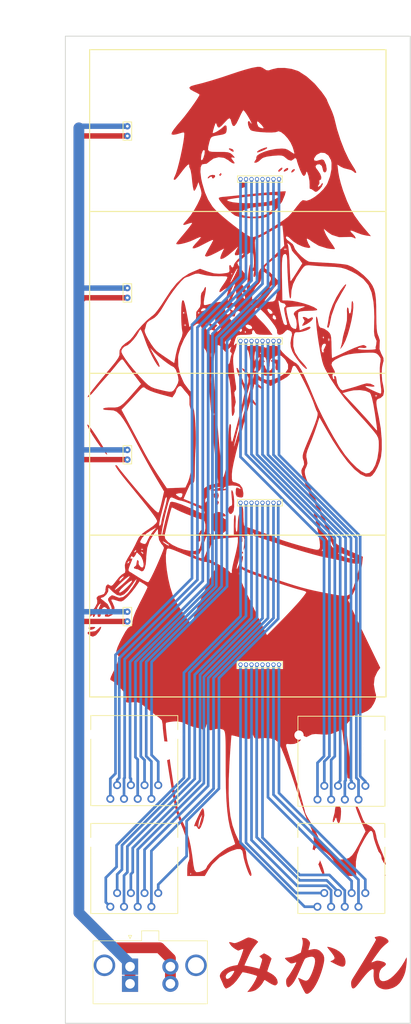
<source format=kicad_pcb>
(kicad_pcb (version 20171130) (host pcbnew 5.0.1)
  (layers (0 F.Cu signal) (31 B.Cu signal) (34 B.Paste user) (35 F.Paste user) (36 B.SilkS user hide) (37 F.SilkS user hide) (38 B.Mask user hide) (39 F.Mask user hide) (44 Edge.Cuts user))
  (net 0 "")
  (net 1 "Net-(J7-Pad1)")
  (net 2 "Net-(J7-Pad2)")
  (net 3 "Net-(J7-Pad3)")
  (net 4 "Net-(J7-Pad4)")
  (net 5 "Net-(J7-Pad5)")
  (net 6 "Net-(J7-Pad6)")
  (net 7 "Net-(J7-Pad7)")
  (net 8 "Net-(J7-Pad8)")
  (net 9 "Net-(J5-Pad8)")
  (net 10 "Net-(J5-Pad7)")
  (net 11 "Net-(J5-Pad6)")
  (net 12 "Net-(J5-Pad5)")
  (net 13 "Net-(J5-Pad4)")
  (net 14 "Net-(J5-Pad3)")
  (net 15 "Net-(J5-Pad2)")
  (net 16 "Net-(J5-Pad1)")
  (net 17 "Net-(J3-Pad1)")
  (net 18 "Net-(J3-Pad2)")
  (net 19 "Net-(J3-Pad3)")
  (net 20 "Net-(J3-Pad4)")
  (net 21 "Net-(J3-Pad5)")
  (net 22 "Net-(J3-Pad6)")
  (net 23 "Net-(J3-Pad7)")
  (net 24 "Net-(J3-Pad8)")
  (net 25 "Net-(J1-Pad8)")
  (net 26 "Net-(J1-Pad7)")
  (net 27 "Net-(J1-Pad6)")
  (net 28 "Net-(J1-Pad5)")
  (net 29 "Net-(J1-Pad4)")
  (net 30 "Net-(J1-Pad3)")
  (net 31 "Net-(J1-Pad2)")
  (net 32 "Net-(J1-Pad1)")
  (net 33 "Net-(J13-Pad2)")
  (net 34 "Net-(J13-Pad1)")
  (module antonlib:rj45-throughhole (layer F.Cu) (at 51.64 68.5 180)
    (fp_text reference J6 hide)
    (fp_text value Conn_01x08_Male hide)
    (pad 8 thru_hole circle (at 7.14 0 180) (size 0.8 0.8) (drill 0.51) (layers *.Cu *.Mask) (net 9 "Net-(J5-Pad8)"))
    (pad 7 thru_hole circle (at 6.12 0 180) (size 0.8 0.8) (drill 0.51) (layers *.Cu *.Mask) (net 10 "Net-(J5-Pad7)"))
    (pad 6 thru_hole circle (at 5.1 0 180) (size 0.8 0.8) (drill 0.51) (layers *.Cu *.Mask) (net 11 "Net-(J5-Pad6)"))
    (pad 5 thru_hole circle (at 4.08 0 180) (size 0.8 0.8) (drill 0.51) (layers *.Cu *.Mask) (net 12 "Net-(J5-Pad5)"))
    (pad 4 thru_hole circle (at 3.06 0 180) (size 0.8 0.8) (drill 0.51) (layers *.Cu *.Mask) (net 13 "Net-(J5-Pad4)"))
    (pad 3 thru_hole circle (at 2.04 0 180) (size 0.8 0.8) (drill 0.51) (layers *.Cu *.Mask) (net 14 "Net-(J5-Pad3)"))
    (pad 2 thru_hole circle (at 1.02 0 180) (size 0.8 0.8) (drill 0.51) (layers *.Cu *.Mask) (net 15 "Net-(J5-Pad2)"))
    (pad 1 thru_hole circle (at 0 0 180) (size 0.8 0.8) (drill 0.51) (layers *.Cu *.Mask) (net 16 "Net-(J5-Pad1)"))
  )
  (module "antonlib:Assmann A-2014-2S-4-N-R" (layer F.Cu) (at 30.5 164.5)
    (fp_text reference J3 hide)
    (fp_text value 8P8C hide)
    (pad 8 thru_hole circle (at -10.16 8.89) (size 1.5 1.5) (drill 0.9) (layers *.Cu *.Mask) (net 24 "Net-(J3-Pad8)"))
    (pad 7 thru_hole circle (at -8.89 6.35) (size 1.5 1.5) (drill 0.9) (layers *.Cu *.Mask) (net 23 "Net-(J3-Pad7)"))
    (pad 6 thru_hole circle (at -7.62 8.89) (size 1.5 1.5) (drill 0.9) (layers *.Cu *.Mask) (net 22 "Net-(J3-Pad6)"))
    (pad 5 thru_hole circle (at -6.35 6.35) (size 1.5 1.5) (drill 0.9) (layers *.Cu *.Mask) (net 21 "Net-(J3-Pad5)"))
    (pad 4 thru_hole circle (at -5.08 8.89) (size 1.5 1.5) (drill 0.9) (layers *.Cu *.Mask) (net 20 "Net-(J3-Pad4)"))
    (pad 3 thru_hole circle (at -3.81 6.35) (size 1.5 1.5) (drill 0.9) (layers *.Cu *.Mask) (net 19 "Net-(J3-Pad3)"))
    (pad 2 thru_hole circle (at -2.54 8.89) (size 1.5 1.5) (drill 0.9) (layers *.Cu *.Mask) (net 18 "Net-(J3-Pad2)"))
    (pad 1 thru_hole circle (at -1.27 6.35) (size 1.5 1.5) (drill 0.9) (layers *.Cu *.Mask) (net 17 "Net-(J3-Pad1)"))
    (pad "" np_thru_hole circle (at -13.59 -3.05) (size 1.71 1.71) (drill 1.71) (layers *.Cu *.Mask))
    (pad "" np_thru_hole circle (at 2.16 -3.05) (size 1.71 1.71) (drill 1.71) (layers *.Cu *.Mask))
    (pad "" np_thru_hole circle (at -11.43 0) (size 3.51 3.51) (drill 3.51) (layers *.Cu *.Mask))
    (pad "" np_thru_hole circle (at 0 0) (size 3.51 3.51) (drill 3.51) (layers *.Cu *.Mask))
  )
  (module "antonlib:Assmann A-2014-2S-4-N-R" (layer F.Cu) (at 30.5 144.5)
    (fp_text reference J1 hide)
    (fp_text value 8P8C hide)
    (pad 8 thru_hole circle (at -10.16 8.89) (size 1.5 1.5) (drill 0.9) (layers *.Cu *.Mask) (net 25 "Net-(J1-Pad8)"))
    (pad 7 thru_hole circle (at -8.89 6.35) (size 1.5 1.5) (drill 0.9) (layers *.Cu *.Mask) (net 26 "Net-(J1-Pad7)"))
    (pad 6 thru_hole circle (at -7.62 8.89) (size 1.5 1.5) (drill 0.9) (layers *.Cu *.Mask) (net 27 "Net-(J1-Pad6)"))
    (pad 5 thru_hole circle (at -6.35 6.35) (size 1.5 1.5) (drill 0.9) (layers *.Cu *.Mask) (net 28 "Net-(J1-Pad5)"))
    (pad 4 thru_hole circle (at -5.08 8.89) (size 1.5 1.5) (drill 0.9) (layers *.Cu *.Mask) (net 29 "Net-(J1-Pad4)"))
    (pad 3 thru_hole circle (at -3.81 6.35) (size 1.5 1.5) (drill 0.9) (layers *.Cu *.Mask) (net 30 "Net-(J1-Pad3)"))
    (pad 2 thru_hole circle (at -2.54 8.89) (size 1.5 1.5) (drill 0.9) (layers *.Cu *.Mask) (net 31 "Net-(J1-Pad2)"))
    (pad 1 thru_hole circle (at -1.27 6.35) (size 1.5 1.5) (drill 0.9) (layers *.Cu *.Mask) (net 32 "Net-(J1-Pad1)"))
    (pad "" np_thru_hole circle (at -13.59 -3.05) (size 1.71 1.71) (drill 1.71) (layers *.Cu *.Mask))
    (pad "" np_thru_hole circle (at 2.16 -3.05) (size 1.71 1.71) (drill 1.71) (layers *.Cu *.Mask))
    (pad "" np_thru_hole circle (at -11.43 0) (size 3.51 3.51) (drill 3.51) (layers *.Cu *.Mask))
    (pad "" np_thru_hole circle (at 0 0) (size 3.51 3.51) (drill 3.51) (layers *.Cu *.Mask))
  )
  (module "antonlib:Assmann A-2014-2S-4-N-R" (layer F.Cu) (at 68.945 144.625001)
    (fp_text reference J5 hide)
    (fp_text value 8P8C hide)
    (pad "" np_thru_hole circle (at 0 0) (size 3.51 3.51) (drill 3.51) (layers *.Cu *.Mask))
    (pad "" np_thru_hole circle (at -11.43 0) (size 3.51 3.51) (drill 3.51) (layers *.Cu *.Mask))
    (pad "" np_thru_hole circle (at 2.16 -3.05) (size 1.71 1.71) (drill 1.71) (layers *.Cu *.Mask))
    (pad "" np_thru_hole circle (at -13.59 -3.05) (size 1.71 1.71) (drill 1.71) (layers *.Cu *.Mask))
    (pad 1 thru_hole circle (at -1.27 6.35) (size 1.5 1.5) (drill 0.9) (layers *.Cu *.Mask) (net 16 "Net-(J5-Pad1)"))
    (pad 2 thru_hole circle (at -2.54 8.89) (size 1.5 1.5) (drill 0.9) (layers *.Cu *.Mask) (net 15 "Net-(J5-Pad2)"))
    (pad 3 thru_hole circle (at -3.81 6.35) (size 1.5 1.5) (drill 0.9) (layers *.Cu *.Mask) (net 14 "Net-(J5-Pad3)"))
    (pad 4 thru_hole circle (at -5.08 8.89) (size 1.5 1.5) (drill 0.9) (layers *.Cu *.Mask) (net 13 "Net-(J5-Pad4)"))
    (pad 5 thru_hole circle (at -6.35 6.35) (size 1.5 1.5) (drill 0.9) (layers *.Cu *.Mask) (net 12 "Net-(J5-Pad5)"))
    (pad 6 thru_hole circle (at -7.62 8.89) (size 1.5 1.5) (drill 0.9) (layers *.Cu *.Mask) (net 11 "Net-(J5-Pad6)"))
    (pad 7 thru_hole circle (at -8.89 6.35) (size 1.5 1.5) (drill 0.9) (layers *.Cu *.Mask) (net 10 "Net-(J5-Pad7)"))
    (pad 8 thru_hole circle (at -10.16 8.89) (size 1.5 1.5) (drill 0.9) (layers *.Cu *.Mask) (net 9 "Net-(J5-Pad8)"))
  )
  (module antonlib:rj45-throughhole (layer F.Cu) (at 51.64 128.5 180)
    (fp_text reference J8 hide)
    (fp_text value Conn_01x08_Male)
    (pad 8 thru_hole circle (at 7.14 0 180) (size 0.8 0.8) (drill 0.51) (layers *.Cu *.Mask) (net 8 "Net-(J7-Pad8)"))
    (pad 7 thru_hole circle (at 6.12 0 180) (size 0.8 0.8) (drill 0.51) (layers *.Cu *.Mask) (net 7 "Net-(J7-Pad7)"))
    (pad 6 thru_hole circle (at 5.1 0 180) (size 0.8 0.8) (drill 0.51) (layers *.Cu *.Mask) (net 6 "Net-(J7-Pad6)"))
    (pad 5 thru_hole circle (at 4.08 0 180) (size 0.8 0.8) (drill 0.51) (layers *.Cu *.Mask) (net 5 "Net-(J7-Pad5)"))
    (pad 4 thru_hole circle (at 3.06 0 180) (size 0.8 0.8) (drill 0.51) (layers *.Cu *.Mask) (net 4 "Net-(J7-Pad4)"))
    (pad 3 thru_hole circle (at 2.04 0 180) (size 0.8 0.8) (drill 0.51) (layers *.Cu *.Mask) (net 3 "Net-(J7-Pad3)"))
    (pad 2 thru_hole circle (at 1.02 0 180) (size 0.8 0.8) (drill 0.51) (layers *.Cu *.Mask) (net 2 "Net-(J7-Pad2)"))
    (pad 1 thru_hole circle (at 0 0 180) (size 0.8 0.8) (drill 0.51) (layers *.Cu *.Mask) (net 1 "Net-(J7-Pad1)"))
  )
  (module antonlib:rj45-throughhole (layer F.Cu) (at 51.64 38.5 180)
    (fp_text reference J2 hide)
    (fp_text value Conn_01x08_Male hide)
    (pad 8 thru_hole circle (at 7.14 0 180) (size 0.8 0.8) (drill 0.51) (layers *.Cu *.Mask) (net 25 "Net-(J1-Pad8)"))
    (pad 7 thru_hole circle (at 6.12 0 180) (size 0.8 0.8) (drill 0.51) (layers *.Cu *.Mask) (net 26 "Net-(J1-Pad7)"))
    (pad 6 thru_hole circle (at 5.1 0 180) (size 0.8 0.8) (drill 0.51) (layers *.Cu *.Mask) (net 27 "Net-(J1-Pad6)"))
    (pad 5 thru_hole circle (at 4.08 0 180) (size 0.8 0.8) (drill 0.51) (layers *.Cu *.Mask) (net 28 "Net-(J1-Pad5)"))
    (pad 4 thru_hole circle (at 3.06 0 180) (size 0.8 0.8) (drill 0.51) (layers *.Cu *.Mask) (net 29 "Net-(J1-Pad4)"))
    (pad 3 thru_hole circle (at 2.04 0 180) (size 0.8 0.8) (drill 0.51) (layers *.Cu *.Mask) (net 30 "Net-(J1-Pad3)"))
    (pad 2 thru_hole circle (at 1.02 0 180) (size 0.8 0.8) (drill 0.51) (layers *.Cu *.Mask) (net 31 "Net-(J1-Pad2)"))
    (pad 1 thru_hole circle (at 0 0 180) (size 0.8 0.8) (drill 0.51) (layers *.Cu *.Mask) (net 32 "Net-(J1-Pad1)"))
  )
  (module antonlib:rj45-throughhole (layer F.Cu) (at 51.64 98.5 180)
    (fp_text reference J4 hide)
    (fp_text value Conn_01x08_Male)
    (pad 1 thru_hole circle (at 0 0 180) (size 0.8 0.8) (drill 0.51) (layers *.Cu *.Mask) (net 17 "Net-(J3-Pad1)"))
    (pad 2 thru_hole circle (at 1.02 0 180) (size 0.8 0.8) (drill 0.51) (layers *.Cu *.Mask) (net 18 "Net-(J3-Pad2)"))
    (pad 3 thru_hole circle (at 2.04 0 180) (size 0.8 0.8) (drill 0.51) (layers *.Cu *.Mask) (net 19 "Net-(J3-Pad3)"))
    (pad 4 thru_hole circle (at 3.06 0 180) (size 0.8 0.8) (drill 0.51) (layers *.Cu *.Mask) (net 20 "Net-(J3-Pad4)"))
    (pad 5 thru_hole circle (at 4.08 0 180) (size 0.8 0.8) (drill 0.51) (layers *.Cu *.Mask) (net 21 "Net-(J3-Pad5)"))
    (pad 6 thru_hole circle (at 5.1 0 180) (size 0.8 0.8) (drill 0.51) (layers *.Cu *.Mask) (net 22 "Net-(J3-Pad6)"))
    (pad 7 thru_hole circle (at 6.12 0 180) (size 0.8 0.8) (drill 0.51) (layers *.Cu *.Mask) (net 23 "Net-(J3-Pad7)"))
    (pad 8 thru_hole circle (at 7.14 0 180) (size 0.8 0.8) (drill 0.51) (layers *.Cu *.Mask) (net 24 "Net-(J3-Pad8)"))
  )
  (module Connectors_Molex:Molex_Sabre_43160-XX02_02x7.49mm_Vertical_BoardLock (layer F.Cu) (at 24 184.5)
    (fp_text reference J13 hide)
    (fp_text value Conn_01x02_Female)
    (pad 1 thru_hole rect (at 0 0) (size 3 3) (drill 1.78) (layers *.Cu *.Mask) (net 34 "Net-(J13-Pad1)"))
    (pad 1 thru_hole rect (at 0 3.18) (size 3 3) (drill 1.78) (layers *.Cu *.Mask) (net 34 "Net-(J13-Pad1)"))
    (pad 2 thru_hole circle (at 7.49 0) (size 3 3) (drill 1.78) (layers *.Cu *.Mask) (net 33 "Net-(J13-Pad2)"))
    (pad 2 thru_hole circle (at 7.49 3.18) (size 3 3) (drill 1.78) (layers *.Cu *.Mask) (net 33 "Net-(J13-Pad2)"))
    (pad "" thru_hole circle (at -4.75 -0.25) (size 4 4) (drill 3) (layers *.Cu *.Mask))
    (pad "" thru_hole circle (at 12.24 -0.25) (size 4 4) (drill 3) (layers *.Cu *.Mask))
  )
  (module "antonlib:Assmann A-2014-2S-4-N-R" (layer F.Cu) (at 68.93 164.5)
    (fp_text reference J7 hide)
    (fp_text value 8P8C hide)
    (pad 8 thru_hole circle (at -10.16 8.89) (size 1.5 1.5) (drill 0.9) (layers *.Cu *.Mask) (net 8 "Net-(J7-Pad8)"))
    (pad 7 thru_hole circle (at -8.89 6.35) (size 1.5 1.5) (drill 0.9) (layers *.Cu *.Mask) (net 7 "Net-(J7-Pad7)"))
    (pad 6 thru_hole circle (at -7.62 8.89) (size 1.5 1.5) (drill 0.9) (layers *.Cu *.Mask) (net 6 "Net-(J7-Pad6)"))
    (pad 5 thru_hole circle (at -6.35 6.35) (size 1.5 1.5) (drill 0.9) (layers *.Cu *.Mask) (net 5 "Net-(J7-Pad5)"))
    (pad 4 thru_hole circle (at -5.08 8.89) (size 1.5 1.5) (drill 0.9) (layers *.Cu *.Mask) (net 4 "Net-(J7-Pad4)"))
    (pad 3 thru_hole circle (at -3.81 6.35) (size 1.5 1.5) (drill 0.9) (layers *.Cu *.Mask) (net 3 "Net-(J7-Pad3)"))
    (pad 2 thru_hole circle (at -2.54 8.89) (size 1.5 1.5) (drill 0.9) (layers *.Cu *.Mask) (net 2 "Net-(J7-Pad2)"))
    (pad 1 thru_hole circle (at -1.27 6.35) (size 1.5 1.5) (drill 0.9) (layers *.Cu *.Mask) (net 1 "Net-(J7-Pad1)"))
    (pad "" np_thru_hole circle (at -13.59 -3.05) (size 1.71 1.71) (drill 1.71) (layers *.Cu *.Mask))
    (pad "" np_thru_hole circle (at 2.16 -3.05) (size 1.71 1.71) (drill 1.71) (layers *.Cu *.Mask))
    (pad "" np_thru_hole circle (at -11.43 0) (size 3.51 3.51) (drill 3.51) (layers *.Cu *.Mask))
    (pad "" np_thru_hole circle (at 0 0) (size 3.51 3.51) (drill 3.51) (layers *.Cu *.Mask))
  )
  (module antonlib:barrel-1.8mm (layer F.Cu) (at 23.5 60.5 90)
    (fp_text reference J14 hide)
    (fp_text value Conn_01x02_Male)
    (pad 2 thru_hole circle (at 1.8 0 90) (size 1.2 1.2) (drill 0.5106) (layers *.Cu *.Mask) (net 34 "Net-(J13-Pad1)"))
    (pad 1 thru_hole circle (at 0 0 90) (size 1.2 1.2) (drill 0.5106) (layers *.Cu *.Mask) (net 33 "Net-(J13-Pad2)"))
  )
  (module antonlib:barrel-1.8mm (layer F.Cu) (at 23.5 90.5 90)
    (fp_text reference J15 hide)
    (fp_text value Conn_01x02_Male)
    (pad 1 thru_hole circle (at 0 0 90) (size 1.2 1.2) (drill 0.5106) (layers *.Cu *.Mask) (net 33 "Net-(J13-Pad2)"))
    (pad 2 thru_hole circle (at 1.8 0 90) (size 1.2 1.2) (drill 0.5106) (layers *.Cu *.Mask) (net 34 "Net-(J13-Pad1)"))
  )
  (module antonlib:barrel-1.8mm (layer F.Cu) (at 23.5 120.5 90)
    (fp_text reference J16 hide)
    (fp_text value Conn_01x02_Male)
    (pad 2 thru_hole circle (at 1.8 0 90) (size 1.2 1.2) (drill 0.5106) (layers *.Cu *.Mask) (net 34 "Net-(J13-Pad1)"))
    (pad 1 thru_hole circle (at 0 0 90) (size 1.2 1.2) (drill 0.5106) (layers *.Cu *.Mask) (net 33 "Net-(J13-Pad2)"))
  )
  (module antonlib:barrel-1.8mm (layer F.Cu) (at 23.5 30.5 90)
    (fp_text reference J17 hide)
    (fp_text value Conn_01x02_Male)
    (pad 1 thru_hole circle (at 0 0 90) (size 1.2 1.2) (drill 0.5106) (layers *.Cu *.Mask) (net 33 "Net-(J13-Pad2)"))
    (pad 2 thru_hole circle (at 1.8 0 90) (size 1.2 1.2) (drill 0.5106) (layers *.Cu *.Mask) (net 34 "Net-(J13-Pad1)"))
  )
  (module antonlib:mikan_txt (layer B.Cu) (at 57 185 180)
    (fp_text reference G*** hide)
    (fp_text value mikan_txt hide)
    (fp_poly (pts (xy -13.6135 6.111383) (xy -13.923227 6.020483) (xy -13.962911 6.007748) (xy -14.358261 5.844526) (xy -14.669443 5.646157) (xy -14.878762 5.432635) (xy -14.968521 5.223952) (xy -14.921026 5.040101) (xy -14.868228 4.984926) (xy -14.747196 4.886061) (xy -14.544355 4.721922) (xy -14.367472 4.579421) (xy -14.071745 4.320169) (xy -13.766964 4.020588) (xy -13.637971 3.880743) (xy -13.476514 3.684441) (xy -13.261832 3.405983) (xy -13.012096 3.070942) (xy -12.745479 2.704889) (xy -12.480153 2.333395) (xy -12.234291 1.982032) (xy -12.026065 1.676371) (xy -11.873647 1.441984) (xy -11.795208 1.304441) (xy -11.789597 1.279769) (xy -11.878405 1.292269) (xy -12.078435 1.356959) (xy -12.327874 1.452501) (xy -12.601403 1.557774) (xy -12.807067 1.608932) (xy -13.013305 1.611588) (xy -13.288554 1.571354) (xy -13.438255 1.543573) (xy -13.936295 1.419468) (xy -14.274723 1.267631) (xy -14.451617 1.091356) (xy -14.465053 0.893936) (xy -14.313108 0.678666) (xy -14.055758 0.486141) (xy -13.653401 0.155668) (xy -13.385211 -0.260255) (xy -13.24036 -0.780578) (xy -13.217597 -0.980701) (xy -13.228254 -1.482743) (xy -13.347082 -1.856199) (xy -13.568257 -2.0977) (xy -13.885953 -2.203874) (xy -14.294346 -2.17135) (xy -14.787611 -1.996759) (xy -14.88908 -1.947931) (xy -15.36372 -1.648259) (xy -15.875307 -1.214543) (xy -16.402299 -0.671649) (xy -16.923154 -0.044444) (xy -17.416331 0.642204) (xy -17.860287 1.363428) (xy -18.031487 1.679527) (xy -18.316824 2.22986) (xy -18.345132 1.9414) (xy -18.348965 1.667395) (xy -18.325167 1.276642) (xy -18.279441 0.818414) (xy -18.217491 0.341983) (xy -18.145021 -0.103379) (xy -18.067732 -0.468399) (xy -18.064918 -0.479473) (xy -17.866702 -1.074716) (xy -17.584657 -1.683361) (xy -17.25238 -2.239933) (xy -16.977613 -2.598442) (xy -16.457539 -3.068956) (xy -15.834299 -3.412625) (xy -15.220727 -3.608644) (xy -14.776196 -3.697965) (xy -14.418075 -3.725142) (xy -14.075428 -3.690617) (xy -13.760574 -3.617739) (xy -13.226113 -3.394406) (xy -12.799897 -3.043625) (xy -12.484613 -2.570355) (xy -12.282949 -1.979555) (xy -12.197591 -1.276185) (xy -12.206446 -0.749988) (xy -12.223793 -0.345661) (xy -12.205139 -0.090298) (xy -12.137924 0.034838) (xy -12.009585 0.048486) (xy -11.807559 -0.030615) (xy -11.74527 -0.062065) (xy -11.427468 -0.282867) (xy -11.036466 -0.65385) (xy -10.573884 -1.173287) (xy -10.041341 -1.839449) (xy -9.878594 -2.053786) (xy -9.452359 -2.607989) (xy -9.105275 -3.026865) (xy -8.826319 -3.318414) (xy -8.604469 -3.490634) (xy -8.428701 -3.551525) (xy -8.287993 -3.509086) (xy -8.171322 -3.371317) (xy -8.140603 -3.315056) (xy -8.080105 -3.111451) (xy -8.040851 -2.818538) (xy -8.032643 -2.624236) (xy -8.037248 -2.428002) (xy -8.061549 -2.257798) (xy -8.119554 -2.081307) (xy -8.225276 -1.866217) (xy -8.392723 -1.580211) (xy -8.635905 -1.190976) (xy -8.69338 -1.100236) (xy -9.11805 -0.42646) (xy -9.55515 0.274324) (xy -9.995768 0.987225) (xy -10.430992 1.697354) (xy -10.851911 2.38982) (xy -11.249611 3.049734) (xy -11.615181 3.662204) (xy -11.939709 4.212341) (xy -12.214282 4.685255) (xy -12.429988 5.066056) (xy -12.577916 5.339853) (xy -12.649153 5.491757) (xy -12.653721 5.516588) (xy -12.568775 5.659311) (xy -12.475272 5.794966) (xy -12.412707 5.893739) (xy -12.424058 5.957823) (xy -12.537702 6.008265) (xy -12.782018 6.066113) (xy -12.864614 6.083726) (xy -13.156867 6.137977) (xy -13.382271 6.148872) (xy -13.6135 6.111383)) (layer F.Cu) (width 0.01))
    (fp_poly (pts (xy -3.948602 4.132541) (xy -4.261964 4.047548) (xy -4.615441 3.929929) (xy -4.970595 3.791209) (xy -5.250965 3.66236) (xy -5.85406 3.296878) (xy -6.344014 2.871629) (xy -6.701377 2.4066) (xy -6.89191 1.976298) (xy -6.979075 1.516801) (xy -6.97098 1.10028) (xy -6.870854 0.76755) (xy -6.786574 0.644572) (xy -6.619067 0.529044) (xy -6.389145 0.499426) (xy -6.078735 0.559369) (xy -5.669761 0.712524) (xy -5.144152 0.962542) (xy -5.099332 0.985399) (xy -4.156936 1.46786) (xy -4.501806 1.637194) (xy -4.79738 1.808639) (xy -4.942372 1.978) (xy -4.951215 2.181188) (xy -4.838341 2.454119) (xy -4.833661 2.462942) (xy -4.692677 2.68867) (xy -4.476216 2.990719) (xy -4.221153 3.318718) (xy -4.097333 3.468811) (xy -3.872372 3.744525) (xy -3.70173 3.970821) (xy -3.606723 4.118371) (xy -3.595977 4.158553) (xy -3.713794 4.173384) (xy -3.948602 4.132541)) (layer F.Cu) (width 0.01))
    (fp_poly (pts (xy 10.766142 5.87484) (xy 10.418406 5.776012) (xy 10.0495 5.639223) (xy 9.72062 5.487323) (xy 9.492962 5.34316) (xy 9.483409 5.334854) (xy 9.225768 5.104652) (xy 9.734592 4.497138) (xy 10.009634 4.14756) (xy 10.283065 3.764899) (xy 10.504841 3.419967) (xy 10.544741 3.350807) (xy 10.677817 3.10024) (xy 10.843246 2.770044) (xy 11.027388 2.389747) (xy 11.216607 1.988876) (xy 11.397266 1.596961) (xy 11.555727 1.243528) (xy 11.678354 0.958105) (xy 11.751509 0.770221) (xy 11.764687 0.709325) (xy 11.674546 0.687154) (xy 11.459218 0.647331) (xy 11.160943 0.59755) (xy 11.082988 0.585176) (xy 10.668403 0.509765) (xy 10.189139 0.407454) (xy 9.742936 0.299228) (xy 9.706908 0.289693) (xy 8.986113 0.097216) (xy 8.732359 0.889384) (xy 8.623014 1.244936) (xy 8.537149 1.551138) (xy 8.486483 1.764746) (xy 8.477842 1.828706) (xy 8.538809 1.973231) (xy 8.69121 2.149158) (xy 8.741803 2.193476) (xy 9.006527 2.411091) (xy 8.572252 2.689765) (xy 8.137976 2.968439) (xy 7.691877 2.750183) (xy 7.391454 2.577995) (xy 7.113888 2.377781) (xy 6.994358 2.26943) (xy 6.742938 2.006933) (xy 7.154845 0.822859) (xy 7.297255 0.406205) (xy 7.414102 0.050271) (xy 7.496401 -0.216423) (xy 7.535168 -0.365357) (xy 7.535845 -0.386525) (xy 7.451005 -0.435627) (xy 7.256743 -0.541088) (xy 6.993722 -0.680856) (xy 6.971842 -0.692378) (xy 6.391371 -1.060608) (xy 5.967162 -1.47037) (xy 5.70269 -1.917214) (xy 5.601431 -2.396691) (xy 5.600411 -2.447973) (xy 5.665966 -2.662632) (xy 5.825712 -2.856308) (xy 6.02275 -2.967312) (xy 6.086772 -2.97528) (xy 6.316258 -2.923286) (xy 6.644121 -2.782711) (xy 7.036154 -2.570308) (xy 7.453703 -2.305851) (xy 7.711866 -2.136893) (xy 7.917515 -2.013983) (xy 8.029521 -1.961565) (xy 8.033755 -1.96114) (xy 8.108845 -2.03081) (xy 8.221666 -2.209025) (xy 8.295201 -2.350169) (xy 8.537942 -2.740652) (xy 8.878581 -3.148371) (xy 9.26748 -3.52221) (xy 9.655003 -3.811053) (xy 9.785468 -3.884819) (xy 10.169247 -4.032469) (xy 10.601822 -4.129485) (xy 10.716974 -4.143201) (xy 11.230272 -4.18966) (xy 10.927571 -3.816233) (xy 10.487636 -3.232101) (xy 10.084197 -2.618466) (xy 9.754751 -2.034024) (xy 9.649316 -1.815461) (xy 9.530583 -1.543162) (xy 9.450587 -1.339237) (xy 9.425107 -1.244205) (xy 9.426123 -1.242287) (xy 9.560216 -1.172433) (xy 9.814524 -1.080308) (xy 10.155471 -0.974499) (xy 10.549479 -0.86359) (xy 10.962969 -0.756168) (xy 11.362365 -0.660818) (xy 11.714089 -0.586127) (xy 11.984562 -0.54068) (xy 12.140209 -0.533062) (xy 12.162789 -0.542524) (xy 12.21328 -0.617313) (xy 12.338209 -0.804148) (xy 12.518243 -1.074076) (xy 12.714302 -1.368473) (xy 13.272894 -2.127773) (xy 13.832581 -2.730337) (xy 14.388566 -3.17137) (xy 14.691851 -3.343745) (xy 15.184274 -3.583351) (xy 15.384982 -3.394795) (xy 15.549579 -3.180751) (xy 15.67604 -2.917782) (xy 15.681451 -2.901189) (xy 15.765799 -2.674959) (xy 15.899502 -2.361056) (xy 16.055412 -2.022874) (xy 16.074513 -1.983282) (xy 16.23016 -1.641214) (xy 16.311204 -1.395535) (xy 16.314359 -1.362958) (xy 15.251938 -1.362958) (xy 15.201825 -1.63118) (xy 15.061619 -1.764708) (xy 14.846525 -1.76146) (xy 14.571748 -1.619357) (xy 14.398939 -1.479679) (xy 14.214076 -1.28052) (xy 14.015517 -1.017756) (xy 13.833846 -0.738604) (xy 13.699643 -0.490282) (xy 13.643492 -0.320007) (xy 13.643272 -0.312954) (xy 13.713407 -0.264177) (xy 13.894537 -0.275242) (xy 14.142749 -0.337604) (xy 14.41413 -0.442714) (xy 14.484401 -0.476667) (xy 14.881062 -0.730857) (xy 15.141174 -1.015713) (xy 15.249658 -1.313823) (xy 15.251938 -1.362958) (xy 16.314359 -1.362958) (xy 16.330382 -1.197563) (xy 16.314615 -1.065515) (xy 16.1675 -0.705431) (xy 15.877296 -0.350635) (xy 15.469823 -0.01844) (xy 14.970898 0.273841) (xy 14.406338 0.508896) (xy 13.801963 0.669411) (xy 13.70041 0.687497) (xy 13.037882 0.797035) (xy 12.788796 1.386448) (xy 12.624368 1.790082) (xy 12.458693 2.221985) (xy 12.302037 2.652186) (xy 12.16467 3.050717) (xy 12.056857 3.387609) (xy 11.988868 3.632892) (xy 11.970969 3.756598) (xy 11.974218 3.764029) (xy 12.073419 3.763248) (xy 12.279131 3.710587) (xy 12.473983 3.643968) (xy 12.925046 3.475204) (xy 13.262992 3.646111) (xy 13.750873 3.948013) (xy 14.166388 4.311928) (xy 14.462994 4.69673) (xy 14.474189 4.716354) (xy 14.577255 4.917409) (xy 14.594795 5.029032) (xy 14.507356 5.060368) (xy 14.295484 5.020559) (xy 14.003257 4.937681) (xy 13.76973 4.874333) (xy 13.590295 4.85475) (xy 13.403764 4.884306) (xy 13.14895 4.968377) (xy 12.993057 5.026423) (xy 12.617053 5.1824) (xy 12.188895 5.381511) (xy 11.80576 5.578269) (xy 11.500651 5.735079) (xy 11.235392 5.852517) (xy 11.057202 5.910177) (xy 11.031512 5.91286) (xy 10.766142 5.87484)) (layer F.Cu) (width 0.01))
    (fp_poly (pts (xy 0.670744 5.807281) (xy 0.388767 5.762637) (xy 0.182816 5.668913) (xy -0.023987 5.486792) (xy -0.088356 5.419066) (xy -0.271865 5.201695) (xy -0.371947 5.005763) (xy -0.394209 4.785174) (xy -0.344261 4.493833) (xy -0.244093 4.139238) (xy -0.164858 3.860309) (xy -0.116455 3.653013) (xy -0.109315 3.562054) (xy -0.109389 3.561978) (xy -0.200766 3.566734) (xy -0.403079 3.612069) (xy -0.585171 3.66267) (xy -1.152416 3.761323) (xy -1.66939 3.710527) (xy -2.119222 3.512897) (xy -2.266178 3.4023) (xy -2.65623 3.013135) (xy -2.906289 2.61648) (xy -3.026977 2.17815) (xy -3.028913 1.663962) (xy -2.954521 1.186786) (xy -2.744384 0.310376) (xy -2.47862 -0.559345) (xy -2.168339 -1.398615) (xy -1.824651 -2.183673) (xy -1.458665 -2.890759) (xy -1.081492 -3.496111) (xy -0.704241 -3.975969) (xy -0.411395 -4.252322) (xy -0.105288 -4.460187) (xy 0.133934 -4.539814) (xy 0.33992 -4.499224) (xy 0.42103 -4.450785) (xy 0.518452 -4.333655) (xy 0.661348 -4.100065) (xy 0.835824 -3.779514) (xy 1.027986 -3.401502) (xy 1.223942 -2.995526) (xy 1.409796 -2.591087) (xy 1.571656 -2.217682) (xy 1.695628 -1.90481) (xy 1.767819 -1.681971) (xy 1.774334 -1.578662) (xy 1.773955 -1.578267) (xy 1.690433 -1.599342) (xy 1.494205 -1.680435) (xy 1.223775 -1.805345) (xy 1.154068 -1.839087) (xy 0.772309 -2.013321) (xy 0.495111 -2.101767) (xy 0.283152 -2.10792) (xy 0.09711 -2.035277) (xy -0.032236 -1.944564) (xy -0.222819 -1.728044) (xy -0.431948 -1.380179) (xy -0.646512 -0.935973) (xy -0.853399 -0.430428) (xy -1.039499 0.101452) (xy -1.1917 0.624664) (xy -1.296892 1.104205) (xy -1.341962 1.505072) (xy -1.342728 1.554069) (xy -1.294666 1.945042) (xy -1.146293 2.202761) (xy -0.891336 2.334797) (xy -0.677179 2.35686) (xy -0.354307 2.32245) (xy -0.005334 2.232957) (xy 0.307918 2.108986) (xy 0.523628 1.971143) (xy 0.544541 1.949651) (xy 0.621873 1.822785) (xy 0.748373 1.571546) (xy 0.908714 1.228135) (xy 1.08757 0.824748) (xy 1.156738 0.663527) (xy 1.52152 -0.182178) (xy 1.837403 -0.885149) (xy 2.113059 -1.461897) (xy 2.357159 -1.928934) (xy 2.578376 -2.302772) (xy 2.785382 -2.599922) (xy 2.98685 -2.836896) (xy 3.005317 -2.856157) (xy 3.23843 -3.078494) (xy 3.443393 -3.241693) (xy 3.580427 -3.314583) (xy 3.591945 -3.315806) (xy 3.773745 -3.236815) (xy 3.91585 -3.01811) (xy 4.005882 -2.687093) (xy 4.032215 -2.341181) (xy 4.024034 -2.047443) (xy 3.981136 -1.834642) (xy 3.87885 -1.633955) (xy 3.692505 -1.376563) (xy 3.681075 -1.361669) (xy 3.4823 -1.085439) (xy 3.254451 -0.740905) (xy 3.013138 -0.355181) (xy 2.773971 0.044617) (xy 2.552559 0.431372) (xy 2.364513 0.777968) (xy 2.225441 1.057289) (xy 2.150954 1.24222) (xy 2.14715 1.302961) (xy 2.236834 1.294486) (xy 2.431191 1.239252) (xy 2.557635 1.196043) (xy 2.836725 1.122762) (xy 3.081546 1.103351) (xy 3.147231 1.112575) (xy 3.315951 1.193966) (xy 3.543217 1.350982) (xy 3.789404 1.549587) (xy 4.014889 1.755748) (xy 4.180048 1.935431) (xy 4.245257 2.054602) (xy 4.245272 2.055716) (xy 4.170088 2.126893) (xy 3.939483 2.17896) (xy 3.664359 2.206338) (xy 3.357642 2.241383) (xy 3.065905 2.309626) (xy 2.73991 2.426698) (xy 2.330418 2.608229) (xy 2.192012 2.673731) (xy 1.300578 3.09956) (xy 1.113312 3.892377) (xy 1.001118 4.41888) (xy 0.945836 4.829245) (xy 0.945146 5.16597) (xy 0.996727 5.471553) (xy 1.022051 5.563521) (xy 1.106804 5.849181) (xy 0.670744 5.807281)) (layer F.Cu) (width 0.01))
  )
  (module antonlib:mikan (layer F.Cu) (at 42.6 100.7)
    (fp_text reference G*** hide)
    (fp_text value mikan hide)
    (fp_poly (pts (xy -25.049054 20.956446) (xy -25.427595 21.221541) (xy -25.481495 21.250752) (xy -25.977343 21.36515) (xy -26.221268 21.196189) (xy -26.283028 20.962029) (xy -25.916614 20.847041) (xy -25.739939 20.830752) (xy -25.150743 20.830124) (xy -25.049054 20.956446)) (layer F.Cu) (width 0.01))
    (fp_poly (pts (xy 20.021334 54.076861) (xy 20.349547 54.171562) (xy 20.510673 54.42206) (xy 20.550807 54.959934) (xy 20.533313 55.538347) (xy 20.443709 56.462028) (xy 20.287722 57.03952) (xy 20.094703 57.224569) (xy 19.894005 56.970924) (xy 19.805087 56.685873) (xy 19.668238 56.198371) (xy 19.56222 56.17456) (xy 19.40457 56.55901) (xy 19.184097 56.986361) (xy 19.041819 56.993185) (xy 19.01704 56.665467) (xy 19.149059 56.089189) (xy 19.166466 56.03809) (xy 19.368606 55.273236) (xy 19.449834 54.610458) (xy 19.543914 54.155947) (xy 19.91489 54.064388) (xy 20.021334 54.076861)) (layer F.Cu) (width 0.01))
    (fp_poly (pts (xy -24.044448 21.156194) (xy -24.313361 21.62491) (xy -24.924907 22.367482) (xy -25.506422 22.623723) (xy -26.096648 22.410627) (xy -26.099722 22.408385) (xy -26.48585 21.999554) (xy -26.399898 21.741853) (xy -25.869256 21.703616) (xy -25.819948 21.710366) (xy -25.054739 21.611585) (xy -24.637581 21.285375) (xy -24.159224 20.837425) (xy -23.951216 20.805148) (xy -24.044448 21.156194)) (layer F.Cu) (width 0.01))
    (fp_poly (pts (xy 0.414946 -67.741663) (xy 0.537278 -67.618075) (xy 0.639314 -67.30104) (xy 0.401565 -67.30502) (xy 0.033387 -67.528741) (xy -0.278833 -67.795938) (xy -0.17519 -67.884477) (xy -0.044704 -67.888973) (xy 0.414946 -67.741663)) (layer F.Cu) (width 0.01))
    (fp_poly (pts (xy 9.683455 -64.180024) (xy 9.543834 -63.951973) (xy 9.161377 -63.631805) (xy 8.973632 -63.570973) (xy 8.896212 -63.723923) (xy 9.035834 -63.951973) (xy 9.41829 -64.272142) (xy 9.606035 -64.332973) (xy 9.683455 -64.180024)) (layer F.Cu) (width 0.01))
    (fp_poly (pts (xy -1.635079 -63.120456) (xy -1.632166 -63.062973) (xy -1.82743 -62.818734) (xy -1.901157 -62.808973) (xy -2.052855 -62.964583) (xy -2.013166 -63.062973) (xy -1.78492 -63.305285) (xy -1.744176 -63.316973) (xy -1.635079 -63.120456)) (layer F.Cu) (width 0.01))
    (fp_poly (pts (xy -26.398452 -16.665657) (xy -26.052829 -16.261776) (xy -25.534579 -15.551199) (xy -24.890984 -14.596606) (xy -24.612446 -14.165812) (xy -23.803864 -12.878098) (xy -23.236836 -11.92643) (xy -22.917567 -11.326977) (xy -22.852262 -11.095908) (xy -23.047125 -11.249391) (xy -23.508361 -11.803597) (xy -23.904132 -12.320013) (xy -24.830215 -13.604074) (xy -25.598559 -14.773047) (xy -26.162592 -15.749077) (xy -26.475742 -16.454305) (xy -26.524166 -16.700162) (xy -26.398452 -16.665657)) (layer F.Cu) (width 0.01))
    (fp_poly (pts (xy 5.578615 -83.002507) (xy 6.003521 -82.827892) (xy 6.231226 -82.672141) (xy 6.712175 -82.377435) (xy 7.142666 -82.348895) (xy 7.765834 -82.564749) (xy 8.802196 -82.79813) (xy 10.084641 -82.81152) (xy 11.409525 -82.621168) (xy 12.573207 -82.243326) (xy 12.726304 -82.168894) (xy 14.193687 -81.213986) (xy 15.65255 -79.903109) (xy 16.92781 -78.405639) (xy 17.435633 -77.698743) (xy 17.795029 -77.161265) (xy 17.925834 -76.915574) (xy 18.02767 -76.628173) (xy 18.290272 -76.033304) (xy 18.542951 -75.49726) (xy 18.929443 -74.610318) (xy 19.231365 -73.76563) (xy 19.328232 -73.403005) (xy 19.815871 -71.436026) (xy 20.458163 -69.430897) (xy 21.200646 -67.529327) (xy 21.988854 -65.873024) (xy 22.64156 -64.782032) (xy 23.081251 -64.086756) (xy 23.341599 -63.562305) (xy 23.371703 -63.344176) (xy 23.116477 -63.383182) (xy 22.921566 -63.571373) (xy 22.465096 -63.873565) (xy 21.862834 -64.032046) (xy 21.07412 -64.23023) (xy 20.490699 -64.507716) (xy 19.880565 -64.903313) (xy 20.04596 -63.49606) (xy 20.214858 -62.574119) (xy 20.512814 -61.403382) (xy 20.881663 -60.207293) (xy 20.963188 -59.97239) (xy 21.647209 -58.168709) (xy 22.321489 -56.700094) (xy 23.0779 -55.403881) (xy 24.008312 -54.117401) (xy 24.848675 -53.092712) (xy 26.090045 -51.63145) (xy 25.198977 -51.745535) (xy 24.385315 -51.935636) (xy 23.480809 -52.264629) (xy 23.275872 -52.358246) (xy 22.577711 -52.644505) (xy 22.275714 -52.649787) (xy 22.386379 -52.384931) (xy 22.751833 -52.013974) (xy 23.098194 -51.62186) (xy 23.255905 -51.304794) (xy 23.193738 -51.183501) (xy 22.926273 -51.339602) (xy 22.452565 -51.490567) (xy 21.738916 -51.477068) (xy 21.670467 -51.466772) (xy 20.179317 -51.445072) (xy 18.848057 -51.865485) (xy 18.15418 -52.328537) (xy 17.351572 -53.003887) (xy 17.543848 -52.38193) (xy 17.798606 -51.834422) (xy 18.251018 -51.083151) (xy 18.623375 -50.541536) (xy 19.07976 -49.881288) (xy 19.364081 -49.403851) (xy 19.416729 -49.233651) (xy 19.135071 -49.220556) (xy 18.511088 -49.282327) (xy 17.974129 -49.359686) (xy 16.412476 -49.854615) (xy 15.34863 -50.492453) (xy 14.659448 -50.97531) (xy 14.29857 -51.176168) (xy 14.188345 -51.11842) (xy 14.251123 -50.825461) (xy 14.251922 -50.822855) (xy 14.501629 -50.220347) (xy 14.691115 -49.912335) (xy 14.858551 -49.549471) (xy 14.587454 -49.432854) (xy 13.884177 -49.563495) (xy 13.411304 -49.708885) (xy 12.511997 -50.11264) (xy 11.696329 -50.648562) (xy 11.442329 -50.877763) (xy 10.810762 -51.458601) (xy 10.43576 -51.610612) (xy 10.307562 -51.337558) (xy 10.307439 -51.315473) (xy 10.509818 -50.986303) (xy 11.001744 -50.605061) (xy 11.069439 -50.565287) (xy 11.586734 -50.145466) (xy 11.827603 -49.702752) (xy 11.829834 -49.665672) (xy 12.018185 -49.209033) (xy 12.499452 -48.586996) (xy 13.147951 -47.921983) (xy 13.838002 -47.336418) (xy 14.443922 -46.952722) (xy 14.698062 -46.871831) (xy 15.175342 -46.833762) (xy 16.028434 -46.779308) (xy 17.125734 -46.716485) (xy 18.052834 -46.667523) (xy 19.301412 -46.585908) (xy 20.458365 -46.478223) (xy 21.370058 -46.360441) (xy 21.783525 -46.279632) (xy 22.657543 -45.902657) (xy 23.691798 -45.237742) (xy 24.735554 -44.398647) (xy 25.63808 -43.499131) (xy 25.915875 -43.160919) (xy 26.360637 -42.503781) (xy 26.680314 -41.813692) (xy 26.894342 -40.991821) (xy 27.022155 -39.939337) (xy 27.083191 -38.557409) (xy 27.096992 -37.154973) (xy 27.113865 -35.629398) (xy 27.165009 -34.530578) (xy 27.258209 -33.777963) (xy 27.401251 -33.291) (xy 27.485629 -33.134489) (xy 27.751898 -32.320921) (xy 27.708334 -31.587692) (xy 27.687165 -30.696309) (xy 28.008467 -29.853384) (xy 28.076393 -29.735016) (xy 28.410869 -29.042461) (xy 28.44617 -28.495057) (xy 28.345842 -28.153777) (xy 28.150229 -27.244117) (xy 28.097052 -26.069385) (xy 28.184873 -24.85171) (xy 28.373144 -23.935953) (xy 28.550033 -22.866202) (xy 28.377835 -22.073216) (xy 27.871821 -21.611521) (xy 27.707045 -21.557225) (xy 27.372801 -21.436562) (xy 27.171517 -21.221089) (xy 27.100023 -20.828061) (xy 27.155151 -20.17473) (xy 27.333734 -19.178353) (xy 27.572268 -18.037042) (xy 27.920761 -15.983427) (xy 28.102722 -13.934425) (xy 28.109091 -12.054512) (xy 27.974284 -10.738973) (xy 27.719624 -9.774387) (xy 27.314628 -8.78322) (xy 26.83235 -7.903335) (xy 26.345843 -7.272591) (xy 26.016297 -7.04406) (xy 25.158439 -7.035078) (xy 24.15969 -7.495186) (xy 23.03416 -8.4097) (xy 21.795963 -9.763934) (xy 20.45921 -11.543205) (xy 19.038013 -13.732829) (xy 18.162794 -15.21617) (xy 16.547977 -18.042366) (xy 16.007338 -16.35917) (xy 15.610233 -15.209089) (xy 15.119702 -13.906277) (xy 14.710775 -12.897973) (xy 14.318847 -11.916176) (xy 14.12908 -11.234597) (xy 14.11218 -10.701248) (xy 14.204975 -10.273937) (xy 14.322577 -9.51243) (xy 14.112117 -8.852157) (xy 14.044942 -8.733558) (xy 13.873804 -8.358492) (xy 13.812545 -7.932443) (xy 13.881517 -7.390442) (xy 14.101075 -6.667516) (xy 14.491573 -5.698694) (xy 15.073364 -4.419007) (xy 15.866802 -2.763482) (xy 16.002772 -2.483973) (xy 16.874846 -0.671486) (xy 17.567623 0.825803) (xy 18.13983 2.141483) (xy 18.650193 3.409142) (xy 19.000609 4.335448) (xy 19.224813 4.830656) (xy 19.541241 5.246526) (xy 20.030771 5.639687) (xy 20.774281 6.066767) (xy 21.852648 6.584394) (xy 22.850851 7.031284) (xy 24.600868 7.803376) (xy 24.458952 9.136701) (xy 24.278903 10.22441) (xy 23.974357 11.461715) (xy 23.589265 12.717275) (xy 23.167578 13.859751) (xy 22.753245 14.7578) (xy 22.40914 15.262335) (xy 21.853381 15.804027) (xy 22.708236 17.709027) (xy 23.101792 18.566319) (xy 23.663653 19.763676) (xy 24.338691 21.184936) (xy 25.071776 22.713936) (xy 25.696931 24.00653) (xy 27.830771 28.399033) (xy 27.304362 29.11104) (xy 26.791507 30.197385) (xy 26.636355 31.484373) (xy 26.859948 32.792221) (xy 26.870023 32.822027) (xy 27.056664 33.47043) (xy 27.05657 33.980086) (xy 26.845092 34.579458) (xy 26.632351 35.024849) (xy 26.146302 35.791925) (xy 25.495384 36.350064) (xy 24.566425 36.768511) (xy 23.246256 37.116513) (xy 23.196334 37.12725) (xy 22.690156 37.328189) (xy 22.497834 37.572995) (xy 22.337091 37.953523) (xy 21.951693 38.450625) (xy 21.405553 39.031965) (xy 21.955584 43.419996) (xy 22.17943 45.226639) (xy 22.338692 46.591282) (xy 22.435167 47.575568) (xy 22.470652 48.241141) (xy 22.446945 48.649643) (xy 22.365843 48.86272) (xy 22.229142 48.942014) (xy 22.116834 48.951027) (xy 21.778598 48.84775) (xy 21.73622 48.760527) (xy 21.709478 48.37074) (xy 21.636587 47.587308) (xy 21.529498 46.521251) (xy 21.400166 45.28359) (xy 21.26054 43.985346) (xy 21.122575 42.737539) (xy 20.998221 41.651192) (xy 20.899432 40.837324) (xy 20.83816 40.406957) (xy 20.835426 40.393309) (xy 20.717575 39.836591) (xy 19.533138 40.360524) (xy 18.674265 40.672729) (xy 17.845493 40.782341) (xy 16.798382 40.725622) (xy 15.807431 40.664779) (xy 15.148121 40.743108) (xy 14.660544 40.978302) (xy 14.139841 41.234303) (xy 13.789629 41.106422) (xy 13.369594 40.835971) (xy 13.150701 40.979563) (xy 13.17476 41.336113) (xy 13.069192 41.809605) (xy 12.597022 42.22309) (xy 11.899274 42.497125) (xy 11.116975 42.552267) (xy 11.034234 42.541915) (xy 10.570781 42.499832) (xy 10.362115 42.616134) (xy 10.382156 42.990661) (xy 10.604822 43.723257) (xy 10.672763 43.92565) (xy 10.902879 44.645248) (xy 11.217907 45.681876) (xy 11.593334 46.949474) (xy 12.004648 48.361977) (xy 12.427338 49.833326) (xy 12.83689 51.277456) (xy 13.208792 52.608305) (xy 13.518533 53.739812) (xy 13.741598 54.585915) (xy 13.853477 55.06055) (xy 13.861833 55.122398) (xy 13.993768 55.486365) (xy 14.338144 56.123824) (xy 14.776195 56.827998) (xy 15.399657 57.88015) (xy 16.007233 59.073058) (xy 16.30419 59.749214) (xy 16.774678 60.752578) (xy 17.289048 61.424263) (xy 17.899361 61.888665) (xy 18.616852 62.435968) (xy 19.196831 63.053166) (xy 19.306726 63.216158) (xy 19.757022 63.748978) (xy 20.378643 63.930657) (xy 20.595242 63.937027) (xy 21.400533 63.874674) (xy 22.044699 63.63847) (xy 22.61233 63.154694) (xy 23.188016 62.349627) (xy 23.856346 61.149548) (xy 23.908371 61.049641) (xy 25.112688 58.730027) (xy 24.539101 57.475646) (xy 24.184646 56.661034) (xy 23.824919 55.771886) (xy 23.515207 54.952964) (xy 23.310796 54.349025) (xy 23.259833 54.126092) (xy 23.453054 54.032037) (xy 23.485954 54.031027) (xy 23.677192 54.252031) (xy 23.963066 54.83204) (xy 24.282386 55.646546) (xy 24.288827 55.664749) (xy 24.669013 56.619022) (xy 25.014505 57.173744) (xy 25.389783 57.427587) (xy 25.452677 57.445824) (xy 26.257998 57.873057) (xy 26.845072 58.601128) (xy 27.069834 59.444452) (xy 27.173241 60.021438) (xy 27.44783 60.89086) (xy 27.840156 61.889517) (xy 27.958834 62.159027) (xy 28.396525 63.19014) (xy 28.70138 64.030312) (xy 28.859414 64.618299) (xy 28.856648 64.892858) (xy 28.679098 64.792746) (xy 28.508134 64.565043) (xy 28.171879 63.959942) (xy 27.765917 63.074599) (xy 27.346195 62.052866) (xy 26.968656 61.038591) (xy 26.689243 60.175626) (xy 26.563902 59.607819) (xy 26.561834 59.560484) (xy 26.441842 58.960294) (xy 26.261057 58.65785) (xy 26.047112 58.605723) (xy 25.746442 58.860707) (xy 25.308866 59.477926) (xy 24.886885 60.167416) (xy 24.051856 61.718196) (xy 23.538636 63.059641) (xy 23.304627 64.336353) (xy 23.298196 65.560256) (xy 23.386834 66.985719) (xy 22.223111 66.985373) (xy 21.705816 66.962834) (xy 21.284628 66.851648) (xy 20.8912 66.58593) (xy 20.457188 66.099799) (xy 19.914246 65.327372) (xy 19.194028 64.202766) (xy 18.976049 63.855329) (xy 18.517091 63.302961) (xy 17.861422 62.718603) (xy 17.143128 62.198211) (xy 16.496296 61.837739) (xy 16.055012 61.733143) (xy 16.022996 61.74205) (xy 15.711545 61.963391) (xy 15.699257 62.339009) (xy 15.999381 62.961958) (xy 16.254936 63.370972) (xy 16.63088 64.053069) (xy 16.978707 64.857277) (xy 17.261275 65.6647) (xy 17.441436 66.356443) (xy 17.482047 66.81361) (xy 17.365337 66.925194) (xy 17.130659 66.648464) (xy 16.828939 66.035654) (xy 16.61069 65.461717) (xy 16.253155 64.586494) (xy 15.843937 63.834801) (xy 15.616206 63.530877) (xy 15.318874 63.158169) (xy 15.206755 62.767686) (xy 15.257588 62.18198) (xy 15.372499 61.588259) (xy 15.526768 60.436865) (xy 15.428911 59.612424) (xy 15.398198 59.524548) (xy 15.224067 58.969864) (xy 15.185581 58.657716) (xy 15.101365 58.353773) (xy 14.834241 57.744874) (xy 14.501776 57.079027) (xy 14.163585 56.333361) (xy 13.728884 55.22853) (xy 13.245076 53.892556) (xy 12.759566 52.453462) (xy 12.573745 51.872027) (xy 11.971957 50.013779) (xy 11.343334 48.175702) (xy 10.718562 46.439237) (xy 10.12833 44.885823) (xy 9.603327 43.5969) (xy 9.174241 42.653908) (xy 8.942693 42.236055) (xy 8.355616 41.760412) (xy 7.415795 41.474946) (xy 6.251992 41.407918) (xy 5.510203 41.482632) (xy 4.858363 41.550825) (xy 4.515529 41.4212) (xy 4.295461 41.009052) (xy 4.260255 40.914134) (xy 3.995939 40.188027) (xy 3.975886 40.886527) (xy 3.866145 41.348069) (xy 3.523774 41.566196) (xy 2.878548 41.550296) (xy 1.860241 41.309757) (xy 1.531554 41.213341) (xy 0.816121 41.014685) (xy 0.336011 40.912809) (xy 0.224932 40.913261) (xy 0.188282 41.176805) (xy 0.128137 41.869443) (xy 0.050278 42.913112) (xy -0.039517 44.229751) (xy -0.135467 45.741297) (xy -0.149268 45.967417) (xy -0.292068 49.057869) (xy -0.313115 51.709212) (xy -0.2078 53.976646) (xy 0.02849 55.915371) (xy 0.400366 57.580588) (xy 0.912441 59.027498) (xy 0.948803 59.111027) (xy 1.359943 60.002858) (xy 1.713594 60.69441) (xy 1.94896 61.069103) (xy 1.987204 61.102205) (xy 2.592939 61.623418) (xy 2.909754 62.473103) (xy 2.939962 62.875669) (xy 3.033733 63.661309) (xy 3.272726 64.627561) (xy 3.447962 65.146251) (xy 3.789161 66.097941) (xy 3.932526 66.667455) (xy 3.891139 66.93476) (xy 3.748806 66.985027) (xy 3.55547 66.76051) (xy 3.287686 66.176296) (xy 2.990694 65.366384) (xy 2.709733 64.464774) (xy 2.490045 63.605468) (xy 2.376868 62.922465) (xy 2.376752 62.921027) (xy 2.229366 62.298639) (xy 1.873555 61.994536) (xy 1.248453 61.999937) (xy 0.293196 62.306063) (xy -0.262265 62.540327) (xy -1.996795 63.537211) (xy -3.367471 64.856682) (xy -4.090921 65.905527) (xy -4.728438 66.985027) (xy -7.982166 66.985027) (xy -7.982166 66.604027) (xy -7.474166 66.604027) (xy -7.347166 66.731027) (xy -7.220166 66.604027) (xy -7.347166 66.477027) (xy -7.474166 66.604027) (xy -7.982166 66.604027) (xy -7.982166 65.765827) (xy -7.931715 64.993258) (xy -7.803851 64.428129) (xy -7.724208 64.288668) (xy -7.585021 63.845892) (xy -7.598301 63.035405) (xy -7.74344 61.967106) (xy -7.999834 60.750893) (xy -8.346876 59.496664) (xy -8.763961 58.314318) (xy -8.909327 57.968027) (xy -9.353498 56.918301) (xy -9.740103 55.93309) (xy -10.001407 55.187029) (xy -10.042288 55.047027) (xy -10.2437 54.180367) (xy -10.491084 52.932086) (xy -10.770909 51.389393) (xy -11.069641 49.639497) (xy -11.373748 47.769608) (xy -11.669698 45.866934) (xy -11.943959 44.018685) (xy -12.182997 42.31207) (xy -12.373282 40.834298) (xy -12.50128 39.672578) (xy -12.552732 38.924673) (xy -11.981249 38.924673) (xy -11.934229 39.692039) (xy -11.815972 40.866366) (xy -11.632324 42.400542) (xy -11.38913 44.247454) (xy -11.092235 46.359992) (xy -10.747484 48.691041) (xy -10.501998 50.291471) (xy -10.20051 52.151532) (xy -9.934784 53.593566) (xy -9.684353 54.704422) (xy -9.42875 55.570951) (xy -9.147508 56.280004) (xy -9.035529 56.514471) (xy -8.459454 57.739376) (xy -8.005974 58.895502) (xy -7.644701 60.099827) (xy -7.345246 61.469329) (xy -7.077221 63.120983) (xy -6.831031 65.000435) (xy -6.654866 65.840811) (xy -6.370984 66.242965) (xy -6.254516 66.289082) (xy -5.758225 66.256988) (xy -5.152956 66.050399) (xy -4.64138 65.759558) (xy -4.426166 65.474973) (xy -4.236366 65.055628) (xy -3.734531 64.435669) (xy -3.022017 63.70974) (xy -2.200174 62.972482) (xy -1.370357 62.318539) (xy -0.633918 61.842553) (xy -0.425666 61.739334) (xy 0.29307 61.407778) (xy 0.777211 61.158391) (xy 0.907834 61.063718) (xy 0.831955 60.799942) (xy 0.631008 60.178904) (xy 0.345029 59.323766) (xy 0.278709 59.128302) (xy -0.070794 57.921015) (xy -0.348742 56.535704) (xy -0.560224 54.913925) (xy -0.710329 52.997233) (xy -0.804144 50.727182) (xy -0.846758 48.045328) (xy -0.849744 46.166979) (xy -0.847282 44.265414) (xy -0.85451 42.808089) (xy -0.875945 41.731271) (xy -0.916104 40.971225) (xy -0.979505 40.464219) (xy -1.070664 40.146519) (xy -1.194098 39.954391) (xy -1.296396 39.864707) (xy -2.015098 39.64029) (xy -3.027737 39.79071) (xy -3.473666 39.943414) (xy -3.785113 39.975297) (xy -3.905688 39.666256) (xy -3.918166 39.326202) (xy -3.999493 38.710802) (xy -4.190229 38.57046) (xy -4.410506 38.908813) (xy -4.515066 39.299027) (xy -4.699297 39.791543) (xy -4.946503 40.065014) (xy -5.142431 40.03321) (xy -5.188166 39.807027) (xy -5.409076 39.62944) (xy -5.942156 39.553084) (xy -5.95861 39.553027) (xy -6.619383 39.437631) (xy -7.483044 39.141611) (xy -8.03712 38.890179) (xy -8.99621 38.475191) (xy -9.824588 38.320279) (xy -10.574261 38.345431) (xy -11.321042 38.442586) (xy -11.835069 38.556548) (xy -11.951187 38.611381) (xy -11.981249 38.924673) (xy -12.552732 38.924673) (xy -12.553459 38.91412) (xy -12.553989 38.860382) (xy -12.698015 38.137647) (xy -13.214903 37.625347) (xy -13.252666 37.601226) (xy -13.795019 37.221908) (xy -14.56582 36.636747) (xy -15.405164 35.967386) (xy -15.466273 35.917301) (xy -16.25746 35.286344) (xy -16.817115 34.925082) (xy -17.297874 34.770829) (xy -17.852375 34.760897) (xy -18.209024 34.790849) (xy -18.940189 34.848399) (xy -19.281897 34.794877) (xy -19.350238 34.569079) (xy -19.286047 34.223036) (xy -19.264466 33.774481) (xy -19.453106 33.302278) (xy -19.916572 32.68027) (xy -20.301199 32.240641) (xy -20.965084 31.557296) (xy -21.566285 31.032624) (xy -21.95889 30.787892) (xy -22.191197 30.679537) (xy -22.261505 30.481269) (xy -22.148982 30.091577) (xy -21.832798 29.40895) (xy -21.566488 28.875736) (xy -20.997202 27.638861) (xy -20.832101 27.107027) (xy 1.161834 27.107027) (xy 1.161834 28.631027) (xy 9.797834 28.631027) (xy 9.797834 27.107027) (xy 1.161834 27.107027) (xy -20.832101 27.107027) (xy -20.725196 26.762662) (xy -20.740903 26.202953) (xy -20.936167 25.964027) (xy -21.139223 25.714477) (xy -21.142797 25.285068) (xy -20.927965 24.604937) (xy -20.475801 23.603224) (xy -20.110666 22.873029) (xy -19.465657 21.702143) (xy -18.965043 21.001827) (xy -18.599105 20.75859) (xy -18.586666 20.758175) (xy -18.275772 20.628359) (xy -18.151936 20.164424) (xy -18.142166 19.849583) (xy -17.989142 19.054085) (xy -17.528201 17.873334) (xy -16.756537 16.300161) (xy -16.745166 16.278467) (xy -16.199483 15.223297) (xy -15.753609 14.333119) (xy -15.454284 13.70321) (xy -15.348166 13.430675) (xy -15.544685 13.190405) (xy -16.024796 12.847662) (xy -16.094465 12.805706) (xy -16.840764 12.364856) (xy -17.594216 13.449441) (xy -18.251759 14.303469) (xy -18.998586 15.14658) (xy -19.241963 15.390982) (xy -19.812028 15.898977) (xy -20.223331 16.09963) (xy -20.664804 16.055965) (xy -20.955115 15.962482) (xy -21.710571 15.73103) (xy -22.055577 15.731226) (xy -22.041193 15.982407) (xy -21.854379 16.30309) (xy -21.497158 17.161785) (xy -21.514586 17.957163) (xy -21.866132 18.573265) (xy -22.511265 18.894132) (xy -22.767504 18.915527) (xy -23.230508 18.884665) (xy -23.281503 18.697915) (xy -23.050173 18.311005) (xy -22.801086 17.799516) (xy -22.897011 17.421893) (xy -22.971821 17.323623) (xy -23.363008 17.106592) (xy -23.719012 17.309487) (xy -23.946983 17.847516) (xy -23.984166 18.248127) (xy -24.100242 18.827103) (xy -24.358816 18.979027) (xy -24.601522 18.853331) (xy -24.61822 18.402967) (xy -24.57704 18.153527) (xy -24.385074 17.404794) (xy -24.160805 16.820027) (xy -24.00847 16.474268) (xy -24.154397 16.525272) (xy -24.325855 16.662514) (xy -24.643421 17.13518) (xy -24.88071 17.850183) (xy -24.907903 17.996014) (xy -25.065365 18.593465) (xy -25.267778 18.951097) (xy -25.441307 18.987577) (xy -25.512056 18.661527) (xy -25.594578 18.523565) (xy -25.752245 18.717671) (xy -26.03631 18.947167) (xy -26.172691 18.907169) (xy -26.155431 18.611583) (xy -25.856548 18.157236) (xy -25.852394 18.152525) (xy -25.098108 17.190488) (xy -24.698157 16.425755) (xy -24.67611 15.906757) (xy -24.72313 15.831784) (xy -24.790577 15.528926) (xy -24.056812 15.528926) (xy -23.742335 15.801682) (xy -23.603166 15.890537) (xy -22.769466 16.582792) (xy -22.360851 17.34689) (xy -22.411839 18.110625) (xy -22.475823 18.248777) (xy -22.673927 18.653857) (xy -22.596422 18.676478) (xy -22.374751 18.503426) (xy -22.025291 17.994886) (xy -21.952166 17.653616) (xy -22.078558 17.087498) (xy -22.383011 16.423075) (xy -22.387806 16.414928) (xy -22.662801 15.890564) (xy -22.659915 15.570278) (xy -22.3837 15.237703) (xy -21.964078 14.946254) (xy -21.534625 15.055918) (xy -21.443507 15.110492) (xy -20.634143 15.421962) (xy -19.873339 15.27713) (xy -19.098981 14.657785) (xy -18.827749 14.343527) (xy -18.090149 13.362982) (xy -17.590208 12.555541) (xy -17.382794 12.011275) (xy -17.380166 11.967178) (xy -17.50386 12.051086) (xy -17.822747 12.464507) (xy -18.127895 12.908796) (xy -18.973203 14.071739) (xy -19.699093 14.777941) (xy -20.367097 15.045342) (xy -21.038745 14.891881) (xy -21.775571 14.335498) (xy -21.809724 14.301141) (xy -20.621564 14.301141) (xy -20.586419 14.470568) (xy -20.300553 14.397202) (xy -19.815858 14.054433) (xy -19.248635 13.554202) (xy -18.715181 13.008451) (xy -18.331795 12.529123) (xy -18.214777 12.228161) (xy -18.230054 12.202472) (xy -18.476254 12.284052) (xy -18.982232 12.636415) (xy -19.622556 13.169556) (xy -20.316813 13.849237) (xy -20.621564 14.301141) (xy -21.809724 14.301141) (xy -22.055525 14.053876) (xy -22.146099 13.967954) (xy -21.444166 13.967954) (xy -21.271118 13.914671) (xy -20.810665 13.584302) (xy -20.150847 13.041968) (xy -19.914402 12.836424) (xy -19.242326 12.205808) (xy -18.794887 11.708094) (xy -18.643616 11.426092) (xy -18.669271 11.394992) (xy -18.964712 11.516561) (xy -19.483954 11.904408) (xy -20.108928 12.449058) (xy -20.721569 13.041036) (xy -21.203809 13.570866) (xy -21.43758 13.929073) (xy -21.444166 13.967954) (xy -22.146099 13.967954) (xy -22.50522 13.627282) (xy -22.658889 13.607784) (xy -22.62495 13.748013) (xy -22.665333 14.270362) (xy -23.013588 14.843066) (xy -23.525196 15.285372) (xy -23.964942 15.423976) (xy -24.056812 15.528926) (xy -24.790577 15.528926) (xy -24.813711 15.425049) (xy -24.523376 15.072396) (xy -23.971645 14.915248) (xy -23.948357 14.915027) (xy -23.411756 14.700637) (xy -23.158342 14.16534) (xy -23.164038 13.899027) (xy -23.084467 13.355239) (xy -22.986558 13.153359) (xy -22.714623 12.923542) (xy -22.376408 13.101139) (xy -22.110194 13.216319) (xy -21.808943 13.051838) (xy -21.377121 12.541151) (xy -21.224717 12.332826) (xy -20.606449 12.332826) (xy -20.43258 12.26159) (xy -20.037274 11.856096) (xy -19.751876 11.505977) (xy -19.821416 11.442518) (xy -19.978269 11.494735) (xy -20.416373 11.828316) (xy -20.527556 12.013665) (xy -20.606449 12.332826) (xy -21.224717 12.332826) (xy -21.174201 12.263775) (xy -20.626456 11.59248) (xy -20.108524 11.10596) (xy -19.856669 10.957873) (xy -19.532741 10.757954) (xy -19.46719 10.345462) (xy -19.471849 10.313589) (xy -18.898415 10.313589) (xy -18.808241 10.492392) (xy -18.649283 10.599978) (xy -18.244348 10.84762) (xy -17.568677 11.273031) (xy -16.872166 11.717714) (xy -16.119728 12.167358) (xy -15.522733 12.462688) (xy -15.22553 12.538911) (xy -15.034278 12.290158) (xy -14.689336 11.664416) (xy -14.236969 10.75169) (xy -13.723443 9.641982) (xy -13.63803 9.450666) (xy -13.135649 8.297985) (xy -12.812402 7.524269) (xy -11.956078 7.524269) (xy -11.933884 8.791515) (xy -11.782057 10.279181) (xy -11.518886 11.857459) (xy -11.162662 13.396539) (xy -10.731675 14.766614) (xy -10.651153 14.976243) (xy -10.329337 15.657352) (xy -9.850672 16.516277) (xy -9.278417 17.457145) (xy -8.675833 18.384084) (xy -8.106179 19.201222) (xy -7.632715 19.812685) (xy -7.318701 20.122603) (xy -7.245471 20.137666) (xy -7.02314 19.809934) (xy -6.852608 19.323154) (xy -6.645695 18.679866) (xy -6.276534 17.700437) (xy -5.792513 16.495769) (xy -5.24102 15.176764) (xy -4.669445 13.854325) (xy -4.125174 12.639355) (xy -3.655597 11.642756) (xy -3.308102 10.975432) (xy -3.234441 10.855564) (xy -2.865859 10.234342) (xy -2.662259 9.764551) (xy -2.648166 9.67988) (xy -2.86486 9.396307) (xy -3.388062 9.091704) (xy -4.027454 8.851001) (xy -4.592719 8.759127) (xy -4.691792 8.767904) (xy -5.058471 8.696541) (xy -5.79376 8.455527) (xy -6.801218 8.079638) (xy -7.984402 7.603647) (xy -8.351268 7.449795) (xy -6.884437 7.449795) (xy -6.488417 7.709216) (xy -5.893027 7.949849) (xy -5.304784 8.104962) (xy -4.930207 8.107823) (xy -4.903959 8.089751) (xy -4.884425 8.050881) (xy -4.370984 8.050881) (xy -2.335244 9.133454) (xy -1.419202 9.646934) (xy -0.687283 10.106647) (xy -0.249173 10.44145) (xy -0.176659 10.533527) (xy 0.089029 10.82805) (xy 0.187999 10.851027) (xy 0.249836 10.782575) (xy 1.615393 10.782575) (xy 1.622511 11.077897) (xy 1.724788 11.505928) (xy 1.942157 12.115143) (xy 2.29455 12.954014) (xy 2.801901 14.071016) (xy 3.484142 15.51462) (xy 4.361208 17.3333) (xy 5.026915 18.701988) (xy 6.810694 22.36195) (xy 9.290384 19.844988) (xy 10.324849 18.780445) (xy 11.347231 17.703049) (xy 12.24458 16.733365) (xy 12.903945 15.991957) (xy 12.942954 15.946208) (xy 13.520658 15.241367) (xy 13.939475 14.684188) (xy 14.114851 14.38766) (xy 14.115834 14.378889) (xy 13.895771 14.207619) (xy 13.359066 14.037562) (xy 13.290334 14.022709) (xy 12.619887 13.85234) (xy 11.62174 13.55869) (xy 10.387128 13.172576) (xy 9.007286 12.724814) (xy 7.573451 12.246221) (xy 6.176858 11.767614) (xy 4.908741 11.319808) (xy 3.860337 10.933622) (xy 3.122882 10.639871) (xy 2.79932 10.479157) (xy 2.274024 10.150866) (xy 1.944451 10.198223) (xy 1.6835 10.571491) (xy 1.615393 10.782575) (xy 0.249836 10.782575) (xy 0.324975 10.6994) (xy 0.296079 10.634639) (xy 0.300178 10.310008) (xy 0.346868 10.042062) (xy 1.187891 10.042062) (xy 1.268386 10.06486) (xy 1.450363 9.685936) (xy 1.640315 9.149769) (xy 1.993195 8.174236) (xy 2.243987 7.687272) (xy 2.367115 7.675243) (xy 2.337003 8.124513) (xy 2.128075 9.021448) (xy 2.031823 9.35849) (xy 2.071594 9.529833) (xy 2.322484 9.733598) (xy 2.837497 9.992904) (xy 3.669639 10.330867) (xy 4.871916 10.770604) (xy 6.497332 11.335233) (xy 6.806385 11.440816) (xy 8.885212 12.14553) (xy 10.581821 12.707667) (xy 11.992753 13.154526) (xy 13.214545 13.513405) (xy 14.343735 13.811603) (xy 15.476862 14.076418) (xy 16.710464 14.33515) (xy 17.798834 14.549198) (xy 19.336646 14.837354) (xy 20.458893 15.011351) (xy 21.246804 15.063134) (xy 21.781608 14.984649) (xy 22.144534 14.767843) (xy 22.416813 14.404663) (xy 22.589565 14.07422) (xy 22.879988 13.387339) (xy 23.187515 12.512495) (xy 23.483773 11.555275) (xy 23.740391 10.621265) (xy 23.928996 9.816054) (xy 24.021217 9.245228) (xy 23.988681 9.014375) (xy 23.944492 9.031814) (xy 23.519393 9.128623) (xy 22.692139 9.024681) (xy 21.859907 8.832063) (xy 20.762538 8.569781) (xy 19.409356 8.274883) (xy 18.045318 8.000144) (xy 17.671834 7.929768) (xy 16.735348 7.720595) (xy 15.42088 7.376249) (xy 14.761404 7.189594) (xy 20.003918 7.189594) (xy 20.252041 7.402387) (xy 20.728297 7.658514) (xy 21.356396 7.898475) (xy 21.553552 7.955871) (xy 22.474131 8.180695) (xy 22.954837 8.244855) (xy 22.982068 8.151633) (xy 22.542217 7.904307) (xy 22.275234 7.781867) (xy 21.451298 7.445759) (xy 20.704164 7.18834) (xy 20.497234 7.132016) (xy 20.06022 7.079637) (xy 20.003918 7.189594) (xy 14.761404 7.189594) (xy 13.831006 6.926259) (xy 13.309106 6.770489) (xy 16.972109 6.770489) (xy 17.006853 6.787027) (xy 17.238649 6.608216) (xy 17.290834 6.533027) (xy 17.355558 6.295564) (xy 17.320814 6.279027) (xy 17.089018 6.457837) (xy 17.036834 6.533027) (xy 16.972109 6.770489) (xy 13.309106 6.770489) (xy 12.068305 6.400151) (xy 10.235352 5.827453) (xy 9.177382 5.484562) (xy 7.508686 4.938401) (xy 5.999171 4.449099) (xy 4.715945 4.038023) (xy 3.726118 3.726539) (xy 3.096797 3.536014) (xy 2.897169 3.485027) (xy 2.827843 3.685142) (xy 2.936165 4.110377) (xy 3.024216 4.87794) (xy 2.807873 5.697877) (xy 2.441823 6.660027) (xy 2.588165 5.483558) (xy 2.627694 4.6036) (xy 2.467205 4.15024) (xy 2.416159 4.110339) (xy 2.204453 4.084269) (xy 2.241636 4.463476) (xy 2.245106 4.476846) (xy 2.236469 4.995735) (xy 2.056517 5.168992) (xy 1.828707 5.525833) (xy 1.724311 6.371792) (xy 1.717116 6.740955) (xy 1.666013 7.687521) (xy 1.53905 8.536155) (xy 1.437716 8.899062) (xy 1.243724 9.561498) (xy 1.187891 10.042062) (xy 0.346868 10.042062) (xy 0.42112 9.615953) (xy 0.63598 8.671444) (xy 0.789089 8.076309) (xy 1.066707 6.957614) (xy 1.281303 5.938084) (xy 1.401201 5.175561) (xy 1.415834 4.953225) (xy 1.415834 4.172083) (xy -0.799802 4.34239) (xy -1.816983 4.438939) (xy -2.634466 4.550804) (xy -3.124308 4.659064) (xy -3.200089 4.697362) (xy -3.366208 5.020561) (xy -3.618176 5.682616) (xy -3.877862 6.466454) (xy -4.370984 8.050881) (xy -4.884425 8.050881) (xy -4.749802 7.783012) (xy -4.497367 7.133175) (xy -4.204169 6.289388) (xy -3.925096 5.393478) (xy -3.815745 4.841769) (xy -3.865115 4.503695) (xy -4.034544 4.275792) (xy -4.235683 4.120027) (xy 1.669834 4.120027) (xy 1.796834 4.247027) (xy 1.923834 4.120027) (xy 1.796834 3.993027) (xy 1.669834 4.120027) (xy -4.235683 4.120027) (xy -4.344789 4.035534) (xy -4.507262 4.191377) (xy -4.535104 4.265431) (xy -5.000045 5.576297) (xy -5.340117 6.478278) (xy -5.597879 7.042107) (xy -5.815887 7.338514) (xy -6.036701 7.438232) (xy -6.302879 7.411992) (xy -6.413005 7.386531) (xy -6.842311 7.333944) (xy -6.884437 7.449795) (xy -8.351268 7.449795) (xy -8.374792 7.43993) (xy -9.673201 6.893129) (xy -10.579933 6.527525) (xy -11.170539 6.324913) (xy -11.520568 6.267089) (xy -11.705573 6.335847) (xy -11.801104 6.512982) (xy -11.830348 6.607253) (xy -11.956078 7.524269) (xy -12.812402 7.524269) (xy -12.719329 7.301492) (xy -12.428456 6.558532) (xy -12.302421 6.16645) (xy -12.300166 6.144245) (xy -12.472574 5.765354) (xy -12.795385 5.401594) (xy -13.039346 4.990008) (xy -12.56277 4.990008) (xy -12.300166 5.240331) (xy -11.78483 5.603118) (xy -11.418062 5.761265) (xy -11.411166 5.761489) (xy -11.364758 5.654087) (xy -11.538166 5.504631) (xy -12.123734 5.13533) (xy -12.489599 4.95535) (xy -12.56277 4.990008) (xy -13.039346 4.990008) (xy -13.202466 4.714811) (xy -13.366885 3.791304) (xy -13.374795 3.670794) (xy -12.777066 3.670794) (xy -12.776374 3.713365) (xy -12.733153 3.994954) (xy -12.699613 3.915579) (xy -12.190789 3.915579) (xy -12.068173 4.490106) (xy -11.546746 5.072143) (xy -10.732522 5.623103) (xy -9.73151 6.104399) (xy -8.649724 6.477445) (xy -7.593176 6.703653) (xy -6.667877 6.744437) (xy -5.979839 6.561209) (xy -5.696395 6.279454) (xy -5.496089 5.700695) (xy -5.342003 4.906326) (xy -5.319615 4.715075) (xy -5.19628 4.018891) (xy -5.015604 3.561325) (xy -4.953612 3.497045) (xy -4.713914 3.124401) (xy -4.605752 2.505627) (xy -4.622084 1.818746) (xy -4.755869 1.241775) (xy -5.000066 0.952738) (xy -5.054555 0.945027) (xy -5.474813 0.852064) (xy -6.226468 0.607364) (xy -7.175246 0.262209) (xy -8.186874 -0.132117) (xy -9.12708 -0.524332) (xy -9.861591 -0.863153) (xy -10.053357 -0.964165) (xy -10.566747 -1.230828) (xy -10.850432 -1.340973) (xy -10.949927 -1.111671) (xy -11.132143 -0.497955) (xy -11.368703 0.388883) (xy -11.63123 1.437553) (xy -11.891344 2.536766) (xy -12.12067 3.57523) (xy -12.190789 3.915579) (xy -12.699613 3.915579) (xy -12.648111 3.7937) (xy -12.559342 3.358027) (xy -12.407216 2.63082) (xy -12.168341 1.605149) (xy -11.887867 0.473126) (xy -11.813166 0.183027) (xy -11.548858 -0.826174) (xy -11.326176 -1.66164) (xy -11.180796 -2.190095) (xy -11.152877 -2.283811) (xy -10.863242 -2.394544) (xy -10.172198 -2.265295) (xy -9.119059 -1.90872) (xy -7.743139 -1.337479) (xy -6.636137 -0.829531) (xy -5.651645 -0.384576) (xy -5.050934 -0.179269) (xy -4.773305 -0.207284) (xy -4.758062 -0.462297) (xy -4.816985 -0.639968) (xy -5.098253 -0.881166) (xy -5.725524 -1.232706) (xy -6.565691 -1.636057) (xy -7.485646 -2.032688) (xy -8.352285 -2.364066) (xy -9.032499 -2.571662) (xy -9.302814 -2.612538) (xy -9.751136 -2.724668) (xy -10.341622 -2.98364) (xy -10.846841 -3.208061) (xy -11.108343 -3.133947) (xy -11.289793 -2.791575) (xy -11.499283 -2.178291) (xy -11.760364 -1.240292) (xy -12.042678 -0.110425) (xy -12.315865 1.078464) (xy -12.549565 2.193528) (xy -12.713419 3.10192) (xy -12.777066 3.670794) (xy -13.374795 3.670794) (xy -13.443166 2.629181) (xy -14.185551 3.605692) (xy -14.96787 4.856426) (xy -15.41802 6.183101) (xy -15.592836 7.764691) (xy -15.599096 8.057027) (xy -15.682219 9.168429) (xy -15.883276 9.989271) (xy -16.172955 10.455615) (xy -16.521946 10.503525) (xy -16.669918 10.392875) (xy -17.178585 10.125336) (xy -17.430966 10.089027) (xy -17.815288 9.972183) (xy -17.888166 9.835027) (xy -17.694879 9.588407) (xy -17.634166 9.581027) (xy -17.444848 9.363209) (xy -17.380166 8.931036) (xy -17.298702 8.495544) (xy -17.122023 8.440587) (xy -16.979936 8.751938) (xy -17.01689 8.847704) (xy -16.997485 9.214193) (xy -16.722385 9.623018) (xy -16.358018 9.833888) (xy -16.333066 9.835027) (xy -16.114411 9.63225) (xy -16.083698 9.132417) (xy -16.212883 8.498267) (xy -16.473925 7.892543) (xy -16.723452 7.569426) (xy -17.336737 6.993275) (xy -17.639753 7.559466) (xy -17.919617 7.920689) (xy -18.134121 7.816045) (xy -18.335684 7.677071) (xy -18.48491 7.921922) (xy -18.516318 8.202813) (xy -18.350093 8.155551) (xy -18.171071 8.141366) (xy -18.257247 8.459859) (xy -18.642426 9.403821) (xy -18.849646 9.986231) (xy -18.898415 10.313589) (xy -19.471849 10.313589) (xy -19.526187 9.941882) (xy -19.566358 9.363974) (xy -19.485293 9.056489) (xy -19.095891 9.056489) (xy -19.061147 9.073027) (xy -18.829351 8.894216) (xy -18.777166 8.819027) (xy -18.712442 8.581564) (xy -18.747186 8.565027) (xy -18.978982 8.743837) (xy -19.031166 8.819027) (xy -19.095891 9.056489) (xy -19.485293 9.056489) (xy -19.413567 8.784431) (xy -19.013967 8.036289) (xy -18.802917 7.699147) (xy -18.402733 7.024489) (xy -17.825891 7.024489) (xy -17.791147 7.041027) (xy -17.559351 6.862216) (xy -17.557698 6.859834) (xy -16.577223 6.859834) (xy -16.515421 7.001781) (xy -16.25967 7.274462) (xy -16.112639 7.218525) (xy -16.110166 7.183017) (xy -16.290577 6.968179) (xy -16.403412 6.889772) (xy -16.577223 6.859834) (xy -17.557698 6.859834) (xy -17.507166 6.787027) (xy -17.442442 6.549564) (xy -17.477186 6.533027) (xy -17.708982 6.711837) (xy -17.761166 6.787027) (xy -17.825891 7.024489) (xy -18.402733 7.024489) (xy -18.214054 6.706403) (xy -18.03289 6.363693) (xy -16.5335 6.363693) (xy -16.498633 6.514696) (xy -16.364166 6.533027) (xy -16.155096 6.440092) (xy -16.194833 6.363693) (xy -16.496272 6.333294) (xy -16.5335 6.363693) (xy -18.03289 6.363693) (xy -17.649337 5.638123) (xy -17.417657 5.142787) (xy -16.705745 5.142787) (xy -16.449893 5.296304) (xy -16.424146 5.306585) (xy -15.93236 5.462554) (xy -15.648563 5.349636) (xy -15.398083 4.874032) (xy -15.334189 4.721281) (xy -14.936689 3.974481) (xy -14.406953 3.214757) (xy -14.350873 3.146508) (xy -13.697166 2.36748) (xy -14.815902 2.989753) (xy -15.586099 3.52042) (xy -16.223753 4.133056) (xy -16.399882 4.371938) (xy -16.690474 4.888581) (xy -16.705745 5.142787) (xy -17.417657 5.142787) (xy -17.365749 5.031809) (xy -16.980515 4.272483) (xy -16.500025 3.682266) (xy -15.783883 3.112077) (xy -15.191669 2.723234) (xy -14.278543 2.0844) (xy -14.214268 2.023591) (xy -13.187472 2.023591) (xy -13.058342 2.085663) (xy -12.835256 1.724661) (xy -12.801972 1.501536) (xy -12.732023 1.069426) (xy -12.551178 0.293855) (xy -12.293746 -0.681835) (xy -12.196801 -1.026918) (xy -11.947787 -1.986498) (xy -11.797295 -2.74605) (xy -11.766985 -3.186526) (xy -11.79295 -3.246458) (xy -11.989917 -3.133829) (xy -12.118789 -2.798513) (xy -12.257331 -2.235934) (xy -12.471728 -1.406072) (xy -12.623561 -0.832973) (xy -12.980531 0.581857) (xy -13.16792 1.530145) (xy -13.187472 2.023591) (xy -14.214268 2.023591) (xy -13.720855 1.556791) (xy -13.570167 1.24449) (xy -13.629494 1.027459) (xy -13.825422 0.671066) (xy -14.184871 0.140084) (xy -14.734763 -0.600715) (xy -15.502016 -1.586559) (xy -16.513551 -2.852676) (xy -17.796289 -4.434293) (xy -19.377149 -6.366639) (xy -19.511841 -6.530778) (xy -20.260178 -7.472167) (xy -20.852386 -8.27454) (xy -21.232567 -8.857783) (xy -21.344823 -9.141779) (xy -21.33953 -9.150276) (xy -21.077367 -9.139419) (xy -20.972732 -9.020138) (xy -20.662991 -8.593298) (xy -20.075678 -7.850758) (xy -19.266672 -6.860065) (xy -18.29185 -5.688763) (xy -17.20709 -4.404398) (xy -16.068268 -3.074515) (xy -15.739987 -2.694725) (xy -14.717027 -1.54582) (xy -13.977555 -0.79059) (xy -13.504505 -0.413158) (xy -13.280812 -0.397647) (xy -13.277248 -0.403538) (xy -13.129968 -0.807508) (xy -12.921057 -1.55072) (xy -12.694675 -2.475553) (xy -12.685517 -2.515694) (xy -12.387378 -3.826514) (xy -10.077264 -3.826514) (xy -10.054208 -3.660932) (xy -9.83005 -3.477221) (xy -9.330524 -3.168114) (xy -9.047977 -3.229243) (xy -8.915843 -3.475141) (xy -8.866719 -3.873388) (xy -9.179425 -3.997206) (xy -9.645519 -3.940779) (xy -10.077264 -3.826514) (xy -12.387378 -3.826514) (xy -12.281346 -4.292699) (xy -13.639811 -6.563336) (xy -14.231627 -7.565733) (xy -14.837741 -8.622497) (xy -15.498879 -9.807829) (xy -16.255769 -11.195928) (xy -17.149136 -12.860994) (xy -18.219709 -14.877228) (xy -18.650343 -15.691973) (xy -19.235314 -16.724848) (xy -19.846972 -17.683963) (xy -20.377369 -18.403147) (xy -20.506591 -18.549473) (xy -21.083094 -19.072467) (xy -21.653854 -19.313904) (xy -22.465976 -19.374849) (xy -22.524983 -19.374973) (xy -23.306958 -19.423236) (xy -23.366986 -19.451593) (xy -20.198527 -19.451593) (xy -18.508496 -16.301783) (xy -17.782509 -14.948994) (xy -17.036161 -13.558727) (xy -16.35467 -12.2897) (xy -15.823256 -11.300627) (xy -15.799384 -11.256215) (xy -15.185836 -10.174193) (xy -14.410483 -8.890485) (xy -13.60385 -7.618864) (xy -13.274346 -7.120777) (xy -11.768388 -4.881097) (xy -8.326646 -5.021153) (xy -7.850029 -6.038563) (xy -7.587728 -6.797469) (xy -7.34095 -7.84861) (xy -7.159221 -8.977365) (xy -7.14634 -9.087973) (xy -7.042435 -10.354344) (xy -6.980163 -11.83957) (xy -6.957371 -13.440382) (xy -6.971903 -15.053513) (xy -7.021605 -16.575695) (xy -7.104322 -17.903659) (xy -7.2179 -18.934136) (xy -7.360184 -19.56386) (xy -7.36516 -19.576174) (xy -7.565425 -20.367913) (xy -7.56943 -21.120493) (xy -7.566218 -21.137215) (xy -7.594247 -21.885743) (xy -7.90763 -22.348437) (xy -8.442667 -22.950349) (xy -8.811831 -23.43134) (xy -9.159984 -23.825521) (xy -9.459184 -23.819225) (xy -9.621909 -23.702317) (xy -9.949352 -23.298221) (xy -10.014166 -23.083389) (xy -10.149562 -22.663578) (xy -10.383857 -22.2622) (xy -10.753547 -21.734393) (xy -12.956188 -22.322576) (xy -14.008241 -22.638177) (xy -14.915265 -22.972857) (xy -15.530271 -23.270081) (xy -15.656589 -23.361225) (xy -15.950667 -23.589363) (xy -16.209066 -23.601966) (xy -16.550251 -23.345374) (xy -17.092686 -22.765925) (xy -17.176313 -22.672832) (xy -17.960271 -21.813027) (xy -18.808378 -20.903088) (xy -19.198402 -20.492783) (xy -20.198527 -19.451593) (xy -23.366986 -19.451593) (xy -23.608411 -19.56564) (xy -23.592519 -19.646201) (xy -23.259717 -19.789559) (xy -22.58329 -19.858494) (xy -22.05231 -19.853848) (xy -21.408681 -19.846883) (xy -20.876539 -19.930494) (xy -20.374512 -20.160485) (xy -19.821222 -20.592658) (xy -19.135297 -21.282814) (xy -18.235361 -22.286756) (xy -17.833825 -22.746647) (xy -16.557206 -24.213321) (xy -17.943799 -26.048647) (xy -18.613315 -26.941956) (xy -19.203705 -27.742407) (xy -19.618828 -28.319196) (xy -19.710486 -28.452322) (xy -19.910549 -28.718654) (xy -20.103011 -28.789577) (xy -20.372319 -28.613747) (xy -20.802916 -28.139823) (xy -21.381583 -27.436322) (xy -22.072943 -26.599251) (xy -22.711931 -25.845135) (xy -23.174886 -25.319605) (xy -23.221385 -25.269617) (xy -23.652955 -24.788694) (xy -24.279296 -24.063528) (xy -24.97259 -23.242305) (xy -25.044458 -23.156066) (xy -25.657078 -22.455366) (xy -26.146855 -21.960897) (xy -26.428018 -21.757336) (xy -26.456192 -21.762332) (xy -26.415467 -21.939447) (xy -26.148165 -22.357689) (xy -25.63319 -23.043998) (xy -24.849443 -24.025315) (xy -23.77583 -25.32858) (xy -22.391252 -26.980735) (xy -22.091285 -27.336311) (xy -21.270011 -28.349325) (xy -20.77292 -29.070711) (xy -20.56105 -29.564074) (xy -20.56668 -29.825248) (xy -20.550829 -30.122515) (xy -20.201869 -30.122515) (xy -19.992344 -29.665284) (xy -19.530303 -28.947406) (xy -19.421903 -28.787311) (xy -18.7946 -27.939865) (xy -17.954727 -26.906878) (xy -17.047063 -25.863869) (xy -16.689336 -25.474514) (xy -15.860586 -24.608009) (xy -15.237192 -24.033597) (xy -14.686417 -23.664214) (xy -14.075523 -23.412802) (xy -13.271773 -23.192297) (xy -13.172418 -23.167793) (xy -12.051868 -22.900465) (xy -11.31042 -22.773963) (xy -10.833739 -22.808346) (xy -10.50749 -23.023674) (xy -10.217338 -23.440009) (xy -10.059089 -23.71403) (xy -9.714875 -24.380852) (xy -9.598154 -24.908667) (xy -9.679602 -25.545331) (xy -9.789085 -25.996032) (xy -10.105877 -26.881362) (xy -10.480643 -27.350271) (xy -10.567732 -27.390436) (xy -11.060292 -27.650206) (xy -11.793178 -28.152705) (xy -12.634149 -28.795324) (xy -13.450964 -29.475453) (xy -14.111381 -30.090484) (xy -14.282094 -30.27249) (xy -14.867021 -30.931973) (xy -14.559558 -30.296973) (xy -14.226276 -29.67424) (xy -13.774742 -28.905047) (xy -13.642177 -28.690833) (xy -13.292553 -28.045185) (xy -13.124548 -27.553411) (xy -13.126696 -27.436385) (xy -13.291484 -27.436832) (xy -13.608425 -27.817738) (xy -14.030063 -28.492422) (xy -14.50894 -29.374205) (xy -14.997599 -30.376406) (xy -15.448584 -31.412344) (xy -15.770528 -32.265349) (xy -16.109054 -33.203335) (xy -16.39963 -33.924414) (xy -16.552682 -34.230793) (xy -15.904726 -34.230793) (xy -15.875558 -33.870398) (xy -15.61342 -33.229001) (xy -15.190912 -32.431425) (xy -14.680631 -31.602491) (xy -14.155177 -30.86702) (xy -13.687149 -30.349835) (xy -13.610645 -30.286501) (xy -13.015004 -29.852051) (xy -12.209324 -29.292602) (xy -11.665166 -28.926725) (xy -10.395166 -28.085928) (xy -10.190584 -29.180577) (xy -9.684308 -29.180577) (xy -9.649314 -27.554949) (xy -9.262725 -25.891628) (xy -8.581622 -24.365128) (xy -7.735662 -23.223035) (xy -7.164283 -22.598727) (xy -6.903584 -22.169355) (xy -6.889103 -21.787318) (xy -6.980977 -21.495019) (xy -7.103041 -20.789992) (xy -6.90351 -19.971519) (xy -6.870422 -19.88702) (xy -6.716671 -19.244028) (xy -6.586908 -18.214699) (xy -6.486968 -16.920371) (xy -6.422687 -15.482384) (xy -6.399898 -14.022075) (xy -6.424437 -12.660784) (xy -6.47938 -11.754973) (xy -6.525374 -10.96878) (xy -6.560937 -9.871907) (xy -6.580268 -8.661654) (xy -6.582107 -8.262361) (xy -6.609001 -7.02571) (xy -6.683066 -6.227874) (xy -6.800042 -5.889306) (xy -6.955667 -6.030465) (xy -7.014742 -6.185699) (xy -7.150039 -6.105269) (xy -7.427688 -5.648029) (xy -7.793894 -4.905772) (xy -7.891919 -4.68882) (xy -8.678187 -2.919215) (xy -7.123677 -2.281664) (xy -6.290354 -1.951166) (xy -5.635102 -1.711885) (xy -5.315166 -1.61908) (xy -5.182056 -1.838302) (xy -5.129474 -2.466822) (xy -5.131565 -2.547473) (xy -4.662314 -2.547473) (xy -4.63069 -2.164311) (xy -4.535141 -2.263358) (xy -4.455015 -2.458889) (xy -4.374803 -2.430431) (xy -4.306158 -1.974133) (xy -4.257352 -1.170145) (xy -4.238454 -0.360681) (xy -4.210514 0.822776) (xy -4.157593 1.892552) (xy -4.088559 2.695855) (xy -4.044572 2.979734) (xy -3.873241 3.48595) (xy -3.545139 3.692301) (xy -2.945485 3.721836) (xy -2.374344 3.694967) (xy -2.256115 3.618081) (xy -2.535822 3.451622) (xy -2.556172 3.441736) (xy -2.994724 3.02249) (xy -3.052249 2.850027) (xy -2.648166 2.850027) (xy -2.521166 2.977027) (xy -2.394166 2.850027) (xy -2.521166 2.723027) (xy -2.648166 2.850027) (xy -3.052249 2.850027) (xy -3.124497 2.633426) (xy -3.157301 2.035957) (xy -3.207846 1.21905) (xy -3.223678 0.977423) (xy -3.230277 0.248524) (xy -3.081567 -0.152887) (xy -2.718853 -0.396848) (xy -2.127121 -0.495915) (xy -1.492505 -0.375023) (xy -1.011767 -0.096906) (xy -0.870166 0.192571) (xy -1.025455 0.349338) (xy -1.124166 0.310027) (xy -1.357624 0.343487) (xy -1.378166 0.445816) (xy -1.165947 0.738968) (xy -0.870166 0.87143) (xy -0.493606 1.185675) (xy -0.391274 1.753035) (xy -0.530153 2.422074) (xy -0.877226 3.041353) (xy -1.399477 3.459433) (xy -1.437972 3.475745) (xy -1.678105 3.60964) (xy -1.525678 3.685174) (xy -0.930191 3.718806) (xy -0.679666 3.722926) (xy 0.653834 3.739027) (xy 0.653834 3.334079) (xy 3.777182 3.334079) (xy 3.955834 3.485027) (xy 4.361123 3.713476) (xy 4.415119 3.627435) (xy 4.336834 3.485027) (xy 3.965888 3.243531) (xy 3.877343 3.234916) (xy 3.777182 3.334079) (xy 0.653834 3.334079) (xy 0.653834 1.819036) (xy 0.680016 0.927019) (xy 0.749393 0.293595) (xy 0.848207 0.031047) (xy 0.872515 0.034199) (xy 0.979349 0.343945) (xy 1.011658 0.986598) (xy 0.990057 1.45184) (xy 0.973567 2.276899) (xy 1.045406 2.932359) (xy 1.113573 3.135768) (xy 1.24993 3.178328) (xy 1.265126 3.104027) (xy 2.939834 3.104027) (xy 3.066834 3.231027) (xy 3.193834 3.104027) (xy 3.066834 2.977027) (xy 2.939834 3.104027) (xy 1.265126 3.104027) (xy 1.341506 2.73057) (xy 1.385899 1.948513) (xy 1.436465 1.070248) (xy 1.519895 0.387603) (xy 1.601999 0.087294) (xy 1.739816 -0.366422) (xy 1.783631 -0.804186) (xy 1.90905 -1.319282) (xy 2.114334 -1.530224) (xy 2.285238 -1.445257) (xy 2.386313 -1.006244) (xy 2.428751 -0.149047) (xy 2.431834 0.28886) (xy 2.464918 1.308829) (xy 2.557069 1.976686) (xy 2.696925 2.215027) (xy 3.049072 2.300227) (xy 3.756288 2.527301) (xy 4.700397 2.853461) (xy 5.76322 3.235919) (xy 6.826578 3.631885) (xy 7.772295 3.998571) (xy 8.482191 4.293188) (xy 8.654834 4.372202) (xy 9.250458 4.608699) (xy 10.180836 4.923254) (xy 11.32678 5.2814) (xy 12.569103 5.648675) (xy 13.788615 5.990613) (xy 14.866131 6.272751) (xy 15.682462 6.460625) (xy 16.084334 6.520516) (xy 16.472272 6.451791) (xy 16.631188 6.127226) (xy 16.655834 5.641337) (xy 16.598674 5.015271) (xy 16.448048 4.052889) (xy 16.23523 2.910323) (xy 15.991498 1.743704) (xy 15.748129 0.709162) (xy 15.536398 -0.037172) (xy 15.49526 -0.152177) (xy 15.479212 -0.506184) (xy 15.602868 -0.578973) (xy 15.824715 -0.356694) (xy 16.065724 0.203436) (xy 16.152937 0.500527) (xy 16.435364 1.431083) (xy 16.772233 2.333437) (xy 16.831118 2.469027) (xy 17.183931 3.180693) (xy 17.639608 4.002176) (xy 18.129834 4.823169) (xy 18.586297 5.533365) (xy 18.940681 6.022457) (xy 19.124674 6.180139) (xy 19.127893 6.177633) (xy 19.110495 5.898315) (xy 18.969676 5.56905) (xy 18.731736 5.036814) (xy 18.430922 4.252259) (xy 18.283852 3.832796) (xy 17.85952 2.691861) (xy 17.304519 1.357459) (xy 16.683226 -0.030287) (xy 16.060016 -1.331258) (xy 15.499265 -2.405331) (xy 15.14704 -2.99487) (xy 14.736223 -3.731578) (xy 14.265758 -4.75465) (xy 13.825878 -5.86506) (xy 13.753587 -6.06839) (xy 13.412017 -7.078101) (xy 13.232095 -7.736435) (xy 13.19948 -8.16856) (xy 13.299831 -8.499641) (xy 13.446771 -8.74634) (xy 13.707435 -9.304675) (xy 13.653754 -9.87848) (xy 13.559713 -10.152476) (xy 13.450411 -10.532393) (xy 13.442768 -10.937004) (xy 13.562326 -11.468642) (xy 13.834626 -12.229644) (xy 14.285208 -13.322342) (xy 14.443786 -13.694629) (xy 15.186565 -15.467302) (xy 15.720452 -16.828522) (xy 16.060045 -17.823032) (xy 16.219944 -18.495575) (xy 16.214747 -18.890896) (xy 16.169065 -18.982251) (xy 15.96476 -19.380325) (xy 15.712571 -20.04566) (xy 15.6413 -20.263973) (xy 15.350252 -21.058524) (xy 14.916852 -22.078467) (xy 14.389055 -23.227977) (xy 13.814815 -24.411225) (xy 13.242086 -25.532384) (xy 12.718822 -26.495627) (xy 12.292978 -27.205125) (xy 12.012505 -27.565052) (xy 11.976589 -27.587246) (xy 11.640684 -27.545025) (xy 11.43797 -27.057442) (xy 11.436294 -27.049508) (xy 11.270345 -26.422565) (xy 11.015948 -25.958926) (xy 10.569764 -25.55206) (xy 9.828454 -25.095435) (xy 9.219435 -24.764153) (xy 7.500616 -23.846649) (xy 6.109225 -24.529052) (xy 5.30567 -24.892122) (xy 4.865109 -25.00336) (xy 4.718907 -24.878816) (xy 4.717834 -24.854399) (xy 4.907332 -24.472398) (xy 5.3683 -24.024338) (xy 5.415869 -23.988861) (xy 5.842403 -23.611187) (xy 5.975468 -23.350027) (xy 5.962645 -23.329118) (xy 5.684094 -23.364963) (xy 5.206782 -23.654367) (xy 5.1516 -23.696847) (xy 4.491815 -24.215834) (xy 4.225241 -23.255904) (xy 4.016826 -22.393864) (xy 3.999038 -21.820276) (xy 4.191956 -21.345074) (xy 4.467391 -20.963761) (xy 4.782641 -20.486772) (xy 4.862381 -20.199876) (xy 4.854742 -20.189215) (xy 4.62911 -20.272725) (xy 4.259086 -20.647238) (xy 4.254324 -20.653106) (xy 3.778112 -21.241202) (xy 3.265722 -19.482588) (xy 2.359962 -16.325836) (xy 1.620024 -13.641447) (xy 1.044128 -11.42223) (xy 0.630491 -9.660994) (xy 0.377333 -8.350546) (xy 0.282872 -7.483696) (xy 0.282139 -7.436973) (xy 0.293203 -6.634834) (xy 0.381139 -6.208214) (xy 0.607404 -6.024865) (xy 0.96856 -5.95987) (xy 1.730936 -5.639116) (xy 2.241961 -4.940177) (xy 2.431788 -3.959336) (xy 2.431834 -3.942767) (xy 2.389593 -3.374811) (xy 2.176792 -3.175173) (xy 1.733334 -3.196281) (xy 1.218377 -3.362782) (xy 1.0302 -3.782466) (xy 1.01302 -4.03047) (xy 1.046215 -4.762105) (xy 1.218972 -5.035456) (xy 1.554959 -4.886841) (xy 1.565447 -4.878206) (xy 1.865155 -4.734624) (xy 1.923834 -4.838697) (xy 1.701619 -5.140028) (xy 1.143036 -5.333832) (xy 0.410171 -5.410582) (xy -0.334886 -5.360749) (xy -0.930046 -5.174804) (xy -1.128992 -5.018159) (xy -1.314315 -4.742787) (xy -1.113633 -4.761414) (xy -1.033093 -4.791334) (xy -0.684972 -4.807269) (xy -0.616166 -4.690686) (xy -0.851147 -4.54943) (xy -1.482559 -4.461449) (xy -2.203666 -4.441106) (xy -3.791166 -4.452164) (xy -2.648166 -4.776632) (xy -1.974228 -4.973468) (xy -1.758136 -5.071895) (xy -1.968841 -5.111509) (xy -2.374166 -5.126037) (xy -3.275037 -4.968154) (xy -3.908999 -4.492404) (xy -4.170496 -3.781646) (xy -4.172166 -3.714607) (xy -4.264321 -3.256435) (xy -4.426166 -3.118973) (xy -4.617467 -2.904405) (xy -4.662314 -2.547473) (xy -5.131565 -2.547473) (xy -5.145472 -3.083709) (xy -5.171621 -3.946175) (xy -5.093153 -4.474236) (xy -4.859179 -4.83864) (xy -4.539718 -5.116172) (xy -3.748337 -5.522333) (xy -3.001262 -5.658973) (xy -2.431783 -5.698195) (xy -2.235942 -5.901081) (xy -2.273991 -6.357473) (xy -2.415705 -7.322377) (xy -2.58432 -8.710994) (xy -2.77238 -10.440202) (xy -2.972432 -12.426878) (xy -3.177021 -14.587898) (xy -3.378691 -16.84014) (xy -3.528729 -18.612973) (xy -3.156166 -18.612973) (xy -3.063232 -18.403903) (xy -2.986833 -18.44364) (xy -2.956434 -18.745079) (xy -2.986833 -18.782307) (xy -3.137836 -18.74744) (xy -3.156166 -18.612973) (xy -3.528729 -18.612973) (xy -3.569988 -19.10048) (xy -3.743458 -21.285795) (xy -3.891645 -23.312962) (xy -3.99831 -24.962973) (xy -3.594986 -24.962973) (xy -3.575171 -24.41361) (xy -3.524512 -24.262802) (xy -3.48491 -24.391473) (xy -3.442888 -25.131625) (xy -3.48491 -25.534473) (xy -3.547724 -25.654841) (xy -3.587577 -25.335719) (xy -3.594986 -24.962973) (xy -3.99831 -24.962973) (xy -4.007095 -25.098858) (xy -4.079263 -26.486973) (xy -4.152181 -27.981333) (xy -4.157371 -28.05178) (xy -3.097316 -28.05178) (xy -3.068443 -26.246511) (xy -3.043079 -25.724973) (xy -2.955109 -24.259507) (xy -2.835556 -22.512155) (xy -2.691817 -20.570876) (xy -2.531291 -18.523633) (xy -2.361378 -16.458386) (xy -2.189476 -14.463094) (xy -2.022983 -12.62572) (xy -1.8693 -11.034224) (xy -1.735824 -9.776567) (xy -1.632979 -8.960973) (xy -1.50686 -8.087477) (xy -1.416739 -7.421133) (xy -1.383274 -7.119473) (xy -1.325694 -6.891633) (xy -1.188299 -7.1249) (xy -0.986216 -7.781331) (xy -0.774049 -8.647346) (xy -0.600697 -9.688879) (xy -0.461679 -11.067696) (xy -0.371691 -12.61346) (xy -0.368894 -12.72411) (xy 0.678138 -12.72411) (xy 0.685273 -12.597892) (xy 0.806184 -12.898305) (xy 1.035086 -13.609705) (xy 1.366194 -14.716449) (xy 1.793725 -16.202894) (xy 2.311894 -18.053398) (xy 2.571245 -18.993973) (xy 3.060091 -20.784947) (xy 3.500797 -22.419512) (xy 3.876274 -23.832665) (xy 4.169432 -24.959406) (xy 4.363181 -25.734731) (xy 4.440432 -26.093638) (xy 4.441047 -26.105973) (xy 4.367895 -26.1361) (xy 4.186098 -25.72543) (xy 3.910993 -24.925808) (xy 3.557921 -23.789075) (xy 3.142221 -22.367072) (xy 2.679233 -20.711643) (xy 2.184297 -18.874629) (xy 1.672751 -16.907871) (xy 1.397226 -15.818973) (xy 1.02833 -14.319007) (xy 0.790562 -13.2926) (xy 0.678138 -12.72411) (xy -0.368894 -12.72411) (xy -0.346742 -13.600346) (xy -0.313586 -14.910762) (xy -0.250682 -15.936625) (xy -0.16458 -16.602979) (xy -0.06404 -16.834973) (xy 0.110161 -16.621773) (xy 0.135896 -16.263473) (xy 0.09722 -15.391784) (xy 0.113049 -14.567377) (xy 0.173092 -13.907526) (xy 0.267059 -13.529502) (xy 0.375491 -13.532973) (xy 0.502071 -13.893151) (xy 0.71917 -14.647199) (xy 1.001515 -15.694362) (xy 1.323831 -16.933882) (xy 1.660846 -18.265002) (xy 1.987286 -19.586966) (xy 2.277878 -20.799018) (xy 2.507349 -21.800401) (xy 2.650425 -22.490357) (xy 2.685834 -22.743578) (xy 2.591116 -23.124744) (xy 2.341032 -23.827962) (xy 1.986686 -24.711133) (xy 1.930705 -24.8433) (xy 1.506595 -25.900534) (xy 1.246058 -26.68404) (xy 1.162587 -27.138668) (xy 1.269672 -27.209263) (xy 1.37637 -27.109273) (xy 1.568996 -26.758943) (xy 1.862016 -26.080111) (xy 2.169339 -25.280473) (xy 2.491473 -24.476804) (xy 2.776285 -23.905791) (xy 2.959293 -23.692973) (xy 3.139322 -23.915062) (xy 3.312864 -24.46291) (xy 3.340745 -24.598779) (xy 3.393242 -25.294437) (xy 3.166943 -25.826229) (xy 2.844254 -26.200177) (xy 2.365734 -26.761471) (xy 2.194451 -27.084405) (xy 2.32436 -27.113295) (xy 2.749419 -26.79246) (xy 2.893944 -26.657938) (xy 3.378575 -26.255207) (xy 3.704308 -26.096504) (xy 3.748468 -26.110274) (xy 3.803526 -26.352714) (xy 5.004614 -26.352714) (xy 5.074434 -25.954168) (xy 5.503026 -25.52525) (xy 6.231127 -25.137727) (xy 6.741825 -24.967125) (xy 7.451005 -24.967451) (xy 8.374903 -25.220158) (xy 9.334042 -25.657199) (xy 10.148947 -26.210524) (xy 10.242334 -26.294356) (xy 10.731519 -27.0304) (xy 10.723413 -27.842836) (xy 10.21964 -28.712418) (xy 10.019495 -28.933338) (xy 9.480753 -29.432749) (xy 9.094998 -29.595549) (xy 8.70372 -29.486414) (xy 8.685995 -29.477452) (xy 8.088823 -29.178682) (xy 7.765834 -29.022444) (xy 7.514169 -28.852589) (xy 7.378917 -28.548794) (xy 7.309696 -27.957829) (xy 7.287132 -27.566473) (xy 7.187096 -27.074162) (xy 7.012881 -27.004805) (xy 6.841918 -27.296509) (xy 6.751632 -27.887378) (xy 6.749834 -27.995983) (xy 6.686734 -28.675387) (xy 6.530052 -29.114828) (xy 6.478935 -29.164418) (xy 6.132452 -29.23791) (xy 6.054223 -28.990166) (xy 6.236739 -28.652112) (xy 6.420007 -28.348053) (xy 6.197636 -28.265576) (xy 6.145934 -28.264973) (xy 5.823827 -28.071172) (xy 5.733834 -27.530149) (xy 5.611793 -26.935001) (xy 5.352834 -26.64912) (xy 5.004614 -26.352714) (xy 3.803526 -26.352714) (xy 3.827779 -26.459506) (xy 3.82695 -26.740973) (xy 4.471612 -26.740973) (xy 4.506137 -26.488114) (xy 4.676365 -26.677453) (xy 4.717834 -26.740973) (xy 4.936257 -27.284632) (xy 4.964055 -27.502973) (xy 4.92953 -27.755833) (xy 4.759302 -27.566494) (xy 4.717834 -27.502973) (xy 4.49941 -26.959315) (xy 4.471612 -26.740973) (xy 3.82695 -26.740973) (xy 3.825731 -27.154318) (xy 3.758757 -28.041789) (xy 3.730965 -28.264973) (xy 4.993575 -28.264973) (xy 5.072355 -28.168969) (xy 5.231091 -28.396922) (xy 5.387519 -28.791389) (xy 5.458092 -29.153973) (xy 5.364969 -29.199645) (xy 5.225834 -29.026973) (xy 5.015232 -28.484748) (xy 4.993575 -28.264973) (xy 3.730965 -28.264973) (xy 3.643292 -28.969001) (xy 3.575697 -29.341995) (xy 4.482655 -29.341995) (xy 4.483157 -29.295927) (xy 4.502481 -28.391973) (xy 4.844834 -29.280973) (xy 5.047343 -29.915973) (xy 5.479834 -29.915973) (xy 5.606834 -29.788973) (xy 5.733834 -29.915973) (xy 5.606834 -30.042973) (xy 5.479834 -29.915973) (xy 5.047343 -29.915973) (xy 5.078641 -30.014112) (xy 5.157115 -30.423973) (xy 7.003834 -30.423973) (xy 7.130834 -30.296973) (xy 7.257834 -30.423973) (xy 7.130834 -30.550973) (xy 7.003834 -30.423973) (xy 5.157115 -30.423973) (xy 5.19587 -30.626386) (xy 5.198432 -30.677973) (xy 5.186107 -31.030594) (xy 5.051973 -30.96852) (xy 4.836755 -30.692927) (xy 4.585024 -30.102375) (xy 4.482655 -29.341995) (xy 3.575697 -29.341995) (xy 3.49577 -29.783035) (xy 3.332626 -30.330973) (xy 3.285624 -30.41699) (xy 3.015548 -30.882817) (xy 2.939834 -31.11549) (xy 3.165503 -31.238008) (xy 3.737217 -31.299915) (xy 4.497031 -31.304325) (xy 5.287003 -31.254354) (xy 5.949189 -31.153118) (xy 6.258532 -31.050037) (xy 6.662902 -30.916837) (xy 6.749834 -31.050037) (xy 6.976327 -31.209234) (xy 7.54721 -31.302681) (xy 7.852063 -31.312973) (xy 8.593473 -31.26187) (xy 9.006781 -31.0579) (xy 9.228008 -30.712231) (xy 9.600995 -30.196298) (xy 10.259498 -29.533961) (xy 11.060449 -28.851538) (xy 11.860777 -28.275346) (xy 12.236964 -28.055613) (xy 12.64458 -27.66568) (xy 13.165227 -26.851817) (xy 13.806766 -25.598578) (xy 14.577059 -23.890513) (xy 15.483966 -21.712175) (xy 15.555874 -21.533973) (xy 16.273703 -19.892135) (xy 17.171808 -18.05241) (xy 18.18019 -16.14172) (xy 19.228856 -14.286987) (xy 20.247808 -12.615135) (xy 21.167051 -11.253085) (xy 21.392657 -10.95023) (xy 22.399911 -9.74964) (xy 23.410493 -8.748867) (xy 24.339312 -8.022423) (xy 25.101278 -7.644821) (xy 25.191325 -7.623743) (xy 25.835991 -7.738931) (xy 26.424664 -8.289402) (xy 26.924775 -9.20298) (xy 27.303753 -10.407489) (xy 27.529031 -11.830753) (xy 27.577834 -12.91246) (xy 27.556883 -13.658572) (xy 27.447538 -14.215953) (xy 27.180057 -14.741999) (xy 26.684697 -15.394108) (xy 26.248982 -15.911484) (xy 25.515247 -16.752298) (xy 24.567243 -17.810796) (xy 23.540725 -18.936495) (xy 22.780741 -19.755973) (xy 21.206885 -21.560372) (xy 20.461806 -22.536809) (xy 20.860408 -22.536809) (xy 23.114239 -20.130391) (xy 24.064819 -19.106418) (xy 24.979149 -18.105594) (xy 25.752243 -17.243783) (xy 26.27274 -16.644473) (xy 26.777231 -16.0537) (xy 27.130071 -15.6616) (xy 27.234652 -15.564973) (xy 27.241925 -15.787517) (xy 27.188523 -16.339901) (xy 27.16607 -16.517473) (xy 26.858341 -18.693958) (xy 26.574394 -20.378315) (xy 26.311031 -21.585699) (xy 26.146531 -22.084307) (xy 26.9005 -22.084307) (xy 26.935367 -21.933304) (xy 27.069834 -21.914973) (xy 27.278904 -22.007908) (xy 27.239167 -22.084307) (xy 26.937728 -22.114706) (xy 26.9005 -22.084307) (xy 26.146531 -22.084307) (xy 26.065054 -22.331266) (xy 25.88178 -22.603053) (xy 25.115735 -22.938608) (xy 24.054932 -23.089904) (xy 22.883113 -23.043276) (xy 22.092675 -22.884849) (xy 20.860408 -22.536809) (xy 20.461806 -22.536809) (xy 19.767804 -23.446308) (xy 18.541476 -25.300721) (xy 17.605879 -27.01055) (xy 17.301255 -27.700764) (xy 17.274916 -27.786226) (xy 18.775785 -27.786226) (xy 19.020898 -27.240882) (xy 19.046179 -27.204238) (xy 19.338475 -26.670338) (xy 19.443864 -26.242774) (xy 19.343906 -26.056872) (xy 19.195834 -26.105973) (xy 18.99403 -26.030276) (xy 18.941834 -25.754954) (xy 19.053812 -25.263419) (xy 19.192924 -25.091772) (xy 19.337261 -25.132655) (xy 19.292749 -25.330781) (xy 19.297029 -25.664974) (xy 19.422658 -25.724973) (xy 19.631075 -25.50705) (xy 19.703834 -25.065664) (xy 19.817868 -24.417074) (xy 20.100048 -23.758584) (xy 20.460486 -23.243955) (xy 20.809295 -23.026944) (xy 20.888678 -23.038884) (xy 21.312084 -23.172126) (xy 22.007602 -23.365669) (xy 22.291447 -23.440362) (xy 23.273644 -23.72326) (xy 24.269494 -24.051511) (xy 24.412804 -24.103495) (xy 25.281076 -24.334714) (xy 25.971042 -24.274411) (xy 26.127304 -24.221325) (xy 26.68871 -23.946532) (xy 26.762935 -23.765767) (xy 26.367958 -23.719444) (xy 25.926834 -23.77077) (xy 25.343055 -23.835147) (xy 25.046973 -23.808395) (xy 25.037834 -23.792319) (xy 25.246845 -23.62974) (xy 25.771592 -23.344878) (xy 26.458642 -23.010251) (xy 27.154566 -22.698374) (xy 27.70593 -22.481766) (xy 27.929858 -22.425455) (xy 28.026174 -22.648782) (xy 28.01202 -23.228846) (xy 27.959154 -23.629473) (xy 27.822441 -24.758616) (xy 27.750295 -25.966696) (xy 27.744761 -27.097255) (xy 27.807883 -27.993837) (xy 27.896762 -28.406045) (xy 27.905839 -28.972582) (xy 27.537375 -29.519885) (xy 27.257864 -29.78739) (xy 26.94866 -29.95176) (xy 26.496423 -30.029685) (xy 25.787813 -30.037856) (xy 24.70949 -29.992965) (xy 24.424446 -29.978306) (xy 22.996474 -29.87101) (xy 21.903621 -29.698888) (xy 20.973977 -29.428468) (xy 20.399192 -29.194554) (xy 19.421104 -28.69859) (xy 18.894577 -28.250638) (xy 18.775785 -27.786226) (xy 17.274916 -27.786226) (xy 17.084615 -28.403673) (xy 16.848235 -29.436135) (xy 16.608349 -30.689331) (xy 16.581937 -30.848054) (xy 16.920518 -30.848054) (xy 16.955745 -30.343391) (xy 17.140286 -30.055823) (xy 17.206167 -30.042973) (xy 17.375115 -30.14661) (xy 17.332276 -30.213198) (xy 17.327802 -30.524833) (xy 17.530722 -30.946085) (xy 17.768619 -31.472454) (xy 17.638768 -31.709494) (xy 17.266001 -31.649297) (xy 17.026605 -31.35497) (xy 16.920518 -30.848054) (xy 16.581937 -30.848054) (xy 16.381189 -32.054443) (xy 16.319957 -32.47714) (xy 18.199886 -32.47714) (xy 18.246586 -32.147698) (xy 18.333292 -32.143765) (xy 18.393926 -32.483716) (xy 18.353344 -32.630598) (xy 18.24056 -32.726809) (xy 18.199886 -32.47714) (xy 16.319957 -32.47714) (xy 16.267831 -32.836973) (xy 17.163834 -32.836973) (xy 17.256768 -32.627903) (xy 17.333167 -32.66764) (xy 17.363566 -32.969079) (xy 17.333167 -33.006307) (xy 17.182164 -32.97144) (xy 17.163834 -32.836973) (xy 16.267831 -32.836973) (xy 16.182989 -33.422652) (xy 16.029982 -34.685141) (xy 15.9384 -35.733091) (xy 15.924478 -36.457684) (xy 15.960034 -36.69163) (xy 16.062176 -36.668401) (xy 16.191918 -36.242809) (xy 16.270322 -35.821473) (xy 16.438579 -35.054082) (xy 16.666823 -34.688821) (xy 16.92451 -34.614973) (xy 17.426261 -34.45654) (xy 18.020718 -34.071076) (xy 18.068752 -34.03071) (xy 18.398939 -33.709982) (xy 18.603078 -33.357327) (xy 18.713976 -32.844137) (xy 18.764444 -32.041806) (xy 18.781416 -31.237149) (xy 18.804393 -30.248954) (xy 18.83735 -29.488878) (xy 18.8746 -29.07225) (xy 18.890399 -29.027412) (xy 19.135755 -29.129046) (xy 19.747085 -29.40589) (xy 20.631441 -29.81531) (xy 21.664986 -30.300097) (xy 22.90008 -30.851189) (xy 23.900719 -31.234845) (xy 24.587117 -31.422665) (xy 24.82792 -31.425981) (xy 25.253725 -31.187449) (xy 25.24219 -30.969634) (xy 24.855467 -30.885836) (xy 24.554014 -30.926662) (xy 23.957278 -30.963156) (xy 23.650024 -30.819844) (xy 23.781463 -30.663268) (xy 24.412545 -30.574076) (xy 25.319177 -30.550973) (xy 26.184822 -30.570064) (xy 26.785276 -30.620493) (xy 27.007765 -30.691996) (xy 27.001383 -30.70409) (xy 26.966647 -31.028606) (xy 27.084222 -31.477817) (xy 27.160816 -32.206099) (xy 26.958892 -32.6582) (xy 26.766776 -33.148388) (xy 26.682711 -33.914523) (xy 26.697273 -35.058665) (xy 26.711158 -35.341224) (xy 26.733928 -36.687828) (xy 26.684262 -38.172509) (xy 26.573699 -39.466325) (xy 26.22814 -41.197697) (xy 25.631249 -42.56431) (xy 24.710203 -43.666752) (xy 23.392177 -44.605615) (xy 22.520268 -45.065226) (xy 21.47516 -45.523023) (xy 20.543411 -45.786776) (xy 19.477471 -45.915432) (xy 18.814834 -45.947589) (xy 17.601172 -46.003415) (xy 16.359878 -46.082349) (xy 15.356465 -46.167469) (xy 15.343089 -46.168862) (xy 14.515703 -46.238274) (xy 14.015311 -46.187503) (xy 13.664616 -45.957615) (xy 13.286317 -45.489677) (xy 13.2819 -45.483738) (xy 12.279061 -44.003241) (xy 11.649182 -42.73827) (xy 11.354879 -41.604878) (xy 11.321834 -41.082358) (xy 11.282619 -40.389916) (xy 11.177727 -40.072067) (xy 11.098048 -40.088673) (xy 11.004001 -40.420331) (xy 10.903041 -41.156827) (xy 10.80285 -42.195209) (xy 10.711112 -43.432527) (xy 10.635508 -44.765827) (xy 10.583719 -46.092158) (xy 10.563578 -47.251473) (xy 10.499506 -47.996107) (xy 10.299376 -48.310542) (xy 10.19595 -48.330973) (xy 9.950817 -48.26196) (xy 9.773549 -48.013228) (xy 9.656338 -47.522241) (xy 9.591374 -46.72646) (xy 9.570846 -45.56335) (xy 9.586946 -43.970371) (xy 9.595313 -43.521185) (xy 9.670834 -39.695287) (xy 10.637857 -39.69513) (xy 11.518273 -39.622149) (xy 12.558325 -39.427606) (xy 13.643102 -39.147732) (xy 14.657697 -38.818759) (xy 15.487201 -38.476919) (xy 16.016703 -38.158442) (xy 16.147834 -37.957815) (xy 15.916207 -37.872043) (xy 15.310557 -37.811546) (xy 14.509533 -37.789973) (xy 13.629417 -37.753029) (xy 12.954275 -37.656664) (xy 12.652096 -37.535973) (xy 12.568566 -37.160368) (xy 12.580116 -36.441824) (xy 12.658776 -35.715531) (xy 12.884592 -34.149089) (xy 13.746054 -34.509031) (xy 14.426231 -34.7779) (xy 14.76213 -34.848222) (xy 14.871307 -34.733046) (xy 14.877834 -34.634672) (xy 14.656092 -34.401427) (xy 14.107972 -34.148866) (xy 13.409132 -33.935285) (xy 12.735228 -33.818982) (xy 12.421551 -33.819471) (xy 12.096051 -33.799652) (xy 11.898929 -33.567558) (xy 11.767226 -33.008512) (xy 11.6974 -32.500443) (xy 11.680778 -31.238853) (xy 12.004194 -30.102427) (xy 12.71595 -28.968838) (xy 13.401937 -28.183758) (xy 13.906253 -27.603037) (xy 14.193673 -27.170367) (xy 14.217993 -27.016623) (xy 13.967211 -27.089707) (xy 13.523137 -27.4854) (xy 12.971074 -28.101519) (xy 12.396327 -28.83588) (xy 11.884199 -29.586302) (xy 11.522049 -30.246005) (xy 11.236598 -31.054102) (xy 11.171166 -31.8379) (xy 11.323159 -32.791469) (xy 11.480003 -33.393004) (xy 11.372791 -33.855066) (xy 11.0558 -34.113413) (xy 10.593135 -34.261902) (xy 10.248398 -34.020652) (xy 10.140191 -33.874883) (xy 9.703577 -33.483446) (xy 9.212559 -33.331597) (xy 8.822871 -33.421821) (xy 8.69025 -33.756604) (xy 8.707989 -33.852025) (xy 8.647459 -34.295894) (xy 8.270546 -34.980993) (xy 7.550248 -35.954679) (xy 7.407643 -36.132603) (xy 7.097948 -36.496095) (xy 7.849879 -36.496095) (xy 7.892834 -36.392973) (xy 8.185601 -36.165573) (xy 8.466896 -36.190396) (xy 8.523944 -36.329473) (xy 8.396425 -36.750177) (xy 8.137512 -36.998167) (xy 7.909593 -36.928091) (xy 7.849879 -36.496095) (xy 7.097948 -36.496095) (xy 6.441083 -37.267061) (xy 5.70321 -37.985104) (xy 5.615409 -38.037796) (xy 6.859482 -38.037796) (xy 7.003834 -37.662973) (xy 7.385141 -37.204031) (xy 7.769473 -37.251093) (xy 7.838405 -37.312212) (xy 7.819979 -37.581138) (xy 7.53092 -37.919957) (xy 7.14338 -38.149551) (xy 7.01304 -38.170973) (xy 6.859482 -38.037796) (xy 5.615409 -38.037796) (xy 5.165005 -38.308096) (xy 4.797447 -38.257401) (xy 4.689421 -38.133698) (xy 4.4921 -37.625773) (xy 4.619344 -37.116871) (xy 5.114204 -36.494772) (xy 5.441614 -36.173131) (xy 6.184124 -35.411961) (xy 6.899534 -34.585185) (xy 7.122761 -34.297473) (xy 7.826127 -33.344973) (xy 6.289097 -33.344973) (xy 5.41307 -33.368633) (xy 4.915462 -33.465388) (xy 4.667861 -33.673903) (xy 4.589663 -33.856662) (xy 4.363458 -34.199831) (xy 4.17423 -34.21197) (xy 4.023467 -33.875128) (xy 4.057546 -33.700281) (xy 4.029185 -33.495809) (xy 3.687785 -33.385342) (xy 2.947051 -33.34625) (xy 2.702709 -33.344973) (xy 1.86273 -33.32946) (xy 1.385895 -33.239305) (xy 1.127432 -33.009082) (xy 0.942569 -32.573366) (xy 0.932681 -32.545071) (xy 0.722176 -31.841398) (xy 0.669519 -31.435213) (xy 0.77653 -31.398222) (xy 0.907834 -31.566973) (xy 1.107627 -31.762304) (xy 1.168932 -31.575599) (xy 1.100903 -31.110895) (xy 0.912692 -30.472228) (xy 0.781646 -30.132741) (xy 0.600752 -29.581743) (xy 0.523042 -28.955969) (xy 0.543032 -28.113876) (xy 0.655238 -26.913918) (xy 0.656503 -26.902399) (xy 0.787985 -25.777022) (xy 0.920011 -24.765019) (xy 1.030731 -24.030008) (xy 1.063841 -23.851744) (xy 1.08267 -23.21818) (xy 0.913344 -22.934379) (xy 0.742326 -22.652551) (xy 0.801044 -22.080483) (xy 0.875729 -21.786857) (xy 1.009263 -20.868096) (xy 0.89828 -20.373122) (xy 0.761123 -19.817773) (xy 0.80086 -19.541376) (xy 0.797757 -19.05159) (xy 0.60945 -18.522063) (xy 0.464119 -18.2955) (xy 0.364684 -18.311935) (xy 0.300528 -18.634138) (xy 0.261034 -19.324875) (xy 0.235584 -20.446914) (xy 0.230774 -20.760697) (xy 0.170346 -22.242934) (xy 0.043731 -23.662772) (xy -0.130696 -24.836245) (xy -0.213726 -25.211124) (xy -0.491194 -26.405044) (xy -0.598062 -27.190649) (xy -0.538161 -27.636741) (xy -0.357958 -27.80071) (xy -0.15107 -28.08709) (xy -0.001677 -28.663998) (xy 0.003643 -28.703743) (xy 0.123187 -29.353823) (xy 0.266784 -29.779152) (xy 0.268425 -29.78184) (xy 0.245506 -30.020556) (xy 0.143707 -30.042973) (xy -0.025905 -30.242577) (xy 0.035474 -30.614473) (xy 0.213347 -31.185973) (xy -0.918243 -30.174731) (xy -1.552339 -30.911911) (xy -1.99615 -31.364389) (xy -2.269139 -31.439233) (xy -2.417367 -31.290532) (xy -2.779551 -30.504651) (xy -3.00361 -29.448113) (xy -3.097316 -28.05178) (xy -4.157371 -28.05178) (xy -4.231204 -29.053771) (xy -4.312191 -29.661973) (xy -3.61465 -29.661973) (xy -3.587195 -29.228186) (xy -3.507681 -29.189994) (xy -3.497559 -29.212639) (xy -3.447312 -29.716877) (xy -3.488147 -29.974639) (xy -3.568999 -30.078221) (xy -3.612974 -29.740851) (xy -3.61465 -29.661973) (xy -4.312191 -29.661973) (xy -4.329282 -29.790321) (xy -4.459363 -30.277016) (xy -4.634395 -30.599889) (xy -4.712495 -30.694344) (xy -4.984942 -31.126472) (xy -5.133512 -31.756472) (xy -5.147471 -32.010713) (xy -1.011094 -32.010713) (xy -0.978594 -31.737166) (xy -0.695018 -31.351787) (xy -0.354406 -31.46343) (xy -0.117103 -31.804275) (xy 0.117054 -32.329235) (xy 0.050055 -32.548681) (xy -0.171666 -32.579084) (xy -0.744788 -32.410399) (xy -1.011094 -32.010713) (xy -5.147471 -32.010713) (xy -5.186516 -32.721842) (xy -5.188166 -33.004477) (xy -5.194791 -33.217973) (xy -1.124166 -33.217973) (xy -0.997166 -33.090973) (xy -0.870166 -33.217973) (xy -0.997166 -33.344973) (xy -1.124166 -33.217973) (xy -5.194791 -33.217973) (xy -5.211401 -33.753209) (xy -3.97255 -33.753209) (xy -3.843942 -33.469131) (xy -3.532145 -33.260782) (xy -3.188197 -33.469136) (xy -3.167052 -33.489517) (xy -2.938321 -33.860809) (xy -3.092787 -34.145194) (xy -3.489215 -34.29432) (xy -3.838256 -34.113448) (xy -3.97255 -33.753209) (xy -5.211401 -33.753209) (xy -5.22047 -34.045432) (xy -5.334629 -34.707005) (xy -5.556521 -35.114719) (xy -5.640713 -35.199789) (xy -5.71929 -35.255998) (xy -4.604111 -35.255998) (xy -4.583116 -34.724946) (xy -4.543456 -34.584378) (xy -4.372619 -34.217524) (xy -4.128313 -34.303063) (xy -3.982775 -34.441508) (xy -3.724854 -34.788524) (xy -3.862363 -35.097396) (xy -3.992686 -35.233779) (xy -4.384208 -35.452838) (xy -4.604111 -35.255998) (xy -5.71929 -35.255998) (xy -5.941264 -35.414782) (xy -6.233333 -35.391137) (xy -6.659926 -35.082828) (xy -7.02749 -34.753471) (xy -7.83837 -33.789814) (xy -8.59685 -32.50068) (xy -9.21646 -31.067449) (xy -9.610728 -29.671502) (xy -9.684308 -29.180577) (xy -10.190584 -29.180577) (xy -10.099842 -29.666102) (xy -9.84402 -30.723333) (xy -9.500398 -31.760462) (xy -9.26181 -32.31007) (xy -8.965218 -33.045185) (xy -8.847755 -33.663523) (xy -8.867434 -33.841212) (xy -8.978807 -34.435844) (xy -9.03839 -35.122973) (xy -8.490166 -35.122973) (xy -8.397232 -34.913903) (xy -8.320833 -34.95364) (xy -8.290434 -35.255079) (xy -8.320833 -35.292307) (xy -8.471836 -35.25744) (xy -8.490166 -35.122973) (xy -9.03839 -35.122973) (xy -9.055868 -35.324528) (xy -9.098173 -36.377935) (xy -9.104902 -37.408973) (xy -8.744166 -37.408973) (xy -8.651232 -37.199903) (xy -8.574833 -37.23964) (xy -8.544434 -37.541079) (xy -8.574833 -37.578307) (xy -8.725836 -37.54344) (xy -8.744166 -37.408973) (xy -9.104902 -37.408973) (xy -9.10528 -37.46674) (xy -9.076745 -38.461613) (xy -9.012125 -39.233228) (xy -8.910978 -39.652257) (xy -8.887437 -39.68147) (xy -8.757372 -39.739072) (xy -8.636814 -39.634902) (xy -8.507311 -39.304483) (xy -8.35041 -38.683335) (xy -8.147658 -37.706981) (xy -7.880601 -36.310943) (xy -7.800912 -35.884973) (xy -7.587639 -34.741973) (xy -6.886173 -35.488062) (xy -6.636606 -35.821815) (xy -3.852988 -35.821815) (xy -3.727614 -35.449687) (xy -3.339542 -35.225044) (xy -2.994741 -35.235917) (xy -2.54461 -35.242151) (xy -2.380796 -35.068303) (xy -2.598307 -34.848424) (xy -2.693864 -34.811408) (xy -2.871201 -34.532029) (xy -2.828835 -34.282241) (xy -2.597314 -33.904809) (xy -2.282674 -33.964175) (xy -2.137586 -34.091983) (xy 1.669834 -34.091983) (xy 1.86357 -33.859815) (xy 1.923834 -33.852973) (xy 2.685834 -33.852973) (xy 2.778768 -33.643903) (xy 2.855167 -33.68364) (xy 2.885566 -33.985079) (xy 2.855167 -34.022307) (xy 2.704164 -33.98744) (xy 2.685834 -33.852973) (xy 1.923834 -33.852973) (xy 2.146747 -34.05972) (xy 2.177834 -34.248964) (xy 2.054696 -34.511868) (xy 1.923834 -34.487973) (xy 1.679522 -34.163245) (xy 1.669834 -34.091983) (xy -2.137586 -34.091983) (xy -1.980463 -34.230391) (xy -1.751944 -34.551068) (xy -1.834464 -34.898561) (xy -1.90668 -35.006374) (xy 2.816656 -35.006374) (xy 2.964452 -34.712311) (xy 3.451537 -34.390787) (xy 3.939319 -34.44725) (xy 4.028405 -34.518212) (xy 4.040991 -34.793857) (xy 3.747211 -35.079563) (xy 3.327946 -35.241674) (xy 3.079223 -35.219581) (xy 2.816656 -35.006374) (xy -1.90668 -35.006374) (xy -2.062106 -35.238409) (xy -2.446692 -35.686127) (xy -2.726657 -35.876992) (xy -2.818599 -36.044383) (xy -2.775166 -36.138973) (xy -2.800574 -36.346285) (xy -3.126127 -36.369069) (xy -3.575517 -36.199018) (xy -3.609269 -36.178277) (xy -3.852988 -35.821815) (xy -6.636606 -35.821815) (xy -6.407208 -36.128593) (xy -6.319924 -36.600936) (xy -0.196331 -36.600936) (xy -0.042138 -36.262208) (xy 0.233886 -35.9591) (xy 0.301914 -35.894635) (xy 0.490905 -36.038408) (xy 0.933125 -36.412054) (xy 1.163905 -36.612185) (xy 1.634156 -37.111185) (xy 1.840346 -37.513924) (xy 1.82519 -37.617092) (xy 1.49996 -37.801098) (xy 1.135517 -37.634271) (xy 0.917668 -37.221219) (xy 0.907834 -37.100623) (xy 0.793817 -36.73337) (xy 0.503912 -36.747622) (xy 0.00722 -36.811164) (xy -0.196331 -36.600936) (xy -6.319924 -36.600936) (xy -6.30034 -36.706916) (xy -6.33106 -36.900486) (xy -6.307094 -37.408973) (xy -5.950166 -37.408973) (xy -5.857232 -37.199903) (xy -5.780833 -37.23964) (xy -5.750434 -37.541079) (xy -5.780833 -37.578307) (xy -5.931836 -37.54344) (xy -5.950166 -37.408973) (xy -6.307094 -37.408973) (xy -6.29865 -37.588104) (xy -6.069358 -37.889798) (xy -5.442166 -37.889798) (xy -5.375486 -37.687187) (xy -5.071869 -37.72839) (xy -4.829399 -37.816589) (xy -4.576225 -38.030326) (xy -0.967257 -38.030326) (xy -0.944389 -37.523972) (xy -0.803932 -37.287683) (xy -0.485295 -37.067546) (xy -0.14556 -37.273346) (xy -0.135381 -37.283188) (xy 0.082892 -37.608762) (xy -0.098654 -37.941124) (xy -0.180738 -38.025831) (xy -0.589945 -38.371977) (xy -0.823577 -38.322362) (xy -0.967257 -38.030326) (xy -4.576225 -38.030326) (xy -4.552396 -38.050443) (xy -4.56276 -38.186496) (xy -4.866075 -38.29669) (xy -5.255657 -38.162673) (xy -5.442166 -37.889798) (xy -6.069358 -37.889798) (xy -5.956619 -38.038134) (xy -5.620125 -38.483364) (xy -5.602579 -38.56513) (xy -0.042433 -38.56513) (xy -0.027316 -38.242244) (xy 0.195218 -37.969189) (xy 0.505717 -37.799026) (xy 0.699329 -37.981889) (xy 0.885957 -38.387253) (xy 0.903944 -38.488473) (xy 0.694177 -38.643303) (xy 0.399834 -38.678973) (xy -0.042433 -38.56513) (xy -5.602579 -38.56513) (xy -5.565117 -38.7397) (xy 5.589998 -38.7397) (xy 5.839667 -38.699026) (xy 6.169109 -38.745726) (xy 6.173042 -38.832432) (xy 5.833091 -38.893066) (xy 5.686209 -38.852484) (xy 5.589998 -38.7397) (xy -5.565117 -38.7397) (xy -5.483719 -39.119) (xy -5.480098 -39.760317) (xy -5.458964 -40.518372) (xy -5.355637 -41.049426) (xy -5.274242 -41.17858) (xy -4.981986 -41.540729) (xy -4.846161 -41.826828) (xy -4.653598 -42.204967) (xy -4.543098 -42.156737) (xy -4.530345 -41.759415) (xy -4.631025 -41.090277) (xy -4.665146 -40.934995) (xy -4.826972 -40.115369) (xy -4.919869 -39.418287) (xy -4.927957 -39.262623) (xy -4.906331 -38.938636) (xy -4.748608 -38.822043) (xy -4.329988 -38.892752) (xy -3.727666 -39.069373) (xy -2.832547 -39.29233) (xy -1.995882 -39.423664) (xy -1.737465 -39.438224) (xy -1.614617 -39.449132) (xy 0.145834 -39.449132) (xy 0.358494 -39.236161) (xy 0.653834 -39.186973) (xy 0.971293 -39.26176) (xy 0.982274 -39.284476) (xy 3.534143 -39.284476) (xy 3.574834 -39.186973) (xy 3.911311 -38.942456) (xy 3.985814 -38.932973) (xy 4.123524 -39.089471) (xy 4.082834 -39.186973) (xy 3.779172 -39.407644) (xy 8.955544 -39.407644) (xy 9.058432 -38.779541) (xy 9.232123 -37.941295) (xy 9.444449 -37.032683) (xy 9.663241 -36.19348) (xy 9.856329 -35.563464) (xy 9.960618 -35.319074) (xy 10.240414 -35.136111) (xy 10.510444 -35.1955) (xy 10.550786 -35.313473) (xy 10.490851 -35.646299) (xy 10.344957 -36.312174) (xy 10.192697 -36.964473) (xy 10.043275 -37.737061) (xy 10.021803 -38.061504) (xy 10.399283 -38.061504) (xy 10.495535 -37.399631) (xy 10.689473 -36.521851) (xy 10.715797 -36.41832) (xy 10.998196 -35.439129) (xy 11.273734 -34.849605) (xy 11.620852 -34.538628) (xy 12.117993 -34.39508) (xy 12.147334 -34.390438) (xy 12.268736 -34.595008) (xy 12.334163 -35.1401) (xy 12.337834 -35.328427) (xy 12.247442 -36.099173) (xy 12.026011 -36.716559) (xy 11.987818 -36.774554) (xy 11.770792 -37.200257) (xy 11.938066 -37.552036) (xy 12.029717 -37.648601) (xy 12.531679 -37.995059) (xy 13.240778 -38.319349) (xy 13.332232 -38.351507) (xy 13.765256 -38.507704) (xy 13.870214 -38.594042) (xy 13.595082 -38.624502) (xy 12.887835 -38.613061) (xy 12.414968 -38.597975) (xy 11.495328 -38.546432) (xy 10.786395 -38.467931) (xy 10.430702 -38.378692) (xy 10.421284 -38.371091) (xy 10.399283 -38.061504) (xy 10.021803 -38.061504) (xy 10.008238 -38.266465) (xy 10.074744 -38.424973) (xy 10.279869 -38.631042) (xy 10.305834 -38.805973) (xy 10.095623 -39.119035) (xy 9.819 -39.186973) (xy 9.360023 -39.331245) (xy 9.218774 -39.504473) (xy 9.029527 -39.713441) (xy 8.955629 -39.685828) (xy 8.955544 -39.407644) (xy 3.779172 -39.407644) (xy 3.746356 -39.431491) (xy 3.671853 -39.440973) (xy 3.534143 -39.284476) (xy 0.982274 -39.284476) (xy 1.111194 -39.551165) (xy 6.383556 -39.551165) (xy 6.740138 -39.455991) (xy 7.209616 -39.440973) (xy 7.954136 -39.512387) (xy 8.320977 -39.755442) (xy 8.380085 -39.885473) (xy 8.561307 -40.577184) (xy 8.714668 -41.362389) (xy 8.817392 -42.086554) (xy 8.846704 -42.595146) (xy 8.801234 -42.742973) (xy 8.574832 -42.554486) (xy 8.147733 -42.061627) (xy 7.641466 -41.409473) (xy 7.091434 -40.669091) (xy 6.642926 -40.065242) (xy 6.415172 -39.758473) (xy 6.383556 -39.551165) (xy 1.111194 -39.551165) (xy 1.121411 -39.572299) (xy 1.16164 -40.247862) (xy 1.161834 -40.329973) (xy 1.134012 -41.011874) (xy 1.128943 -41.04132) (xy 2.192423 -41.04132) (xy 2.303104 -40.53349) (xy 2.502755 -40.091358) (xy 2.67746 -39.948973) (xy 2.771578 -40.15646) (xy 2.769433 -40.166273) (xy 4.028814 -40.166273) (xy 4.086063 -39.943749) (xy 4.470836 -39.683662) (xy 5.000553 -39.904369) (xy 5.668812 -40.601733) (xy 6.157089 -41.282473) (xy 6.729614 -42.150632) (xy 7.307445 -42.150632) (xy 7.309162 -41.985144) (xy 7.353733 -41.980973) (xy 7.565756 -42.154551) (xy 7.798233 -42.425473) (xy 8.017904 -42.726335) (xy 7.886371 -42.663262) (xy 7.702334 -42.521373) (xy 7.307445 -42.150632) (xy 6.729614 -42.150632) (xy 6.870239 -42.363871) (xy 7.322875 -43.110717) (xy 7.532566 -43.61359) (xy 7.516883 -43.963067) (xy 7.293393 -44.249724) (xy 6.879667 -44.56414) (xy 6.804082 -44.618014) (xy 5.860834 -45.291022) (xy 5.78426 -44.164644) (xy 5.639498 -43.312382) (xy 5.304494 -42.792563) (xy 5.133602 -42.662112) (xy 4.736475 -42.221386) (xy 4.372009 -41.534052) (xy 4.112143 -40.786789) (xy 4.028814 -40.166273) (xy 2.769433 -40.166273) (xy 2.654931 -40.689904) (xy 2.643253 -40.723939) (xy 2.426351 -41.214498) (xy 2.257037 -41.37895) (xy 2.244962 -41.370768) (xy 2.192423 -41.04132) (xy 1.128943 -41.04132) (xy 1.063628 -41.420712) (xy 1.021873 -41.472973) (xy 0.845953 -41.263362) (xy 0.591333 -40.760185) (xy 0.3396 -40.151925) (xy 0.17234 -39.627067) (xy 0.145834 -39.449132) (xy -1.614617 -39.449132) (xy -1.278744 -39.478955) (xy -1.110171 -39.59464) (xy -0.466018 -39.59464) (xy -0.379728 -39.638987) (xy -0.134531 -40.117584) (xy 0.255035 -41.019887) (xy 0.308142 -41.149625) (xy 0.671789 -42.057423) (xy 0.853427 -42.567389) (xy 0.869965 -42.749123) (xy 0.738313 -42.672227) (xy 0.659622 -42.596362) (xy 0.449755 -42.236755) (xy 0.155766 -41.553802) (xy -0.103726 -40.850881) (xy -0.378863 -39.99509) (xy -0.466018 -39.59464) (xy -1.110171 -39.59464) (xy -0.989626 -39.677365) (xy -0.768099 -40.153862) (xy -0.571475 -40.814457) (xy -0.368201 -41.588183) (xy -0.315973 -41.978435) (xy -0.416589 -42.087318) (xy -0.593176 -42.045849) (xy -1.114081 -41.766064) (xy -1.443224 -41.52059) (xy -1.872124 -41.246462) (xy -2.031189 -41.34146) (xy -1.909782 -41.73781) (xy -1.562689 -42.281791) (xy -1.083064 -42.965638) (xy -1.063581 -42.996973) (xy 0.017314 -42.996973) (xy 0.187082 -43.204003) (xy 0.501983 -43.739467) (xy 0.793632 -44.29223) (xy 1.133091 -45.007015) (xy 1.332355 -45.516385) (xy 1.355342 -45.682132) (xy 1.204768 -45.525395) (xy 0.907198 -45.022749) (xy 0.579025 -44.386875) (xy 0.240842 -43.661093) (xy 0.040461 -43.158149) (xy 0.017314 -42.996973) (xy -1.063581 -42.996973) (xy -0.702726 -43.577317) (xy -0.652677 -43.670108) (xy -0.531039 -43.951122) (xy -0.589103 -44.112149) (xy -0.918719 -44.183887) (xy -1.611735 -44.197032) (xy -2.208305 -44.190022) (xy -3.312385 -44.22503) (xy -4.382093 -44.342258) (xy -5.121982 -44.499602) (xy -5.882706 -44.689989) (xy -6.450882 -44.663176) (xy -7.065369 -44.424188) (xy -7.696725 -44.154494) (xy -8.141094 -44.017337) (xy -8.18742 -44.012973) (xy -8.560088 -43.810442) (xy -9.131756 -43.258407) (xy -9.835512 -42.440213) (xy -10.604444 -41.439201) (xy -11.371639 -40.338713) (xy -12.070185 -39.222093) (xy -12.163987 -39.059973) (xy -12.904339 -37.839441) (xy -13.515858 -37.012413) (xy -14.060036 -36.501396) (xy -14.319478 -36.343512) (xy -15.059344 -35.932644) (xy -15.454687 -35.583775) (xy -15.63233 -35.169448) (xy -15.665747 -34.990542) (xy -15.807986 -34.44272) (xy -15.904726 -34.230793) (xy -16.552682 -34.230793) (xy -16.596706 -34.318919) (xy -16.640896 -34.360849) (xy -16.845075 -34.158039) (xy -17.065705 -33.757238) (xy -17.438624 -33.129848) (xy -17.972901 -32.443499) (xy -18.549879 -31.828174) (xy -19.050895 -31.413853) (xy -19.297076 -31.312973) (xy -19.688027 -31.12303) (xy -20.018082 -30.769417) (xy -20.197555 -30.447694) (xy -20.201869 -30.122515) (xy -20.550829 -30.122515) (xy -20.531785 -30.479637) (xy -20.119707 -31.183784) (xy -19.423683 -31.795699) (xy -19.180296 -31.93653) (xy -18.575118 -32.401093) (xy -17.984754 -33.083128) (xy -17.857478 -33.275315) (xy -17.245682 -34.116418) (xy -16.405665 -35.07538) (xy -15.487549 -35.996156) (xy -14.641456 -36.722702) (xy -14.332166 -36.939702) (xy -13.944475 -37.314211) (xy -13.382777 -38.020527) (xy -12.727926 -38.951013) (xy -12.173166 -39.813874) (xy -11.012503 -41.570665) (xy -9.931119 -42.91532) (xy -8.856931 -43.920626) (xy -7.71785 -44.659371) (xy -7.073207 -44.963495) (xy -5.618785 -45.576826) (xy -4.186496 -45.054587) (xy -3.035225 -44.720458) (xy -1.992158 -44.644417) (xy -1.948309 -44.647973) (xy 0.145834 -44.647973) (xy 0.272834 -44.520973) (xy 0.399834 -44.647973) (xy 0.272834 -44.774973) (xy 0.145834 -44.647973) (xy -1.948309 -44.647973) (xy -1.407955 -44.691793) (xy -0.631877 -44.79947) (xy -0.245354 -44.938404) (xy -0.132533 -45.191122) (xy -0.167943 -45.575105) (xy -0.180797 -46.089703) (xy -0.064176 -46.298974) (xy 0.139984 -46.104438) (xy 0.145834 -46.044973) (xy 0.339121 -45.798354) (xy 0.399834 -45.790973) (xy 0.616266 -46.000236) (xy 0.653834 -46.228547) (xy 0.833389 -46.628878) (xy 0.945721 -46.767199) (xy 1.332233 -46.767199) (xy 1.342286 -46.499327) (xy 1.646516 -45.979317) (xy 2.010733 -45.51498) (xy 2.593236 -44.807008) (xy 2.863126 -44.341984) (xy 2.848482 -43.986036) (xy 2.577384 -43.605296) (xy 2.442265 -43.457655) (xy 2.116163 -43.065151) (xy 2.106665 -42.768079) (xy 2.413772 -42.327263) (xy 2.442265 -42.291021) (xy 2.808748 -41.715031) (xy 2.975989 -41.248219) (xy 3.008156 -41.310037) (xy 3.067357 -41.794219) (xy 3.085469 -41.987105) (xy 3.63357 -41.987105) (xy 3.692012 -41.651911) (xy 3.761395 -41.636785) (xy 3.943342 -41.967554) (xy 3.955834 -42.093751) (xy 4.149941 -42.462751) (xy 4.590834 -42.846616) (xy 5.029806 -43.258717) (xy 5.206915 -43.84702) (xy 5.225834 -44.293735) (xy 5.263061 -44.858908) (xy 5.429267 -45.319652) (xy 5.803208 -45.804516) (xy 6.380544 -45.804516) (xy 6.48074 -45.607033) (xy 6.495834 -45.600997) (xy 6.872233 -45.346791) (xy 7.442555 -44.840697) (xy 7.892834 -44.389845) (xy 8.449027 -43.809713) (xy 8.843792 -43.407398) (xy 8.972334 -43.285957) (xy 8.999493 -43.505945) (xy 9.020853 -44.126093) (xy 9.033556 -45.038566) (xy 9.035834 -45.681269) (xy 9.035834 -48.111565) (xy 8.337334 -47.589256) (xy 7.283621 -46.768399) (xy 6.639764 -46.182561) (xy 6.380544 -45.804516) (xy 5.803208 -45.804516) (xy 5.806236 -45.808441) (xy 6.475755 -46.45775) (xy 6.672729 -46.63738) (xy 7.542103 -47.437916) (xy 8.411854 -48.25797) (xy 9.071323 -48.898025) (xy 9.327981 -49.1537) (xy 9.907998 -49.1537) (xy 10.157667 -49.113026) (xy 10.487109 -49.159726) (xy 10.491042 -49.246432) (xy 10.151091 -49.307066) (xy 10.004209 -49.266484) (xy 9.907998 -49.1537) (xy 9.327981 -49.1537) (xy 10.023023 -49.846077) (xy 9.98259 -50.35133) (xy 10.593473 -50.35133) (xy 10.60833 -50.174447) (xy 10.690458 -49.981973) (xy 10.785906 -49.537963) (xy 10.878574 -48.705456) (xy 10.957828 -47.603895) (xy 11.01273 -46.362473) (xy 11.05602 -45.17282) (xy 11.10382 -44.193134) (xy 11.150511 -43.520529) (xy 11.190472 -43.252118) (xy 11.19278 -43.250973) (xy 11.357598 -43.44945) (xy 11.719196 -43.975436) (xy 12.206547 -44.724762) (xy 12.325278 -44.91192) (xy 13.374261 -46.572866) (xy 12.88346 -47.26142) (xy 12.354702 -47.918136) (xy 11.857247 -48.43384) (xy 11.459969 -48.937861) (xy 11.321834 -49.355239) (xy 11.137696 -49.863888) (xy 10.893277 -50.141373) (xy 10.593473 -50.35133) (xy 9.98259 -50.35133) (xy 9.875297 -51.692025) (xy 9.7936 -52.601917) (xy 9.715179 -53.289172) (xy 9.655593 -53.619737) (xy 9.650486 -53.629023) (xy 9.413042 -53.549205) (xy 8.832648 -53.26178) (xy 8.00472 -52.81585) (xy 7.305975 -52.422523) (xy 6.329765 -51.879386) (xy 5.502797 -51.447973) (xy 4.932462 -51.182698) (xy 4.745247 -51.124973) (xy 4.604564 -50.967092) (xy 4.558738 -50.453251) (xy 4.604966 -49.523154) (xy 4.647816 -49.029473) (xy 4.79817 -47.076559) (xy 4.839419 -45.605799) (xy 4.771676 -44.621435) (xy 4.595054 -44.12771) (xy 4.516255 -44.074267) (xy 4.307094 -44.125781) (xy 4.328891 -44.552861) (xy 4.358548 -44.686614) (xy 4.441875 -45.157568) (xy 4.34018 -45.21436) (xy 4.184262 -45.084908) (xy 4.019092 -44.743454) (xy 3.864232 -44.122641) (xy 3.736887 -43.362775) (xy 3.654264 -42.604161) (xy 3.63357 -41.987105) (xy 3.085469 -41.987105) (xy 3.144564 -42.616408) (xy 3.21445 -43.476734) (xy 3.323383 -44.6007) (xy 3.457007 -45.542263) (xy 3.595839 -46.181345) (xy 3.686294 -46.385034) (xy 3.89508 -46.452659) (xy 3.955834 -46.080783) (xy 4.050426 -45.683045) (xy 4.241784 -45.68372) (xy 4.357999 -46.000471) (xy 4.400891 -46.638039) (xy 4.37846 -47.415794) (xy 4.298707 -48.153106) (xy 4.169632 -48.669344) (xy 4.104876 -48.774598) (xy 3.855209 -48.698255) (xy 3.341963 -48.363152) (xy 2.775784 -47.922356) (xy 2.099925 -47.368746) (xy 1.566066 -46.942905) (xy 1.332233 -46.767199) (xy 0.945721 -46.767199) (xy 1.296051 -47.198579) (xy 1.733334 -47.624548) (xy 2.308882 -48.148847) (xy 2.523745 -48.398734) (xy 2.405436 -48.427462) (xy 2.097798 -48.329974) (xy 1.292246 -48.087509) (xy 0.892273 -48.102079) (xy 0.851023 -48.399709) (xy 1.067022 -48.902473) (xy 1.493256 -49.727973) (xy 0.461017 -48.796437) (xy -0.475719 -48.016046) (xy -1.216279 -47.531046) (xy -1.703336 -47.375815) (xy -1.826444 -47.424584) (xy -1.824532 -47.727135) (xy -1.632011 -48.290758) (xy -1.554563 -48.461657) (xy -1.131914 -49.347962) (xy -2.560795 -48.585468) (xy -3.65102 -48.055492) (xy -4.352693 -47.835585) (xy -4.660828 -47.927097) (xy -4.675835 -48.013473) (xy -4.553055 -48.319517) (xy -4.239987 -48.913821) (xy -3.918166 -49.473973) (xy -3.510246 -50.190161) (xy -3.234909 -50.728056) (xy -3.160498 -50.929668) (xy -3.360306 -50.908483) (xy -3.891826 -50.681401) (xy -4.646379 -50.295743) (xy -4.76476 -50.231168) (xy -5.876034 -49.66218) (xy -6.616671 -49.37547) (xy -6.973791 -49.370411) (xy -6.934514 -49.646371) (xy -6.485959 -50.202724) (xy -6.382715 -50.310183) (xy -5.854328 -50.882989) (xy -5.513108 -51.31373) (xy -5.442166 -51.455627) (xy -5.64312 -51.451553) (xy -6.160849 -51.24859) (xy -6.648666 -51.010642) (xy -7.39741 -50.681368) (xy -8.238546 -50.399423) (xy -9.039984 -50.196601) (xy -9.669631 -50.104694) (xy -9.995392 -50.155496) (xy -10.014166 -50.200607) (xy -9.989411 -50.309723) (xy -9.878354 -50.494858) (xy -9.625809 -50.827151) (xy -9.176592 -51.377741) (xy -8.475516 -52.217767) (xy -8.129158 -52.630563) (xy -7.572904 -53.318321) (xy -7.190443 -53.84033) (xy -7.057736 -54.092252) (xy -7.060696 -54.09817) (xy -7.333682 -54.082461) (xy -7.836475 -53.92608) (xy -8.488219 -53.711502) (xy -8.739619 -53.736909) (xy -8.596107 -54.032258) (xy -8.063109 -54.627507) (xy -7.979312 -54.714252) (xy -7.347879 -55.486687) (xy -6.666554 -56.508232) (xy -6.081579 -57.559385) (xy -6.075512 -57.571752) (xy -5.637166 -58.488677) (xy -5.398835 -59.106344) (xy -5.332823 -59.579597) (xy -5.411436 -60.063284) (xy -5.547684 -60.522973) (xy -5.905366 -61.665973) (xy -6.206614 -60.840473) (xy -6.460506 -60.288236) (xy -6.686713 -60.019872) (xy -6.710578 -60.014973) (xy -6.825272 -60.248451) (xy -6.95106 -60.869022) (xy -7.065397 -61.756897) (xy -7.093293 -62.0484) (xy -7.204379 -63.015016) (xy -7.291467 -63.504235) (xy -5.54719 -63.504235) (xy -5.403818 -62.324253) (xy -5.214908 -61.45623) (xy -4.717717 -59.773135) (xy -4.122214 -58.40797) (xy -3.343483 -57.170841) (xy -3.229487 -57.016357) (xy -2.731562 -56.46669) (xy -1.953279 -55.74105) (xy -0.98136 -54.907018) (xy 0.097474 -54.032173) (xy 1.196502 -53.184097) (xy 2.229004 -52.430369) (xy 3.108257 -51.83857) (xy 3.747542 -51.476281) (xy 3.981431 -51.396995) (xy 4.301387 -51.460445) (xy 4.888768 -51.639722) (xy 4.997431 -51.676635) (xy 5.622841 -51.96262) (xy 6.534647 -52.464517) (xy 7.605737 -53.103158) (xy 8.709 -53.79937) (xy 9.717323 -54.473983) (xy 10.503595 -55.047826) (xy 10.781486 -55.279197) (xy 11.255125 -55.774972) (xy 11.873342 -56.509384) (xy 12.388196 -57.172632) (xy 12.989369 -57.920477) (xy 13.400501 -58.273476) (xy 13.68011 -58.279818) (xy 13.707833 -58.259382) (xy 14.170893 -58.17935) (xy 14.858781 -58.418049) (xy 15.672181 -58.903062) (xy 16.511779 -59.561975) (xy 17.27826 -60.322371) (xy 17.872307 -61.111836) (xy 18.038091 -61.416781) (xy 18.525412 -62.728702) (xy 18.786256 -64.055807) (xy 18.794955 -65.227774) (xy 18.688008 -65.729445) (xy 18.215411 -66.576004) (xy 17.545922 -67.045616) (xy 16.788409 -67.104361) (xy 16.051742 -66.71832) (xy 15.922391 -66.591112) (xy 15.539855 -66.019709) (xy 15.58231 -65.658368) (xy 16.009994 -65.577637) (xy 16.429603 -65.691205) (xy 17.004559 -65.848541) (xy 17.326973 -65.732929) (xy 17.431506 -65.599473) (xy 17.773663 -64.832763) (xy 17.890086 -64.052966) (xy 17.828021 -63.682442) (xy 17.580908 -63.422849) (xy 17.310527 -63.555971) (xy 17.16571 -63.996566) (xy 17.163834 -64.062863) (xy 16.994843 -64.636361) (xy 16.593283 -64.95424) (xy 16.117265 -64.908419) (xy 16.022948 -64.842728) (xy 15.818209 -64.585074) (xy 15.901587 -64.26796) (xy 16.276948 -63.776139) (xy 16.695727 -63.140075) (xy 16.895739 -62.553712) (xy 16.849008 -62.149987) (xy 16.640843 -62.046973) (xy 16.492423 -61.889892) (xy 16.53571 -61.781847) (xy 16.532703 -61.390087) (xy 16.392599 -61.146847) (xy 16.236113 -60.835191) (xy 16.358111 -60.776973) (xy 16.696442 -60.97154) (xy 16.889488 -61.221473) (xy 17.091286 -61.506452) (xy 17.15348 -61.346416) (xy 17.15611 -61.265749) (xy 16.988027 -60.828255) (xy 16.569278 -60.307694) (xy 16.531495 -60.271474) (xy 16.079433 -59.890647) (xy 15.778874 -59.844793) (xy 15.431382 -60.100752) (xy 15.027649 -60.369683) (xy 14.817252 -60.377725) (xy 14.736305 -60.494614) (xy 14.727908 -60.972082) (xy 14.734693 -61.075671) (xy 14.696239 -61.887296) (xy 14.519169 -62.792445) (xy 14.476683 -62.935973) (xy 14.28117 -63.463088) (xy 14.156202 -63.629458) (xy 14.135354 -63.558273) (xy 13.947592 -63.034598) (xy 13.812253 -62.860993) (xy 13.597113 -62.793526) (xy 13.351838 -63.067851) (xy 13.025983 -63.748392) (xy 12.923253 -63.996341) (xy 12.610845 -64.816704) (xy 12.398454 -65.474848) (xy 12.337834 -65.773121) (xy 12.180527 -66.078839) (xy 11.858208 -66.028703) (xy 11.702834 -65.856973) (xy 11.303485 -65.614616) (xy 10.734998 -65.778803) (xy 10.272461 -66.144346) (xy 9.934938 -66.425896) (xy 9.542739 -66.568519) (xy 8.949805 -66.595786) (xy 8.010079 -66.531269) (xy 7.922961 -66.523514) (xy 6.772212 -66.369694) (xy 6.048363 -66.142927) (xy 5.733834 -65.906289) (xy 5.297123 -65.51012) (xy 4.84074 -65.262232) (xy 4.522678 -65.232832) (xy 4.463834 -65.341955) (xy 4.64745 -65.679468) (xy 4.70674 -65.723118) (xy 4.854687 -66.055615) (xy 4.825434 -66.196937) (xy 4.945877 -66.523661) (xy 5.459176 -66.889694) (xy 6.257371 -67.249195) (xy 7.232506 -67.556323) (xy 8.276622 -67.765234) (xy 8.610358 -67.804107) (xy 9.567981 -67.866948) (xy 10.204646 -67.816097) (xy 10.700291 -67.622524) (xy 11.019416 -67.41545) (xy 11.545062 -67.060737) (xy 11.867893 -66.879168) (xy 11.893512 -66.872973) (xy 11.881713 -67.089406) (xy 11.733477 -67.647727) (xy 11.559963 -68.189855) (xy 11.183678 -68.991003) (xy 10.644349 -69.770993) (xy 10.032453 -70.439496) (xy 9.438464 -70.906185) (xy 8.952859 -71.080733) (xy 8.744231 -71.000971) (xy 8.367452 -70.887204) (xy 7.634724 -70.840307) (xy 6.692496 -70.851929) (xy 5.687218 -70.913717) (xy 4.765342 -71.017319) (xy 4.073315 -71.154382) (xy 3.782048 -71.283981) (xy 3.498013 -71.712559) (xy 3.312944 -72.260621) (xy 3.266974 -72.741234) (xy 3.400235 -72.967463) (xy 3.420298 -72.968973) (xy 3.688719 -72.791441) (xy 3.701834 -72.714973) (xy 3.881058 -72.468214) (xy 3.93666 -72.460973) (xy 3.933005 -72.510516) (xy 4.971834 -72.510516) (xy 5.198423 -71.940756) (xy 5.543334 -71.720395) (xy 6.080397 -71.580264) (xy 6.197066 -71.724554) (xy 5.89317 -72.152244) (xy 5.656864 -72.399398) (xy 5.211821 -72.828243) (xy 5.018994 -72.913534) (xy 4.972856 -72.672391) (xy 4.971834 -72.510516) (xy 3.933005 -72.510516) (xy 3.922946 -72.646828) (xy 3.703469 -73.111828) (xy 3.361166 -73.717125) (xy 2.978974 -74.323872) (xy 2.639828 -74.793221) (xy 2.428312 -74.986173) (xy 2.267759 -74.780584) (xy 1.97425 -74.228152) (xy 1.624225 -73.476973) (xy 1.151945 -72.524523) (xy 0.781705 -72.055037) (xy 0.49563 -72.057836) (xy 0.275846 -72.522239) (xy 0.242555 -72.651473) (xy 0.06784 -73.27206) (xy -0.130017 -73.492622) (xy -0.451018 -73.317389) (xy -0.995165 -72.750593) (xy -1.035892 -72.705555) (xy -1.666341 -72.0458) (xy -2.065423 -71.762309) (xy -2.314522 -71.831032) (xy -2.495019 -72.22792) (xy -2.508129 -72.270473) (xy -2.63216 -72.573912) (xy -2.75747 -72.505397) (xy -2.942855 -72.012051) (xy -3.002373 -71.825973) (xy -3.187744 -71.180818) (xy -3.268258 -70.779335) (xy -3.26339 -70.727744) (xy -3.013306 -70.760831) (xy -2.524295 -70.997604) (xy -1.96608 -71.339975) (xy -1.508387 -71.689856) (xy -1.392066 -71.809226) (xy -0.966786 -72.172743) (xy -0.711966 -72.064626) (xy -0.654042 -71.5004) (xy -0.663573 -71.381473) (xy -0.739444 -70.910577) (xy -0.937119 -70.636557) (xy -1.384964 -70.470375) (xy -2.183082 -70.32747) (xy -2.998286 -70.182027) (xy -3.455791 -70.002395) (xy -3.70004 -69.677454) (xy -3.875474 -69.096083) (xy -3.897582 -69.008494) (xy -4.101933 -68.151032) (xy -4.132686 -67.626103) (xy -3.910027 -67.353081) (xy -3.354142 -67.251343) (xy -2.385218 -67.240265) (xy -2.148584 -67.241752) (xy -1.105035 -67.232069) (xy -0.430897 -67.166617) (xy 0.011839 -67.013876) (xy 0.361184 -66.742326) (xy 0.454916 -66.647148) (xy 0.793253 -66.256352) (xy 0.767427 -66.148394) (xy 0.590334 -66.194676) (xy 0.206622 -66.245088) (xy 0.225881 -65.999044) (xy 0.5662 -65.559474) (xy 0.800217 -65.200492) (xy 0.694388 -65.082132) (xy 0.349377 -65.191998) (xy -0.134154 -65.517696) (xy -0.302759 -65.666473) (xy -1.15765 -66.152728) (xy -2.16123 -66.263619) (xy -3.130245 -66.005035) (xy -3.739189 -65.556061) (xy -4.394484 -65.053574) (xy -4.870173 -65.004642) (xy -5.274605 -64.903746) (xy -5.502199 -64.383839) (xy -5.54719 -63.504235) (xy -7.291467 -63.504235) (xy -7.339155 -63.772117) (xy -7.472789 -64.188384) (xy -7.504873 -64.224951) (xy -7.629858 -64.519517) (xy -7.601166 -64.586974) (xy -7.635133 -64.900746) (xy -7.68611 -64.941981) (xy -7.929311 -64.81851) (xy -8.36929 -64.367278) (xy -8.91757 -63.680877) (xy -9.004282 -63.562532) (xy -9.563281 -62.827518) (xy -10.02343 -62.288951) (xy -10.295245 -62.050518) (xy -10.312196 -62.046974) (xy -10.506555 -62.148471) (xy -10.400578 -62.518952) (xy -10.281718 -62.74892) (xy -10.044784 -63.330072) (xy -9.768546 -64.233995) (xy -9.475073 -65.356587) (xy -9.325737 -65.996673) (xy -5.438698 -65.996673) (xy -5.36792 -65.677944) (xy -5.192177 -65.754818) (xy -4.977781 -66.144648) (xy -4.791047 -66.764784) (xy -4.780179 -66.817411) (xy -4.731788 -67.402886) (xy -4.866048 -67.634756) (xy -4.872792 -67.634973) (xy -5.129934 -67.408644) (xy -5.336979 -66.840234) (xy -5.436633 -66.095612) (xy -5.438698 -65.996673) (xy -9.325737 -65.996673) (xy -9.186436 -66.593743) (xy -8.924707 -67.841357) (xy -8.711954 -68.995327) (xy -8.57025 -69.951547) (xy -8.521664 -70.605914) (xy -8.565704 -70.843178) (xy -8.852994 -70.840949) (xy -9.360475 -70.69008) (xy -10.051023 -70.493178) (xy -10.547638 -70.428973) (xy -10.884809 -70.486743) (xy -10.865908 -70.755165) (xy -10.744955 -71.000473) (xy -10.426709 -71.472551) (xy -9.87907 -72.168968) (xy -9.218453 -72.941935) (xy -9.194346 -72.968973) (xy -8.628631 -73.642687) (xy -7.96612 -74.49203) (xy -7.278374 -75.417067) (xy -6.636956 -76.317867) (xy -6.113428 -77.094494) (xy -5.779349 -77.647017) (xy -5.696166 -77.854056) (xy -5.904973 -78.019298) (xy -6.431688 -78.298727) (xy -6.719389 -78.43323) (xy -7.413302 -78.825415) (xy -7.603876 -79.156022) (xy -7.289885 -79.434767) (xy -6.565636 -79.651331) (xy -5.167776 -79.995947) (xy -3.431658 -80.491785) (xy -1.489806 -81.099205) (xy 0.399834 -81.734804) (xy 1.616769 -82.137817) (xy 2.83244 -82.505855) (xy 3.853081 -82.781505) (xy 4.199226 -82.860545) (xy 5.039842 -83.007582) (xy 5.578615 -83.002507)) (layer F.Cu) (width 0.01))
    (fp_poly (pts (xy 6.439536 -27.541005) (xy 6.541668 -27.185473) (xy 6.778393 -26.716735) (xy 7.187766 -26.611731) (xy 7.597028 -26.86169) (xy 7.792563 -27.248973) (xy 7.902494 -27.552301) (xy 7.963625 -27.427624) (xy 7.993765 -26.835745) (xy 7.994515 -26.804473) (xy 7.987922 -26.127824) (xy 7.853568 -25.816765) (xy 7.483387 -25.729269) (xy 7.173167 -25.724973) (xy 6.545554 -25.771443) (xy 6.168637 -25.884307) (xy 6.157167 -25.894307) (xy 6.027828 -26.24796) (xy 5.99035 -26.81206) (xy 6.037112 -27.374748) (xy 6.160492 -27.724163) (xy 6.224168 -27.756973) (xy 6.439536 -27.541005)) (layer F.Cu) (width 0.01))
    (fp_poly (pts (xy 10.139447 -59.282292) (xy 9.650747 -58.088753) (xy 8.817505 -56.889804) (xy 7.773855 -55.850131) (xy 6.830032 -55.219005) (xy 6.144079 -55.031347) (xy 5.122577 -54.939769) (xy 3.927667 -54.938526) (xy 2.721492 -55.021872) (xy 1.666193 -55.184061) (xy 0.923911 -55.419348) (xy 0.90539 -55.428943) (xy 0.381107 -55.798421) (xy 0.27124 -55.896424) (xy 1.567856 -55.896424) (xy 2.190345 -55.551699) (xy 3.011303 -55.296634) (xy 4.110975 -55.211527) (xy 5.290009 -55.294525) (xy 6.349055 -55.543777) (xy 6.475593 -55.591511) (xy 7.176553 -55.984543) (xy 7.801237 -56.517852) (xy 8.20207 -57.050892) (xy 8.273834 -57.304109) (xy 8.056548 -57.354185) (xy 7.595568 -57.330662) (xy 7.002523 -57.269606) (xy 6.098923 -57.181018) (xy 5.080064 -57.084044) (xy 5.077 -57.083757) (xy 3.786269 -56.886588) (xy 2.756612 -56.579108) (xy 2.402276 -56.403865) (xy 1.567856 -55.896424) (xy 0.27124 -55.896424) (xy -0.277696 -56.386079) (xy -0.965634 -57.080222) (xy -1.577319 -57.769154) (xy -1.980914 -58.305995) (xy -0.592961 -58.305995) (xy -0.478176 -58.191631) (xy -0.235166 -58.077548) (xy 0.494592 -57.896537) (xy 1.587259 -57.781264) (xy 2.902179 -57.730479) (xy 4.298695 -57.742934) (xy 5.636151 -57.81738) (xy 6.773893 -57.952569) (xy 7.570193 -58.146839) (xy 8.317908 -58.477827) (xy 8.899232 -58.809492) (xy 9.026762 -58.908839) (xy 9.023589 -59.094536) (xy 8.577995 -59.211137) (xy 7.750741 -59.259351) (xy 6.602588 -59.23989) (xy 5.194295 -59.153463) (xy 3.586624 -59.000782) (xy 2.177834 -58.828742) (xy 0.879913 -58.650676) (xy 0.025718 -58.516725) (xy -0.445119 -58.408095) (xy -0.592961 -58.305995) (xy -1.980914 -58.305995) (xy -2.007366 -58.34118) (xy -2.151961 -58.669328) (xy -1.92743 -58.820844) (xy -1.444624 -58.898318) (xy -0.944467 -58.938401) (xy -0.051866 -59.023977) (xy 1.120808 -59.143759) (xy 2.46118 -59.28646) (xy 2.939834 -59.338709) (xy 4.443758 -59.496699) (xy 5.946687 -59.641997) (xy 7.290557 -59.760108) (xy 8.317308 -59.836536) (xy 8.460594 -59.844989) (xy 10.298354 -59.94661) (xy 10.139447 -59.282292)) (layer F.Cu) (width 0.01))
    (fp_poly (pts (xy 0.346233 -4.515973) (xy 0.53126 -4.080098) (xy 0.660422 -3.313432) (xy 0.725909 -2.390905) (xy 0.719912 -1.487449) (xy 0.634618 -0.777994) (xy 0.525827 -0.493552) (xy 0.183718 -0.120864) (xy -0.084707 -0.145509) (xy -0.192833 -0.240307) (xy -0.369061 -0.661395) (xy -0.329306 -1.172532) (xy -0.114538 -1.539152) (xy 0.043773 -1.594973) (xy 0.260038 -1.663696) (xy 0.352422 -1.942372) (xy 0.336566 -2.53977) (xy 0.272058 -3.182473) (xy 0.200365 -4.091787) (xy 0.242283 -4.516878) (xy 0.346233 -4.515973)) (layer F.Cu) (width 0.01))
    (fp_poly (pts (xy 14.139377 -36.496264) (xy 14.250456 -36.38064) (xy 14.537901 -36.268627) (xy 14.779585 -36.416835) (xy 15.177563 -36.594651) (xy 15.347816 -36.431233) (xy 15.187557 -36.081612) (xy 14.80506 -35.738382) (xy 14.280365 -35.38805) (xy 13.767207 -35.116449) (xy 13.419317 -35.00941) (xy 13.353834 -35.057813) (xy 13.513336 -35.410613) (xy 13.647869 -35.569409) (xy 13.804148 -35.921966) (xy 13.616768 -36.255209) (xy 13.427261 -36.562424) (xy 13.634682 -36.646259) (xy 13.688742 -36.646973) (xy 14.139377 -36.496264)) (layer F.Cu) (width 0.01))
    (fp_poly (pts (xy -2.215871 -3.913708) (xy -2.140166 -3.499973) (xy -2.287124 -3.005921) (xy -2.61231 -2.870072) (xy -2.942194 -3.138913) (xy -3.002815 -3.268895) (xy -3.038492 -3.823873) (xy -2.687707 -4.115178) (xy -2.506176 -4.134973) (xy -2.215871 -3.913708)) (layer F.Cu) (width 0.01))
    (fp_poly (pts (xy 2.347167 6.871693) (xy 2.377566 7.173132) (xy 2.347167 7.21036) (xy 2.196164 7.175493) (xy 2.177834 7.041027) (xy 2.270768 6.831956) (xy 2.347167 6.871693)) (layer F.Cu) (width 0.01))
    (fp_poly (pts (xy 21.49712 -42.621742) (xy 21.300783 -42.163151) (xy 20.826221 -41.354424) (xy 20.722643 -41.192512) (xy 19.533866 -39.017462) (xy 18.766437 -36.848391) (xy 18.555582 -35.811493) (xy 18.4049 -35.112792) (xy 18.223522 -34.68176) (xy 18.133877 -34.614973) (xy 17.992218 -34.811109) (xy 18.025286 -35.059473) (xy 18.141448 -35.59651) (xy 18.257942 -36.35622) (xy 18.278145 -36.519973) (xy 18.529842 -37.60085) (xy 19.019804 -38.904153) (xy 19.670925 -40.254056) (xy 20.406102 -41.474733) (xy 20.525853 -41.645568) (xy 21.098746 -42.388064) (xy 21.426138 -42.705084) (xy 21.49712 -42.621742)) (layer F.Cu) (width 0.01))
    (fp_poly (pts (xy -4.967223 54.638139) (xy -4.882752 54.920027) (xy -4.81302 55.732163) (xy -5.033462 56.785021) (xy -5.106671 57.015527) (xy -5.44877 57.902034) (xy -5.734955 58.300425) (xy -5.980843 58.225525) (xy -6.111754 57.969485) (xy -6.350847 57.711554) (xy -6.484782 57.730476) (xy -6.663072 57.788437) (xy -6.671237 57.60339) (xy -6.652463 57.55256) (xy -5.924167 57.55256) (xy -5.909665 57.882549) (xy -5.880031 58.008913) (xy -5.808311 57.866174) (xy -5.667546 57.388852) (xy -5.430782 56.511468) (xy -5.310964 56.063027) (xy -5.219915 55.677964) (xy -5.288175 55.709768) (xy -5.545689 56.15556) (xy -5.829803 56.888797) (xy -5.924167 57.55256) (xy -6.652463 57.55256) (xy -6.490281 57.113481) (xy -6.10121 56.256856) (xy -5.905847 55.84534) (xy -5.490878 54.989205) (xy -5.235479 54.538225) (xy -5.080608 54.439003) (xy -4.967223 54.638139)) (layer F.Cu) (width 0.01))
    (fp_poly (pts (xy 22.824462 -39.148449) (xy 22.829662 -38.315299) (xy 22.705849 -37.21639) (xy 22.47609 -35.957268) (xy 22.16345 -34.643478) (xy 21.790997 -33.380568) (xy 21.381796 -32.274083) (xy 20.958913 -31.429569) (xy 20.841011 -31.254173) (xy 20.4188 -30.677973) (xy 20.607358 -31.312973) (xy 20.769959 -32.013524) (xy 20.830336 -32.455973) (xy 20.922204 -32.965765) (xy 21.124635 -33.762749) (xy 21.32906 -34.461425) (xy 21.657034 -36.021539) (xy 21.674884 -37.191925) (xy 21.646458 -37.901763) (xy 21.705129 -38.347469) (xy 21.773119 -38.424973) (xy 21.934708 -38.206952) (xy 21.989834 -37.774983) (xy 22.070462 -37.342831) (xy 22.243834 -37.281973) (xy 22.395733 -37.609755) (xy 22.486499 -38.257244) (xy 22.497834 -38.609297) (xy 22.529784 -39.259452) (xy 22.611073 -39.599983) (xy 22.667182 -39.610292) (xy 22.824462 -39.148449)) (layer F.Cu) (width 0.01))
    (fp_poly (pts (xy 2.806318 -61.445798) (xy 2.896233 -61.120709) (xy 2.892041 -61.09739) (xy 2.622176 -60.695845) (xy 2.170205 -60.551038) (xy 1.847948 -60.683526) (xy 1.657336 -61.112241) (xy 1.893229 -61.442211) (xy 2.323458 -61.538973) (xy 2.806318 -61.445798)) (layer F.Cu) (width 0.01))
    (fp_poly (pts (xy -2.168823 -2.405244) (xy -2.140166 -2.229973) (xy -2.277319 -1.891958) (xy -2.394166 -1.848973) (xy -2.61951 -2.054703) (xy -2.648166 -2.229973) (xy -2.511014 -2.567989) (xy -2.394166 -2.610973) (xy -2.168823 -2.405244)) (layer F.Cu) (width 0.01))
    (fp_poly (pts (xy 6.830552 -68.06771) (xy 6.812072 -67.919421) (xy 6.416494 -67.668325) (xy 6.147314 -67.544283) (xy 5.450231 -67.256515) (xy 5.100547 -67.145541) (xy 4.981435 -67.181859) (xy 4.971834 -67.247451) (xy 5.182143 -67.464326) (xy 5.678782 -67.734256) (xy 6.260315 -67.968346) (xy 6.725305 -68.077703) (xy 6.830552 -68.06771)) (layer F.Cu) (width 0.01))
    (fp_poly (pts (xy 8.931638 -28.668213) (xy 9.219694 -28.299823) (xy 9.180415 -27.586642) (xy 9.161472 -27.496776) (xy 8.937368 -26.901411) (xy 8.652065 -26.751666) (xy 8.415 -26.972052) (xy 8.372254 -27.384327) (xy 8.432999 -27.622204) (xy 8.400725 -28.006773) (xy 8.052823 -28.18275) (xy 7.584253 -28.401397) (xy 7.583384 -28.624435) (xy 8.018776 -28.761793) (xy 8.258843 -28.772973) (xy 8.931638 -28.668213)) (layer F.Cu) (width 0.01))
    (fp_poly (pts (xy -2.867874 -62.941455) (xy -2.806557 -62.693517) (xy -2.816573 -62.665662) (xy -3.069716 -62.34694) (xy -3.330864 -62.355467) (xy -3.410166 -62.586074) (xy -3.553456 -62.700283) (xy -3.832472 -62.522574) (xy -4.138667 -62.305757) (xy -4.162263 -62.446849) (xy -4.130099 -62.551095) (xy -3.808953 -62.852062) (xy -3.341024 -62.979283) (xy -2.867874 -62.941455)) (layer F.Cu) (width 0.01))
    (fp_poly (pts (xy 11.979871 -64.013603) (xy 11.91143 -63.783599) (xy 11.708972 -63.576068) (xy 11.389597 -63.412267) (xy 11.321834 -63.524882) (xy 11.480541 -63.857641) (xy 11.79588 -64.053317) (xy 11.979871 -64.013603)) (layer F.Cu) (width 0.01))
    (fp_poly (pts (xy -4.947866 2.848227) (xy -5.154667 3.221516) (xy -5.333538 3.412683) (xy -5.614333 4.025109) (xy -5.582698 4.410541) (xy -5.586799 4.877844) (xy -5.800722 5.010405) (xy -6.067234 4.735643) (xy -6.103516 4.650952) (xy -6.087669 4.211741) (xy -5.877894 3.61458) (xy -5.569259 3.05828) (xy -5.256829 2.741655) (xy -5.181644 2.723027) (xy -4.947866 2.848227)) (layer F.Cu) (width 0.01))
    (fp_poly (pts (xy 28.847834 66.858027) (xy 28.720834 66.985027) (xy 28.593834 66.858027) (xy 28.720834 66.731027) (xy 28.847834 66.858027)) (layer F.Cu) (width 0.01))
    (fp_poly (pts (xy 10.73693 -64.240544) (xy 10.723666 -63.972215) (xy 10.552478 -63.815052) (xy 10.073533 -63.589507) (xy 9.889382 -63.649158) (xy 10.079231 -63.960196) (xy 10.118357 -64.000354) (xy 10.513746 -64.260901) (xy 10.73693 -64.240544)) (layer F.Cu) (width 0.01))
  )
  (gr_line (start 76 12) (end 76 195) (layer Edge.Cuts) (width 0.15))
  (gr_line (start 12 12) (end 76 12) (layer Edge.Cuts) (width 0.15))
  (gr_line (start 12 195) (end 12 12) (layer Edge.Cuts) (width 0.15))
  (gr_line (start 76 195) (end 12 195) (layer Edge.Cuts) (width 0.15))
  (gr_line (start 16.5 134.5) (end 16.5 14.5) (layer F.SilkS) (width 0.2))
  (gr_line (start 71.5 14.5) (end 71.5 134.5) (layer F.SilkS) (width 0.2))
  (gr_line (start 16.5 14.5) (end 71.5 14.5) (layer F.SilkS) (width 0.2))
  (gr_line (start 16.5 44.5) (end 71.5 44.5) (layer F.SilkS) (width 0.2))
  (gr_line (start 16.5 74.5) (end 71.5 74.5) (layer F.SilkS) (width 0.2))
  (gr_line (start 16.5 104.5) (end 71.5 104.5) (layer F.SilkS) (width 0.2))
  (gr_line (start 16.5 134.5) (end 71.5 134.5) (layer F.SilkS) (width 0.2))
  (segment (start 67.66 170.85) (end 67.66 168.33699) (width 0.5) (layer B.Cu) (net 1))
  (segment (start 51.64 152.31699) (end 51.64 128.5) (width 0.5) (layer B.Cu) (net 1))
  (segment (start 67.66 168.33699) (end 51.64 152.31699) (width 0.5) (layer B.Cu) (net 1))
  (segment (start 66.39 173.39) (end 66.39 168.39) (width 0.5) (layer B.Cu) (net 2))
  (segment (start 50.62 152.62) (end 50.62 128.5) (width 0.5) (layer B.Cu) (net 2))
  (segment (start 66.39 168.39) (end 50.62 152.62) (width 0.5) (layer B.Cu) (net 2))
  (segment (start 65.12 170.85) (end 65.12 168.62) (width 0.5) (layer B.Cu) (net 3))
  (segment (start 49.6 153.1) (end 49.6 128.5) (width 0.5) (layer B.Cu) (net 3))
  (segment (start 65.12 168.62) (end 49.6 153.1) (width 0.5) (layer B.Cu) (net 3))
  (segment (start 63.85 173.39) (end 63.85 170.35) (width 0.5) (layer B.Cu) (net 4))
  (segment (start 63.85 170.35) (end 61 167.5) (width 0.5) (layer B.Cu) (net 4))
  (segment (start 61 167.5) (end 55.5 167.5) (width 0.5) (layer B.Cu) (net 4))
  (segment (start 48.58 160.58) (end 48.58 128.5) (width 0.5) (layer B.Cu) (net 4))
  (segment (start 55.5 167.5) (end 48.58 160.58) (width 0.5) (layer B.Cu) (net 4))
  (segment (start 62.58 170.85) (end 62.58 170.58) (width 0.5) (layer F.Cu) (net 5))
  (segment (start 62.58 170.58) (end 60.5 168.5) (width 0.5) (layer B.Cu) (net 5))
  (segment (start 60.5 168.5) (end 55.5 168.5) (width 0.5) (layer B.Cu) (net 5))
  (segment (start 55.5 168.5) (end 47.5 160.5) (width 0.5) (layer B.Cu) (net 5))
  (segment (start 47.5 128.56) (end 47.56 128.5) (width 0.5) (layer F.Cu) (net 5))
  (segment (start 47.5 160.5) (end 47.5 128.56) (width 0.5) (layer B.Cu) (net 5))
  (segment (start 61.31 173.39) (end 61.31 170.31) (width 0.5) (layer B.Cu) (net 6))
  (segment (start 61.31 170.31) (end 60.5 169.5) (width 0.5) (layer B.Cu) (net 6))
  (segment (start 60.5 169.5) (end 55 169.5) (width 0.5) (layer B.Cu) (net 6))
  (segment (start 46.54 161.04) (end 46.54 128.5) (width 0.5) (layer B.Cu) (net 6))
  (segment (start 55 169.5) (end 46.54 161.04) (width 0.5) (layer B.Cu) (net 6))
  (segment (start 60.04 170.85) (end 54.85 170.85) (width 0.5) (layer B.Cu) (net 7))
  (segment (start 45.52 161.52) (end 45.52 128.5) (width 0.5) (layer B.Cu) (net 7))
  (segment (start 54.85 170.85) (end 45.52 161.52) (width 0.5) (layer B.Cu) (net 7))
  (segment (start 58.77 173.39) (end 56.39 173.39) (width 0.5) (layer B.Cu) (net 8))
  (segment (start 44.5 161.5) (end 44.5 128.5) (width 0.5) (layer B.Cu) (net 8))
  (segment (start 56.39 173.39) (end 44.5 161.5) (width 0.5) (layer B.Cu) (net 8))
  (segment (start 44.5 90) (end 44.5 68.5) (width 0.5) (layer B.Cu) (net 9))
  (segment (start 60 105.5) (end 44.5 90) (width 0.5) (layer B.Cu) (net 9))
  (segment (start 60 145.5) (end 60 105.5) (width 0.5) (layer B.Cu) (net 9))
  (segment (start 58.785 153.515001) (end 58.785 146.715) (width 0.5) (layer B.Cu) (net 9))
  (segment (start 58.785 146.715) (end 60 145.5) (width 0.5) (layer B.Cu) (net 9))
  (segment (start 60.055 150.975001) (end 60.055 150.555) (width 0.5) (layer F.Cu) (net 10))
  (segment (start 45.5 68.52) (end 45.52 68.5) (width 0.5) (layer F.Cu) (net 10))
  (segment (start 45.5 89.5) (end 45.5 68.52) (width 0.5) (layer B.Cu) (net 10))
  (segment (start 61 105) (end 45.5 89.5) (width 0.5) (layer B.Cu) (net 10))
  (segment (start 60.055 150.975001) (end 60.055 146.445) (width 0.5) (layer B.Cu) (net 10))
  (segment (start 61 145.5) (end 61 105) (width 0.5) (layer B.Cu) (net 10))
  (segment (start 60.055 146.445) (end 61 145.5) (width 0.5) (layer B.Cu) (net 10))
  (segment (start 46.54 89.54) (end 46.54 68.5) (width 0.5) (layer B.Cu) (net 11))
  (segment (start 62 105) (end 46.54 89.54) (width 0.5) (layer B.Cu) (net 11))
  (segment (start 62 145.5) (end 62 105) (width 0.5) (layer B.Cu) (net 11))
  (segment (start 61.325 153.515001) (end 61.325 146.175) (width 0.5) (layer B.Cu) (net 11))
  (segment (start 61.325 146.175) (end 62 145.5) (width 0.5) (layer B.Cu) (net 11))
  (segment (start 63 105) (end 47.56 89.56) (width 0.5) (layer B.Cu) (net 12))
  (segment (start 47.56 89.56) (end 47.56 68.5) (width 0.5) (layer B.Cu) (net 12))
  (segment (start 63 150) (end 63 105) (width 0.5) (layer B.Cu) (net 12))
  (segment (start 62.595 150.975001) (end 62.595 150.405) (width 0.5) (layer B.Cu) (net 12))
  (segment (start 62.595 150.405) (end 63 150) (width 0.5) (layer B.Cu) (net 12))
  (segment (start 48.58 89.58) (end 48.58 68.5) (width 0.5) (layer B.Cu) (net 13))
  (segment (start 64 105) (end 48.58 89.58) (width 0.5) (layer B.Cu) (net 13))
  (segment (start 64 150) (end 64 105) (width 0.5) (layer B.Cu) (net 13))
  (segment (start 63.865 153.515001) (end 63.865 150.135) (width 0.5) (layer B.Cu) (net 13))
  (segment (start 63.865 150.135) (end 64 150) (width 0.5) (layer B.Cu) (net 13))
  (segment (start 49.6 89.6) (end 49.6 68.5) (width 0.5) (layer B.Cu) (net 14))
  (segment (start 65 150) (end 65 105) (width 0.5) (layer B.Cu) (net 14))
  (segment (start 65 105) (end 49.6 89.6) (width 0.5) (layer B.Cu) (net 14))
  (segment (start 65.135 150.975001) (end 65.135 150.135) (width 0.5) (layer B.Cu) (net 14))
  (segment (start 65.135 150.135) (end 65 150) (width 0.5) (layer B.Cu) (net 14))
  (segment (start 50.62 89.62) (end 50.62 68.5) (width 0.5) (layer B.Cu) (net 15))
  (segment (start 66 105) (end 50.62 89.62) (width 0.5) (layer B.Cu) (net 15))
  (segment (start 66.405 153.515001) (end 66.405 149.905) (width 0.5) (layer B.Cu) (net 15))
  (segment (start 66 149.5) (end 66 105) (width 0.5) (layer B.Cu) (net 15))
  (segment (start 66.405 149.905) (end 66 149.5) (width 0.5) (layer B.Cu) (net 15))
  (segment (start 66.70301 104.70301) (end 51.64 89.64) (width 0.5) (layer B.Cu) (net 16))
  (segment (start 66.70301 149.20301) (end 66.70301 104.70301) (width 0.5) (layer B.Cu) (net 16))
  (segment (start 51.64 89.64) (end 51.64 68.5) (width 0.5) (layer B.Cu) (net 16))
  (segment (start 67.675 150.975001) (end 67.675 150.175) (width 0.5) (layer B.Cu) (net 16))
  (segment (start 67.675 150.175) (end 66.70301 149.20301) (width 0.5) (layer B.Cu) (net 16))
  (segment (start 51.5 98.64) (end 51.64 98.5) (width 0.5) (layer F.Cu) (net 17))
  (segment (start 51.5 120) (end 51.5 98.64) (width 0.5) (layer B.Cu) (net 17))
  (segment (start 29.23 169.27) (end 34.5 164) (width 0.5) (layer B.Cu) (net 17))
  (segment (start 40.5 151.5) (end 40.5 131) (width 0.5) (layer B.Cu) (net 17))
  (segment (start 29.23 170.85) (end 29.23 169.27) (width 0.5) (layer B.Cu) (net 17))
  (segment (start 34.5 157.5) (end 40.5 151.5) (width 0.5) (layer B.Cu) (net 17))
  (segment (start 34.5 164) (end 34.5 157.5) (width 0.5) (layer B.Cu) (net 17))
  (segment (start 40.5 131) (end 51.5 120) (width 0.5) (layer B.Cu) (net 17))
  (segment (start 39.5 131) (end 50.62 119.88) (width 0.5) (layer B.Cu) (net 18))
  (segment (start 27.96 173.39) (end 27.96 163.04) (width 0.5) (layer B.Cu) (net 18))
  (segment (start 50.62 119.88) (end 50.62 98.5) (width 0.5) (layer B.Cu) (net 18))
  (segment (start 39.5 151.5) (end 39.5 131) (width 0.5) (layer B.Cu) (net 18))
  (segment (start 27.96 163.04) (end 39.5 151.5) (width 0.5) (layer B.Cu) (net 18))
  (segment (start 49.6 119.9) (end 49.6 98.5) (width 0.5) (layer B.Cu) (net 19))
  (segment (start 38.5 131) (end 49.6 119.9) (width 0.5) (layer B.Cu) (net 19))
  (segment (start 38.5 151) (end 38.5 131) (width 0.5) (layer B.Cu) (net 19))
  (segment (start 26.69 170.85) (end 26.69 162.81) (width 0.5) (layer B.Cu) (net 19))
  (segment (start 26.69 162.81) (end 38.5 151) (width 0.5) (layer B.Cu) (net 19))
  (segment (start 48.58 119.92) (end 48.58 98.5) (width 0.5) (layer B.Cu) (net 20))
  (segment (start 37.70301 150.5) (end 37.70301 130.79699) (width 0.5) (layer B.Cu) (net 20))
  (segment (start 25.42 173.39) (end 25.42 162.78301) (width 0.5) (layer B.Cu) (net 20))
  (segment (start 37.70301 130.79699) (end 48.58 119.92) (width 0.5) (layer B.Cu) (net 20))
  (segment (start 25.42 162.78301) (end 37.70301 150.5) (width 0.5) (layer B.Cu) (net 20))
  (segment (start 24.15 167.35) (end 24.5 167) (width 0.5) (layer B.Cu) (net 21))
  (segment (start 24.5 162.5) (end 37 150) (width 0.5) (layer B.Cu) (net 21))
  (segment (start 37 150) (end 37 130.37699) (width 0.5) (layer B.Cu) (net 21))
  (segment (start 47.56 119.81699) (end 47.56 98.5) (width 0.5) (layer B.Cu) (net 21))
  (segment (start 24.15 170.85) (end 24.15 167.35) (width 0.5) (layer B.Cu) (net 21))
  (segment (start 24.5 167) (end 24.5 162.5) (width 0.5) (layer B.Cu) (net 21))
  (segment (start 37 130.37699) (end 47.56 119.81699) (width 0.5) (layer B.Cu) (net 21))
  (segment (start 46.54 119.842784) (end 46.54 98.5) (width 0.5) (layer B.Cu) (net 22))
  (segment (start 22.88 167.62) (end 23.5 167) (width 0.5) (layer B.Cu) (net 22))
  (segment (start 23.5 167) (end 23.5 162.20301) (width 0.5) (layer B.Cu) (net 22))
  (segment (start 23.5 162.20301) (end 36 149.70301) (width 0.5) (layer B.Cu) (net 22))
  (segment (start 22.88 173.39) (end 22.88 167.62) (width 0.5) (layer B.Cu) (net 22))
  (segment (start 36 130.382784) (end 46.54 119.842784) (width 0.5) (layer B.Cu) (net 22))
  (segment (start 36 149.70301) (end 36 130.382784) (width 0.5) (layer B.Cu) (net 22))
  (segment (start 45.52 119.48) (end 45.52 98.5) (width 0.5) (layer B.Cu) (net 23))
  (segment (start 21.61 167.39) (end 22.5 166.5) (width 0.5) (layer B.Cu) (net 23))
  (segment (start 21.61 170.85) (end 21.61 167.39) (width 0.5) (layer B.Cu) (net 23))
  (segment (start 22.5 166.5) (end 22.5 162) (width 0.5) (layer B.Cu) (net 23))
  (segment (start 22.5 162) (end 35 149.5) (width 0.5) (layer B.Cu) (net 23))
  (segment (start 35 130) (end 45.52 119.48) (width 0.5) (layer B.Cu) (net 23))
  (segment (start 35 149.5) (end 35 130) (width 0.5) (layer B.Cu) (net 23))
  (segment (start 44.5 119.5) (end 44.5 98.5) (width 0.5) (layer B.Cu) (net 24))
  (segment (start 34 130) (end 44.5 119.5) (width 0.5) (layer B.Cu) (net 24))
  (segment (start 19.5 172.55) (end 19.5 168) (width 0.5) (layer B.Cu) (net 24))
  (segment (start 20.34 173.39) (end 19.5 172.55) (width 0.5) (layer B.Cu) (net 24))
  (segment (start 19.5 168) (end 21.5 166) (width 0.5) (layer B.Cu) (net 24))
  (segment (start 21.5 166) (end 21.5 162) (width 0.5) (layer B.Cu) (net 24))
  (segment (start 21.5 162) (end 34 149.5) (width 0.5) (layer B.Cu) (net 24))
  (segment (start 34 149.5) (end 34 130) (width 0.5) (layer B.Cu) (net 24))
  (segment (start 44.5 56.5) (end 44.5 38.5) (width 0.5) (layer B.Cu) (net 25))
  (segment (start 20.34 153.39) (end 20.34 149.66) (width 0.5) (layer B.Cu) (net 25))
  (segment (start 21.29699 148.70301) (end 21.29699 126.70301) (width 0.5) (layer B.Cu) (net 25))
  (segment (start 21.29699 126.70301) (end 35.5 112.5) (width 0.5) (layer B.Cu) (net 25))
  (segment (start 35.5 112.5) (end 35.5 65.5) (width 0.5) (layer B.Cu) (net 25))
  (segment (start 20.34 149.66) (end 21.29699 148.70301) (width 0.5) (layer B.Cu) (net 25))
  (segment (start 35.5 65.5) (end 44.5 56.5) (width 0.5) (layer B.Cu) (net 25))
  (segment (start 45.52 56.98) (end 45.52 38.5) (width 0.5) (layer B.Cu) (net 26))
  (segment (start 22 149.5) (end 22 127.29699) (width 0.5) (layer B.Cu) (net 26))
  (segment (start 22 127.29699) (end 36.5 112.79699) (width 0.5) (layer B.Cu) (net 26))
  (segment (start 36.5 112.79699) (end 36.5 66) (width 0.5) (layer B.Cu) (net 26))
  (segment (start 21.61 149.89) (end 22 149.5) (width 0.5) (layer B.Cu) (net 26))
  (segment (start 21.61 150.85) (end 21.61 149.89) (width 0.5) (layer B.Cu) (net 26))
  (segment (start 36.5 66) (end 45.52 56.98) (width 0.5) (layer B.Cu) (net 26))
  (segment (start 46.54 57.31699) (end 46.54 38.5) (width 0.5) (layer B.Cu) (net 27))
  (segment (start 22.88 153.39) (end 22.88 149.62) (width 0.5) (layer B.Cu) (net 27))
  (segment (start 22.88 149.62) (end 23 149.5) (width 0.5) (layer B.Cu) (net 27))
  (segment (start 23 149.5) (end 23 127.5) (width 0.5) (layer B.Cu) (net 27))
  (segment (start 23 127.5) (end 37.5 113) (width 0.5) (layer B.Cu) (net 27))
  (segment (start 37.5 113) (end 37.5 66.35699) (width 0.5) (layer B.Cu) (net 27))
  (segment (start 37.5 66.35699) (end 46.54 57.31699) (width 0.5) (layer B.Cu) (net 27))
  (segment (start 47.56 57.44) (end 47.56 38.5) (width 0.5) (layer B.Cu) (net 28))
  (segment (start 24 149.5) (end 24 128) (width 0.5) (layer B.Cu) (net 28))
  (segment (start 24.15 150.85) (end 24.15 149.65) (width 0.5) (layer B.Cu) (net 28))
  (segment (start 24 128) (end 38.5 113.5) (width 0.5) (layer B.Cu) (net 28))
  (segment (start 24.15 149.65) (end 24 149.5) (width 0.5) (layer B.Cu) (net 28))
  (segment (start 38.5 66.5) (end 47.56 57.44) (width 0.5) (layer B.Cu) (net 28))
  (segment (start 38.5 113.5) (end 38.5 66.5) (width 0.5) (layer B.Cu) (net 28))
  (segment (start 48.58 57.92) (end 48.58 38.5) (width 0.5) (layer B.Cu) (net 29))
  (segment (start 25.42 146.08) (end 25 145.66) (width 0.5) (layer B.Cu) (net 29))
  (segment (start 25.42 153.39) (end 25.42 146.08) (width 0.5) (layer B.Cu) (net 29))
  (segment (start 25 145.66) (end 25 128) (width 0.5) (layer B.Cu) (net 29))
  (segment (start 25 128) (end 39.29699 113.70301) (width 0.5) (layer B.Cu) (net 29))
  (segment (start 39.29699 113.70301) (end 39.29699 67.20301) (width 0.5) (layer B.Cu) (net 29))
  (segment (start 39.29699 67.20301) (end 48.58 57.92) (width 0.5) (layer B.Cu) (net 29))
  (segment (start 26.69 146.19) (end 26 145.5) (width 0.5) (layer B.Cu) (net 30))
  (segment (start 40 114) (end 40 67.91699) (width 0.5) (layer B.Cu) (net 30))
  (segment (start 26.69 150.85) (end 26.69 146.19) (width 0.5) (layer B.Cu) (net 30))
  (segment (start 49.6 58.31699) (end 49.6 38.5) (width 0.5) (layer B.Cu) (net 30))
  (segment (start 26 145.5) (end 26 128) (width 0.5) (layer B.Cu) (net 30))
  (segment (start 40 67.91699) (end 49.6 58.31699) (width 0.5) (layer B.Cu) (net 30))
  (segment (start 26 128) (end 40 114) (width 0.5) (layer B.Cu) (net 30))
  (segment (start 50.62 58.38) (end 50.62 38.5) (width 0.5) (layer B.Cu) (net 31))
  (segment (start 27.96 146.46) (end 27 145.5) (width 0.5) (layer B.Cu) (net 31))
  (segment (start 41 114) (end 41 68) (width 0.5) (layer B.Cu) (net 31))
  (segment (start 27.96 153.39) (end 27.96 146.46) (width 0.5) (layer B.Cu) (net 31))
  (segment (start 27 128) (end 41 114) (width 0.5) (layer B.Cu) (net 31))
  (segment (start 27 145.5) (end 27 128) (width 0.5) (layer B.Cu) (net 31))
  (segment (start 41 68) (end 50.62 58.38) (width 0.5) (layer B.Cu) (net 31))
  (segment (start 51.64 58.86) (end 51.64 38.5) (width 0.5) (layer B.Cu) (net 32))
  (segment (start 42 68.5) (end 51.64 58.86) (width 0.5) (layer B.Cu) (net 32))
  (segment (start 28 128) (end 42 114) (width 0.5) (layer B.Cu) (net 32))
  (segment (start 29.23 150.85) (end 29.23 146.497842) (width 0.5) (layer B.Cu) (net 32))
  (segment (start 28 145.267842) (end 28 128) (width 0.5) (layer B.Cu) (net 32))
  (segment (start 42 114) (end 42 68.5) (width 0.5) (layer B.Cu) (net 32))
  (segment (start 29.23 146.497842) (end 28 145.267842) (width 0.5) (layer B.Cu) (net 32))
  (segment (start 31.49 187.68) (end 31.49 182.99) (width 2) (layer F.Cu) (net 33))
  (segment (start 31.49 182.99) (end 29.5 181) (width 2) (layer F.Cu) (net 33))
  (segment (start 29.5 181) (end 21 181) (width 2) (layer F.Cu) (net 33))
  (segment (start 21 181) (end 14.5 174.5) (width 2) (layer F.Cu) (net 33))
  (segment (start 15 30.5) (end 14.5 31) (width 1) (layer F.Cu) (net 33))
  (segment (start 23.5 30.5) (end 15 30.5) (width 1) (layer F.Cu) (net 33))
  (segment (start 14.5 31) (end 14.5 29) (width 2) (layer F.Cu) (net 33))
  (segment (start 15.5 60.5) (end 14.5 61.5) (width 1) (layer F.Cu) (net 33))
  (segment (start 23.5 60.5) (end 15.5 60.5) (width 1) (layer F.Cu) (net 33))
  (segment (start 14.5 61.5) (end 14.5 31) (width 2) (layer F.Cu) (net 33))
  (segment (start 23.5 90.5) (end 14.5 90.5) (width 1) (layer F.Cu) (net 33))
  (segment (start 14.5 90.5) (end 14.5 61.5) (width 2) (layer F.Cu) (net 33))
  (segment (start 15 120.5) (end 14.5 121) (width 1) (layer F.Cu) (net 33))
  (segment (start 23.5 120.5) (end 15 120.5) (width 1) (layer F.Cu) (net 33))
  (segment (start 14.5 174.5) (end 14.5 121) (width 2) (layer F.Cu) (net 33))
  (segment (start 14.5 121) (end 14.5 90.5) (width 2) (layer F.Cu) (net 33))
  (segment (start 24 187.68) (end 24 184) (width 2) (layer F.Cu) (net 34))
  (segment (start 24 184) (end 14.5 174.5) (width 2) (layer B.Cu) (net 34))
  (segment (start 14.5 31) (end 14.5 29) (width 2) (layer B.Cu) (net 34))
  (segment (start 14.7 118.7) (end 14.5 118.5) (width 1) (layer B.Cu) (net 34))
  (segment (start 23.5 118.7) (end 14.7 118.7) (width 1) (layer B.Cu) (net 34))
  (segment (start 14.5 174.5) (end 14.5 118.5) (width 2) (layer B.Cu) (net 34))
  (segment (start 14.7 88.7) (end 14.5 88.5) (width 1) (layer B.Cu) (net 34))
  (segment (start 23.5 88.7) (end 14.7 88.7) (width 1) (layer B.Cu) (net 34))
  (segment (start 14.5 118.5) (end 14.5 88.5) (width 2) (layer B.Cu) (net 34))
  (segment (start 14.8 58.7) (end 14.5 59) (width 1) (layer B.Cu) (net 34))
  (segment (start 14.5 88.5) (end 14.5 59) (width 2) (layer B.Cu) (net 34))
  (segment (start 23.5 58.7) (end 14.8 58.7) (width 1) (layer B.Cu) (net 34))
  (segment (start 14.5 59) (end 14.5 31) (width 2) (layer B.Cu) (net 34))
  (segment (start 14.8 28.7) (end 14.5 29) (width 1) (layer B.Cu) (net 34))
  (segment (start 23.5 28.7) (end 14.8 28.7) (width 1) (layer B.Cu) (net 34))
)
</source>
